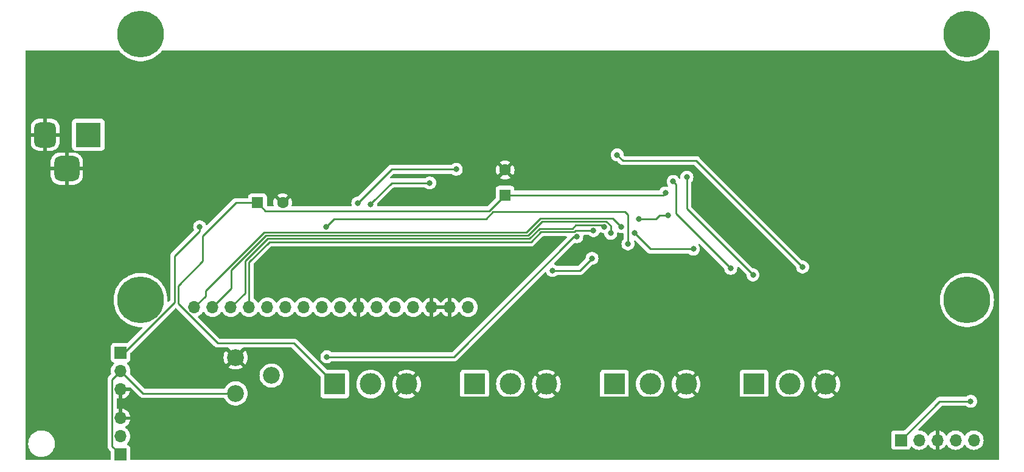
<source format=gbr>
%TF.GenerationSoftware,KiCad,Pcbnew,7.0.0-1.fc37*%
%TF.CreationDate,2023-06-05T08:34:40+02:00*%
%TF.ProjectId,smokePID,736d6f6b-6550-4494-942e-6b696361645f,rev?*%
%TF.SameCoordinates,Original*%
%TF.FileFunction,Copper,L2,Bot*%
%TF.FilePolarity,Positive*%
%FSLAX46Y46*%
G04 Gerber Fmt 4.6, Leading zero omitted, Abs format (unit mm)*
G04 Created by KiCad (PCBNEW 7.0.0-1.fc37) date 2023-06-05 08:34:40*
%MOMM*%
%LPD*%
G01*
G04 APERTURE LIST*
G04 Aperture macros list*
%AMRoundRect*
0 Rectangle with rounded corners*
0 $1 Rounding radius*
0 $2 $3 $4 $5 $6 $7 $8 $9 X,Y pos of 4 corners*
0 Add a 4 corners polygon primitive as box body*
4,1,4,$2,$3,$4,$5,$6,$7,$8,$9,$2,$3,0*
0 Add four circle primitives for the rounded corners*
1,1,$1+$1,$2,$3*
1,1,$1+$1,$4,$5*
1,1,$1+$1,$6,$7*
1,1,$1+$1,$8,$9*
0 Add four rect primitives between the rounded corners*
20,1,$1+$1,$2,$3,$4,$5,0*
20,1,$1+$1,$4,$5,$6,$7,0*
20,1,$1+$1,$6,$7,$8,$9,0*
20,1,$1+$1,$8,$9,$2,$3,0*%
G04 Aperture macros list end*
%TA.AperFunction,ComponentPad*%
%ADD10R,1.600000X1.600000*%
%TD*%
%TA.AperFunction,ComponentPad*%
%ADD11C,1.600000*%
%TD*%
%TA.AperFunction,ComponentPad*%
%ADD12R,3.500000X3.500000*%
%TD*%
%TA.AperFunction,ComponentPad*%
%ADD13RoundRect,0.750000X-0.750000X-1.000000X0.750000X-1.000000X0.750000X1.000000X-0.750000X1.000000X0*%
%TD*%
%TA.AperFunction,ComponentPad*%
%ADD14RoundRect,0.875000X-0.875000X-0.875000X0.875000X-0.875000X0.875000X0.875000X-0.875000X0.875000X0*%
%TD*%
%TA.AperFunction,ComponentPad*%
%ADD15R,1.700000X1.700000*%
%TD*%
%TA.AperFunction,ComponentPad*%
%ADD16O,1.700000X1.700000*%
%TD*%
%TA.AperFunction,ComponentPad*%
%ADD17R,3.000000X3.000000*%
%TD*%
%TA.AperFunction,ComponentPad*%
%ADD18C,3.000000*%
%TD*%
%TA.AperFunction,ComponentPad*%
%ADD19C,6.500000*%
%TD*%
%TA.AperFunction,ComponentPad*%
%ADD20C,2.340000*%
%TD*%
%TA.AperFunction,ViaPad*%
%ADD21C,0.800000*%
%TD*%
%TA.AperFunction,Conductor*%
%ADD22C,0.250000*%
%TD*%
G04 APERTURE END LIST*
D10*
%TO.P,C3,1*%
%TO.N,+3V3*%
X82047348Y-99469999D03*
D11*
%TO.P,C3,2*%
%TO.N,GND*%
X85547349Y-99470000D03*
%TD*%
D12*
%TO.P,J2,1*%
%TO.N,+5V*%
X58499999Y-89999999D03*
D13*
%TO.P,J2,2*%
%TO.N,GND*%
X52500000Y-90000000D03*
D14*
%TO.P,J2,3*%
X55500000Y-94700000D03*
%TD*%
D10*
%TO.P,C9,1*%
%TO.N,+3V3*%
X116499999Y-98402650D03*
D11*
%TO.P,C9,2*%
%TO.N,GND*%
X116500000Y-94902651D03*
%TD*%
D15*
%TO.P,M1,1,PWM*%
%TO.N,/SERVO*%
X62999999Y-120324999D03*
D16*
%TO.P,M1,2,+*%
%TO.N,+5V*%
X62999999Y-122864999D03*
%TO.P,M1,3,-*%
%TO.N,GND*%
X62999999Y-125404999D03*
%TD*%
D15*
%TO.P,J1,1,Pin_1*%
%TO.N,+3V3*%
X171579999Y-132499999D03*
D16*
%TO.P,J1,2,Pin_2*%
%TO.N,/SWDCLK*%
X174119999Y-132499999D03*
%TO.P,J1,3,Pin_3*%
%TO.N,GND*%
X176659999Y-132499999D03*
%TO.P,J1,4,Pin_4*%
%TO.N,/SWDIO*%
X179199999Y-132499999D03*
%TO.P,J1,5,Pin_5*%
%TO.N,/RSTn*%
X181739999Y-132499999D03*
%TD*%
D15*
%TO.P,U5,1,+V_{S}*%
%TO.N,+5V*%
X62999999Y-134524999D03*
D16*
%TO.P,U5,2,V_{OUT}*%
%TO.N,Net-(U5-V_{OUT})*%
X62999999Y-131984999D03*
%TO.P,U5,3,GND*%
%TO.N,GND*%
X62999999Y-129444999D03*
%TD*%
D17*
%TO.P,RV1,1,1*%
%TO.N,+3V3*%
X92799999Y-124699999D03*
D18*
%TO.P,RV1,2,2*%
%TO.N,Net-(R6-Pad1)*%
X97800000Y-124700000D03*
%TO.P,RV1,3,3*%
%TO.N,GND*%
X102800000Y-124700000D03*
%TD*%
D17*
%TO.P,RV4,1,1*%
%TO.N,+3V3*%
X151149999Y-124699999D03*
D18*
%TO.P,RV4,2,2*%
%TO.N,Net-(R3-Pad1)*%
X156150000Y-124700000D03*
%TO.P,RV4,3,3*%
%TO.N,GND*%
X161150000Y-124700000D03*
%TD*%
D19*
%TO.P,U2,*%
%TO.N,*%
X65775000Y-76000000D03*
X65775000Y-113000000D03*
X180775000Y-76000000D03*
X180775000Y-113000000D03*
D16*
%TO.P,U2,1,VSS*%
%TO.N,GND*%
X106274999Y-113999999D03*
%TO.P,U2,2,VDD*%
%TO.N,+5V*%
X103734999Y-113999999D03*
%TO.P,U2,3,VO*%
%TO.N,Net-(U2-VO)*%
X101194999Y-113999999D03*
%TO.P,U2,4,RS*%
%TO.N,/DISP_RS*%
X98654999Y-113999999D03*
%TO.P,U2,5,R/W*%
%TO.N,GND*%
X96114999Y-113999999D03*
%TO.P,U2,6,E*%
%TO.N,/DISP_E*%
X93574999Y-113999999D03*
%TO.P,U2,7,DB0*%
%TO.N,unconnected-(U2-DB0-Pad7)*%
X91034999Y-113999999D03*
%TO.P,U2,8,DB1*%
%TO.N,unconnected-(U2-DB1-Pad8)*%
X88494999Y-113999999D03*
%TO.P,U2,9,DB2*%
%TO.N,unconnected-(U2-DB2-Pad9)*%
X85954999Y-113999999D03*
%TO.P,U2,10,DB3*%
%TO.N,unconnected-(U2-DB3-Pad10)*%
X83414999Y-113999999D03*
%TO.P,U2,11,DB4*%
%TO.N,/DISP_D4*%
X80874999Y-113999999D03*
%TO.P,U2,12,DB5*%
%TO.N,/DISP_D5*%
X78334999Y-113999999D03*
%TO.P,U2,13,DB6*%
%TO.N,/DISP_D6*%
X75794999Y-113999999D03*
%TO.P,U2,14,DB7*%
%TO.N,/DISP_D7*%
X73254999Y-113999999D03*
%TO.P,U2,15,A*%
%TO.N,+5V*%
X111354999Y-113999999D03*
%TO.P,U2,16,K*%
%TO.N,GND*%
X108814999Y-113999999D03*
%TD*%
D17*
%TO.P,RV2,1,1*%
%TO.N,+3V3*%
X112249999Y-124699999D03*
D18*
%TO.P,RV2,2,2*%
%TO.N,Net-(R5-Pad1)*%
X117250000Y-124700000D03*
%TO.P,RV2,3,3*%
%TO.N,GND*%
X122250000Y-124700000D03*
%TD*%
D20*
%TO.P,RV5,1,1*%
%TO.N,GND*%
X79000000Y-121000000D03*
%TO.P,RV5,2,2*%
%TO.N,Net-(U2-VO)*%
X84000000Y-123500000D03*
%TO.P,RV5,3,3*%
%TO.N,+5V*%
X79000000Y-126000000D03*
%TD*%
D17*
%TO.P,RV3,1,1*%
%TO.N,+3V3*%
X131699999Y-124699999D03*
D18*
%TO.P,RV3,2,2*%
%TO.N,Net-(R4-Pad1)*%
X136700000Y-124700000D03*
%TO.P,RV3,3,3*%
%TO.N,GND*%
X141700000Y-124700000D03*
%TD*%
D21*
%TO.N,+5V*%
X123100000Y-108900000D03*
X128600000Y-107200000D03*
%TO.N,+3V3*%
X181300000Y-127100000D03*
X138800000Y-98100000D03*
%TO.N,/TEMP*%
X91700000Y-120900000D03*
X126474500Y-104200902D03*
%TO.N,/SWDCLK*%
X141800000Y-95900000D03*
X151000000Y-109500000D03*
%TO.N,/SWDIO*%
X139900000Y-96500000D03*
X147900000Y-108600000D03*
%TO.N,/RSTn*%
X157900000Y-108400000D03*
X132100000Y-92800000D03*
%TO.N,/SERVO*%
X91600000Y-102800000D03*
X74000000Y-102800000D03*
X133600000Y-105200000D03*
%TO.N,/STATUS_LED*%
X142700000Y-105900000D03*
X134500000Y-103700000D03*
%TO.N,/DISP_RS*%
X97800000Y-99700000D03*
X106000000Y-96700000D03*
%TO.N,/DISP_E*%
X96000000Y-99500000D03*
X109700000Y-94800000D03*
%TO.N,/DISP_D7*%
X132700000Y-102800000D03*
%TO.N,/DISP_D6*%
X131200000Y-103700000D03*
%TO.N,/DISP_D5*%
X130300000Y-102800000D03*
%TO.N,/DISP_D4*%
X128800000Y-103324500D03*
%TO.N,/PA5*%
X139200000Y-101200000D03*
X135100000Y-101700000D03*
%TD*%
D22*
%TO.N,+5V*%
X61825000Y-133350000D02*
X61825000Y-124040000D01*
X79000000Y-126000000D02*
X66135000Y-126000000D01*
X66135000Y-126000000D02*
X63000000Y-122865000D01*
X63000000Y-134525000D02*
X61825000Y-133350000D01*
X128600000Y-107200000D02*
X126900000Y-108900000D01*
X126900000Y-108900000D02*
X123100000Y-108900000D01*
X61825000Y-124040000D02*
X63000000Y-122865000D01*
%TO.N,GND*%
X139875000Y-126525000D02*
X124075000Y-126525000D01*
X120425000Y-126525000D02*
X104625000Y-126525000D01*
X159325000Y-126525000D02*
X143525000Y-126525000D01*
X104625000Y-126525000D02*
X102800000Y-124700000D01*
X143525000Y-126525000D02*
X141700000Y-124700000D01*
X141700000Y-124700000D02*
X139875000Y-126525000D01*
X161150000Y-124700000D02*
X159325000Y-126525000D01*
X122250000Y-124700000D02*
X120425000Y-126525000D01*
X124075000Y-126525000D02*
X122250000Y-124700000D01*
%TO.N,+3V3*%
X116500000Y-98402651D02*
X138497349Y-98402651D01*
X87100000Y-119000000D02*
X92800000Y-124700000D01*
X82047349Y-99470000D02*
X83172349Y-100595000D01*
X176980000Y-127100000D02*
X181300000Y-127100000D01*
X83172349Y-100595000D02*
X114307651Y-100595000D01*
X114307651Y-100595000D02*
X116500000Y-98402651D01*
X79030000Y-99470000D02*
X74430000Y-104070000D01*
X138497349Y-98402651D02*
X138800000Y-98100000D01*
X82047349Y-99470000D02*
X79030000Y-99470000D01*
X74430000Y-104070000D02*
X74430000Y-107570000D01*
X74430000Y-107570000D02*
X71000000Y-111000000D01*
X71000000Y-113500000D02*
X76500000Y-119000000D01*
X171580000Y-132500000D02*
X176980000Y-127100000D01*
X76500000Y-119000000D02*
X87100000Y-119000000D01*
X71000000Y-111000000D02*
X71000000Y-113500000D01*
%TO.N,/TEMP*%
X126474500Y-104200902D02*
X126099098Y-104200902D01*
X109400000Y-120900000D02*
X91700000Y-120900000D01*
X126099098Y-104200902D02*
X109400000Y-120900000D01*
%TO.N,/SWDCLK*%
X151000000Y-109500000D02*
X141800000Y-100300000D01*
X141800000Y-100300000D02*
X141800000Y-95900000D01*
%TO.N,/SWDIO*%
X140287701Y-100987701D02*
X147900000Y-108600000D01*
X140287701Y-96887701D02*
X140287701Y-100987701D01*
X139900000Y-96500000D02*
X140287701Y-96887701D01*
%TO.N,/RSTn*%
X157900000Y-108400000D02*
X143100000Y-93600000D01*
X132900000Y-93600000D02*
X132100000Y-92800000D01*
X143100000Y-93600000D02*
X132900000Y-93600000D01*
%TO.N,/SERVO*%
X92700000Y-101700000D02*
X91600000Y-102800000D01*
X63505814Y-120325000D02*
X70550000Y-113280814D01*
X133600000Y-101100000D02*
X133200000Y-100700000D01*
X133200000Y-100700000D02*
X114839047Y-100700000D01*
X133600000Y-105200000D02*
X133600000Y-101100000D01*
X74000000Y-103400000D02*
X74000000Y-102800000D01*
X70550000Y-113280814D02*
X70550000Y-106850000D01*
X113839047Y-101700000D02*
X92700000Y-101700000D01*
X70550000Y-106850000D02*
X74000000Y-103400000D01*
X114839047Y-100700000D02*
X113839047Y-101700000D01*
X63000000Y-120325000D02*
X63505814Y-120325000D01*
%TO.N,/STATUS_LED*%
X134500000Y-103700000D02*
X136700000Y-105900000D01*
X136700000Y-105900000D02*
X142700000Y-105900000D01*
%TO.N,/DISP_RS*%
X98100000Y-99300000D02*
X97800000Y-99600000D01*
X106000000Y-96700000D02*
X100700000Y-96700000D01*
X97800000Y-99600000D02*
X97800000Y-99700000D01*
X100700000Y-96700000D02*
X98100000Y-99300000D01*
%TO.N,/DISP_E*%
X109700000Y-94800000D02*
X100700000Y-94800000D01*
X100700000Y-94800000D02*
X96000000Y-99500000D01*
%TO.N,/DISP_D7*%
X132700000Y-102800000D02*
X131500000Y-101600000D01*
X74800000Y-111700000D02*
X74800000Y-112455000D01*
X131500000Y-101600000D02*
X121363604Y-101600000D01*
X121363604Y-101600000D02*
X119413604Y-103550000D01*
X119413604Y-103550000D02*
X82950000Y-103550000D01*
X74800000Y-112455000D02*
X73255000Y-114000000D01*
X82950000Y-103550000D02*
X74800000Y-111700000D01*
%TO.N,/DISP_D6*%
X121677208Y-102050000D02*
X130575305Y-102050000D01*
X130575305Y-102050000D02*
X131200000Y-102674695D01*
X119727208Y-104000000D02*
X121677208Y-102050000D01*
X78400000Y-108800000D02*
X83200000Y-104000000D01*
X131200000Y-102674695D02*
X131200000Y-103700000D01*
X83200000Y-104000000D02*
X119727208Y-104000000D01*
X78400000Y-111395000D02*
X78400000Y-108800000D01*
X75795000Y-114000000D02*
X78400000Y-111395000D01*
%TO.N,/DISP_D5*%
X130099500Y-102599500D02*
X126300500Y-102599500D01*
X121313604Y-103050000D02*
X119913604Y-104450000D01*
X83450000Y-104450000D02*
X80300000Y-107600000D01*
X80300000Y-107600000D02*
X80300000Y-112035000D01*
X80300000Y-112035000D02*
X78335000Y-114000000D01*
X125850000Y-103050000D02*
X121313604Y-103050000D01*
X119913604Y-104450000D02*
X83450000Y-104450000D01*
X126300500Y-102599500D02*
X125850000Y-103050000D01*
X130300000Y-102800000D02*
X130099500Y-102599500D01*
%TO.N,/DISP_D4*%
X126325597Y-103324500D02*
X126150097Y-103500000D01*
X120100000Y-104900000D02*
X83700000Y-104900000D01*
X80875000Y-107725000D02*
X80875000Y-114000000D01*
X128800000Y-103324500D02*
X126325597Y-103324500D01*
X121500000Y-103500000D02*
X120100000Y-104900000D01*
X126150097Y-103500000D02*
X121500000Y-103500000D01*
X83700000Y-104900000D02*
X80875000Y-107725000D01*
%TO.N,/PA5*%
X139200000Y-101200000D02*
X138000000Y-101200000D01*
X138000000Y-101200000D02*
X137500000Y-101700000D01*
X137500000Y-101700000D02*
X135100000Y-101700000D01*
%TD*%
%TA.AperFunction,Conductor*%
%TO.N,GND*%
G36*
X62767602Y-78262672D02*
G01*
X62811049Y-78298099D01*
X62869801Y-78374000D01*
X62925620Y-78446112D01*
X63187709Y-78721829D01*
X63476346Y-78969616D01*
X63788571Y-79186931D01*
X64121179Y-79371543D01*
X64124057Y-79372778D01*
X64124061Y-79372780D01*
X64467866Y-79520318D01*
X64470758Y-79521559D01*
X64833720Y-79635439D01*
X65206340Y-79712015D01*
X65584796Y-79750500D01*
X65962062Y-79750500D01*
X65965204Y-79750500D01*
X66343660Y-79712015D01*
X66716280Y-79635439D01*
X67079242Y-79521559D01*
X67428821Y-79371543D01*
X67761429Y-79186931D01*
X68073654Y-78969616D01*
X68362291Y-78721829D01*
X68624380Y-78446112D01*
X68692689Y-78357862D01*
X68738951Y-78298099D01*
X68782398Y-78262672D01*
X68837007Y-78250000D01*
X177712993Y-78250000D01*
X177767602Y-78262672D01*
X177811049Y-78298099D01*
X177869801Y-78374000D01*
X177925620Y-78446112D01*
X178187709Y-78721829D01*
X178476346Y-78969616D01*
X178788571Y-79186931D01*
X179121179Y-79371543D01*
X179124057Y-79372778D01*
X179124061Y-79372780D01*
X179467866Y-79520318D01*
X179470758Y-79521559D01*
X179833720Y-79635439D01*
X180206340Y-79712015D01*
X180584796Y-79750500D01*
X180962062Y-79750500D01*
X180965204Y-79750500D01*
X181343660Y-79712015D01*
X181716280Y-79635439D01*
X182079242Y-79521559D01*
X182428821Y-79371543D01*
X182761429Y-79186931D01*
X183073654Y-78969616D01*
X183362291Y-78721829D01*
X183624380Y-78446112D01*
X183692689Y-78357862D01*
X183738951Y-78298099D01*
X183782398Y-78262672D01*
X183837007Y-78250000D01*
X185126000Y-78250000D01*
X185188000Y-78266613D01*
X185233387Y-78312000D01*
X185250000Y-78374000D01*
X185250000Y-135126000D01*
X185233387Y-135188000D01*
X185188000Y-135233387D01*
X185126000Y-135250000D01*
X64474500Y-135250000D01*
X64412500Y-135233387D01*
X64367113Y-135188000D01*
X64350500Y-135126000D01*
X64350499Y-133630439D01*
X64350499Y-133627128D01*
X64344091Y-133567517D01*
X64293796Y-133432669D01*
X64265281Y-133394578D01*
X170229500Y-133394578D01*
X170229501Y-133397872D01*
X170229853Y-133401150D01*
X170229854Y-133401161D01*
X170235079Y-133449768D01*
X170235080Y-133449773D01*
X170235909Y-133457483D01*
X170238619Y-133464749D01*
X170238620Y-133464753D01*
X170243275Y-133477233D01*
X170286204Y-133592331D01*
X170291518Y-133599430D01*
X170291519Y-133599431D01*
X170347367Y-133674035D01*
X170372454Y-133707546D01*
X170487669Y-133793796D01*
X170622517Y-133844091D01*
X170682127Y-133850500D01*
X172477872Y-133850499D01*
X172537483Y-133844091D01*
X172672331Y-133793796D01*
X172787546Y-133707546D01*
X172873796Y-133592331D01*
X172922810Y-133460916D01*
X172957789Y-133410537D01*
X173012634Y-133383084D01*
X173073927Y-133385273D01*
X173126673Y-133416569D01*
X173248599Y-133538495D01*
X173253031Y-133541598D01*
X173253033Y-133541600D01*
X173386564Y-133635099D01*
X173442170Y-133674035D01*
X173656337Y-133773903D01*
X173884592Y-133835063D01*
X174120000Y-133855659D01*
X174355408Y-133835063D01*
X174583663Y-133773903D01*
X174797830Y-133674035D01*
X174991401Y-133538495D01*
X175158495Y-133371401D01*
X175288730Y-133185405D01*
X175333048Y-133146540D01*
X175390305Y-133132529D01*
X175447562Y-133146540D01*
X175491880Y-133185405D01*
X175618784Y-133366643D01*
X175625721Y-133374909D01*
X175785090Y-133534278D01*
X175793356Y-133541215D01*
X175977991Y-133670498D01*
X175987323Y-133675886D01*
X176191602Y-133771143D01*
X176201736Y-133774831D01*
X176396219Y-133826943D01*
X176407448Y-133827311D01*
X176410000Y-133816369D01*
X176910000Y-133816369D01*
X176912551Y-133827311D01*
X176923780Y-133826943D01*
X177118263Y-133774831D01*
X177128397Y-133771143D01*
X177332676Y-133675886D01*
X177342008Y-133670498D01*
X177526643Y-133541215D01*
X177534909Y-133534278D01*
X177694278Y-133374909D01*
X177701219Y-133366638D01*
X177828119Y-133185406D01*
X177872437Y-133146540D01*
X177929694Y-133132529D01*
X177986951Y-133146540D01*
X178031269Y-133185405D01*
X178158399Y-133366966D01*
X178158402Y-133366970D01*
X178161505Y-133371401D01*
X178328599Y-133538495D01*
X178333031Y-133541598D01*
X178333033Y-133541600D01*
X178466564Y-133635099D01*
X178522170Y-133674035D01*
X178736337Y-133773903D01*
X178964592Y-133835063D01*
X179200000Y-133855659D01*
X179435408Y-133835063D01*
X179663663Y-133773903D01*
X179877830Y-133674035D01*
X180071401Y-133538495D01*
X180238495Y-133371401D01*
X180271301Y-133324550D01*
X180368425Y-133185842D01*
X180412743Y-133146976D01*
X180470000Y-133132965D01*
X180527257Y-133146976D01*
X180571575Y-133185842D01*
X180698395Y-133366961D01*
X180698401Y-133366968D01*
X180701505Y-133371401D01*
X180868599Y-133538495D01*
X180873031Y-133541598D01*
X180873033Y-133541600D01*
X181006564Y-133635099D01*
X181062170Y-133674035D01*
X181276337Y-133773903D01*
X181504592Y-133835063D01*
X181740000Y-133855659D01*
X181975408Y-133835063D01*
X182203663Y-133773903D01*
X182417830Y-133674035D01*
X182611401Y-133538495D01*
X182778495Y-133371401D01*
X182914035Y-133177830D01*
X183013903Y-132963663D01*
X183075063Y-132735408D01*
X183095659Y-132500000D01*
X183075063Y-132264592D01*
X183013903Y-132036337D01*
X182914035Y-131822171D01*
X182778495Y-131628599D01*
X182611401Y-131461505D01*
X182606970Y-131458402D01*
X182606966Y-131458399D01*
X182422259Y-131329066D01*
X182422257Y-131329064D01*
X182417830Y-131325965D01*
X182412933Y-131323681D01*
X182412927Y-131323678D01*
X182208572Y-131228386D01*
X182208570Y-131228385D01*
X182203663Y-131226097D01*
X182198438Y-131224697D01*
X182198430Y-131224694D01*
X181980634Y-131166337D01*
X181980630Y-131166336D01*
X181975408Y-131164937D01*
X181970020Y-131164465D01*
X181970017Y-131164465D01*
X181745395Y-131144813D01*
X181740000Y-131144341D01*
X181734605Y-131144813D01*
X181509982Y-131164465D01*
X181509977Y-131164465D01*
X181504592Y-131164937D01*
X181499371Y-131166335D01*
X181499365Y-131166337D01*
X181281569Y-131224694D01*
X181281557Y-131224698D01*
X181276337Y-131226097D01*
X181271432Y-131228383D01*
X181271427Y-131228386D01*
X181067081Y-131323675D01*
X181067077Y-131323677D01*
X181062171Y-131325965D01*
X181057738Y-131329068D01*
X181057731Y-131329073D01*
X180873034Y-131458399D01*
X180873029Y-131458402D01*
X180868599Y-131461505D01*
X180864775Y-131465328D01*
X180864769Y-131465334D01*
X180705334Y-131624769D01*
X180705328Y-131624775D01*
X180701505Y-131628599D01*
X180698402Y-131633029D01*
X180698399Y-131633034D01*
X180571575Y-131814159D01*
X180527257Y-131853025D01*
X180470000Y-131867036D01*
X180412743Y-131853025D01*
X180368425Y-131814159D01*
X180294900Y-131709154D01*
X180238495Y-131628599D01*
X180071401Y-131461505D01*
X180066970Y-131458402D01*
X180066966Y-131458399D01*
X179882259Y-131329066D01*
X179882257Y-131329064D01*
X179877830Y-131325965D01*
X179872933Y-131323681D01*
X179872927Y-131323678D01*
X179668572Y-131228386D01*
X179668570Y-131228385D01*
X179663663Y-131226097D01*
X179658438Y-131224697D01*
X179658430Y-131224694D01*
X179440634Y-131166337D01*
X179440630Y-131166336D01*
X179435408Y-131164937D01*
X179430020Y-131164465D01*
X179430017Y-131164465D01*
X179205395Y-131144813D01*
X179200000Y-131144341D01*
X179194605Y-131144813D01*
X178969982Y-131164465D01*
X178969977Y-131164465D01*
X178964592Y-131164937D01*
X178959371Y-131166335D01*
X178959365Y-131166337D01*
X178741569Y-131224694D01*
X178741557Y-131224698D01*
X178736337Y-131226097D01*
X178731432Y-131228383D01*
X178731427Y-131228386D01*
X178527081Y-131323675D01*
X178527077Y-131323677D01*
X178522171Y-131325965D01*
X178517738Y-131329068D01*
X178517731Y-131329073D01*
X178333034Y-131458399D01*
X178333029Y-131458402D01*
X178328599Y-131461505D01*
X178324775Y-131465328D01*
X178324769Y-131465334D01*
X178165334Y-131624769D01*
X178165328Y-131624775D01*
X178161505Y-131628599D01*
X178158403Y-131633028D01*
X178158403Y-131633029D01*
X178031269Y-131814596D01*
X177986951Y-131853461D01*
X177929694Y-131867472D01*
X177872437Y-131853461D01*
X177828119Y-131814595D01*
X177701215Y-131633357D01*
X177694280Y-131625092D01*
X177534909Y-131465721D01*
X177526643Y-131458784D01*
X177342008Y-131329501D01*
X177332676Y-131324113D01*
X177128397Y-131228856D01*
X177118263Y-131225168D01*
X176923780Y-131173056D01*
X176912551Y-131172688D01*
X176910000Y-131183631D01*
X176910000Y-133816369D01*
X176410000Y-133816369D01*
X176410000Y-131183631D01*
X176407448Y-131172688D01*
X176396219Y-131173056D01*
X176201736Y-131225168D01*
X176191602Y-131228856D01*
X175987332Y-131324110D01*
X175977982Y-131329508D01*
X175793357Y-131458784D01*
X175785092Y-131465719D01*
X175625719Y-131625092D01*
X175618788Y-131633352D01*
X175491880Y-131814596D01*
X175447562Y-131853461D01*
X175390305Y-131867472D01*
X175333048Y-131853461D01*
X175288730Y-131814595D01*
X175288425Y-131814159D01*
X175158495Y-131628599D01*
X174991401Y-131461505D01*
X174986970Y-131458402D01*
X174986966Y-131458399D01*
X174802259Y-131329066D01*
X174802257Y-131329064D01*
X174797830Y-131325965D01*
X174792933Y-131323681D01*
X174792927Y-131323678D01*
X174588572Y-131228386D01*
X174588570Y-131228385D01*
X174583663Y-131226097D01*
X174578438Y-131224697D01*
X174578430Y-131224694D01*
X174360634Y-131166337D01*
X174360630Y-131166336D01*
X174355408Y-131164937D01*
X174350020Y-131164465D01*
X174350017Y-131164465D01*
X174125395Y-131144813D01*
X174120000Y-131144341D01*
X174117928Y-131144522D01*
X174062844Y-131131298D01*
X174018821Y-131093698D01*
X173996666Y-131040211D01*
X174001208Y-130982495D01*
X174031458Y-130933132D01*
X177202772Y-127761819D01*
X177243000Y-127734939D01*
X177290453Y-127725500D01*
X180596252Y-127725500D01*
X180646685Y-127736219D01*
X180684781Y-127763895D01*
X180684950Y-127763709D01*
X180686728Y-127765310D01*
X180688398Y-127766523D01*
X180694129Y-127772888D01*
X180847270Y-127884151D01*
X181020197Y-127961144D01*
X181205354Y-128000500D01*
X181388143Y-128000500D01*
X181394646Y-128000500D01*
X181579803Y-127961144D01*
X181752730Y-127884151D01*
X181905871Y-127772888D01*
X182032533Y-127632216D01*
X182127179Y-127468284D01*
X182185674Y-127288256D01*
X182205460Y-127100000D01*
X182185674Y-126911744D01*
X182127179Y-126731716D01*
X182032533Y-126567784D01*
X182016924Y-126550449D01*
X181910220Y-126431942D01*
X181910219Y-126431941D01*
X181905871Y-126427112D01*
X181900613Y-126423292D01*
X181900611Y-126423290D01*
X181757988Y-126319669D01*
X181757987Y-126319668D01*
X181752730Y-126315849D01*
X181733940Y-126307483D01*
X181585745Y-126241501D01*
X181585740Y-126241499D01*
X181579803Y-126238856D01*
X181573444Y-126237504D01*
X181573440Y-126237503D01*
X181401008Y-126200852D01*
X181401005Y-126200851D01*
X181394646Y-126199500D01*
X181205354Y-126199500D01*
X181198995Y-126200851D01*
X181198991Y-126200852D01*
X181026559Y-126237503D01*
X181026552Y-126237505D01*
X181020197Y-126238856D01*
X181014262Y-126241498D01*
X181014254Y-126241501D01*
X180853207Y-126313205D01*
X180853202Y-126313207D01*
X180847270Y-126315849D01*
X180842016Y-126319665D01*
X180842011Y-126319669D01*
X180699388Y-126423290D01*
X180699381Y-126423295D01*
X180694129Y-126427112D01*
X180689780Y-126431941D01*
X180689781Y-126431941D01*
X180688399Y-126433476D01*
X180686728Y-126434689D01*
X180684950Y-126436291D01*
X180684781Y-126436104D01*
X180646685Y-126463781D01*
X180596252Y-126474500D01*
X177057771Y-126474500D01*
X177046718Y-126473979D01*
X177039332Y-126472328D01*
X177031534Y-126472573D01*
X176972144Y-126474439D01*
X176968250Y-126474500D01*
X176940650Y-126474500D01*
X176936799Y-126474986D01*
X176936768Y-126474988D01*
X176936640Y-126475005D01*
X176925029Y-126475918D01*
X176889172Y-126477045D01*
X176889165Y-126477046D01*
X176881373Y-126477291D01*
X176873888Y-126479465D01*
X176873872Y-126479468D01*
X176862126Y-126482881D01*
X176843083Y-126486825D01*
X176830949Y-126488358D01*
X176830948Y-126488358D01*
X176823208Y-126489336D01*
X176815958Y-126492205D01*
X176815951Y-126492208D01*
X176782598Y-126505413D01*
X176771554Y-126509194D01*
X176737105Y-126519203D01*
X176737095Y-126519207D01*
X176729610Y-126521382D01*
X176722900Y-126525349D01*
X176722898Y-126525351D01*
X176719505Y-126527357D01*
X176712360Y-126531583D01*
X176694900Y-126540136D01*
X176676268Y-126547514D01*
X176669965Y-126552092D01*
X176669958Y-126552097D01*
X176640939Y-126573181D01*
X176631179Y-126579592D01*
X176600294Y-126597857D01*
X176600284Y-126597864D01*
X176593579Y-126601830D01*
X176588063Y-126607345D01*
X176588060Y-126607348D01*
X176579407Y-126616000D01*
X176564624Y-126628626D01*
X176554727Y-126635817D01*
X176554720Y-126635823D01*
X176548413Y-126640406D01*
X176543446Y-126646408D01*
X176543435Y-126646420D01*
X176520570Y-126674059D01*
X176512710Y-126682697D01*
X172082226Y-131113181D01*
X172041998Y-131140061D01*
X171994545Y-131149500D01*
X170685439Y-131149500D01*
X170685420Y-131149500D01*
X170682128Y-131149501D01*
X170678850Y-131149853D01*
X170678838Y-131149854D01*
X170630231Y-131155079D01*
X170630225Y-131155080D01*
X170622517Y-131155909D01*
X170615252Y-131158618D01*
X170615246Y-131158620D01*
X170495980Y-131203104D01*
X170495978Y-131203104D01*
X170487669Y-131206204D01*
X170480572Y-131211516D01*
X170480568Y-131211519D01*
X170379550Y-131287141D01*
X170379546Y-131287144D01*
X170372454Y-131292454D01*
X170367144Y-131299546D01*
X170367141Y-131299550D01*
X170291519Y-131400568D01*
X170291516Y-131400572D01*
X170286204Y-131407669D01*
X170283104Y-131415978D01*
X170283104Y-131415980D01*
X170238620Y-131535247D01*
X170238619Y-131535250D01*
X170235909Y-131542517D01*
X170235079Y-131550227D01*
X170235079Y-131550232D01*
X170229855Y-131598819D01*
X170229854Y-131598831D01*
X170229500Y-131602127D01*
X170229500Y-131605448D01*
X170229500Y-131605449D01*
X170229500Y-133394560D01*
X170229500Y-133394578D01*
X64265281Y-133394578D01*
X64207546Y-133317454D01*
X64092331Y-133231204D01*
X64022359Y-133205106D01*
X63960916Y-133182189D01*
X63910537Y-133147210D01*
X63883084Y-133092365D01*
X63885273Y-133031072D01*
X63916566Y-132978329D01*
X64038495Y-132856401D01*
X64174035Y-132662830D01*
X64273903Y-132448663D01*
X64335063Y-132220408D01*
X64355659Y-131985000D01*
X64335063Y-131749592D01*
X64273903Y-131521337D01*
X64174035Y-131307171D01*
X64038495Y-131113599D01*
X63871401Y-130946505D01*
X63866970Y-130943402D01*
X63866966Y-130943399D01*
X63685405Y-130816269D01*
X63646540Y-130771951D01*
X63632529Y-130714694D01*
X63646540Y-130657437D01*
X63685406Y-130613119D01*
X63866638Y-130486219D01*
X63874909Y-130479278D01*
X64034278Y-130319909D01*
X64041215Y-130311643D01*
X64170498Y-130127008D01*
X64175886Y-130117676D01*
X64271143Y-129913397D01*
X64274831Y-129903263D01*
X64326943Y-129708780D01*
X64327311Y-129697551D01*
X64316369Y-129695000D01*
X62874000Y-129695000D01*
X62812000Y-129678387D01*
X62766613Y-129633000D01*
X62750000Y-129571000D01*
X62750000Y-129178674D01*
X63250000Y-129178674D01*
X63253450Y-129191549D01*
X63266326Y-129195000D01*
X64316369Y-129195000D01*
X64327311Y-129192448D01*
X64326943Y-129181219D01*
X64274831Y-128986736D01*
X64271143Y-128976602D01*
X64175889Y-128772332D01*
X64170491Y-128762982D01*
X64041215Y-128578357D01*
X64034280Y-128570092D01*
X63874909Y-128410721D01*
X63866643Y-128403784D01*
X63682008Y-128274501D01*
X63672676Y-128269113D01*
X63468397Y-128173856D01*
X63458263Y-128170168D01*
X63263780Y-128118056D01*
X63252551Y-128117688D01*
X63250000Y-128128631D01*
X63250000Y-129178674D01*
X62750000Y-129178674D01*
X62750000Y-128128631D01*
X62747448Y-128117688D01*
X62736219Y-128118056D01*
X62606594Y-128152790D01*
X62550309Y-128154632D01*
X62499014Y-128131391D01*
X62463288Y-128087859D01*
X62450500Y-128033015D01*
X62450500Y-126816985D01*
X62463288Y-126762141D01*
X62499014Y-126718609D01*
X62550309Y-126695368D01*
X62606594Y-126697210D01*
X62736219Y-126731943D01*
X62747448Y-126732311D01*
X62750000Y-126721369D01*
X63250000Y-126721369D01*
X63252551Y-126732311D01*
X63263780Y-126731943D01*
X63458263Y-126679831D01*
X63468397Y-126676143D01*
X63672676Y-126580886D01*
X63682008Y-126575498D01*
X63866643Y-126446215D01*
X63874909Y-126439278D01*
X64034278Y-126279909D01*
X64041215Y-126271643D01*
X64170498Y-126087008D01*
X64175886Y-126077676D01*
X64271143Y-125873397D01*
X64274831Y-125863263D01*
X64326943Y-125668780D01*
X64327311Y-125657551D01*
X64316369Y-125655000D01*
X63266326Y-125655000D01*
X63253450Y-125658450D01*
X63250000Y-125671326D01*
X63250000Y-126721369D01*
X62750000Y-126721369D01*
X62750000Y-125279000D01*
X62766613Y-125217000D01*
X62812000Y-125171613D01*
X62874000Y-125155000D01*
X64316372Y-125155000D01*
X64321462Y-125153813D01*
X64383669Y-125155339D01*
X64437302Y-125186892D01*
X65637707Y-126387297D01*
X65645156Y-126395483D01*
X65649214Y-126401877D01*
X65654899Y-126407215D01*
X65654901Y-126407218D01*
X65698239Y-126447915D01*
X65701036Y-126450626D01*
X65720530Y-126470120D01*
X65723615Y-126472513D01*
X65723701Y-126472580D01*
X65732573Y-126480158D01*
X65742249Y-126489244D01*
X65764418Y-126510062D01*
X65771248Y-126513817D01*
X65771251Y-126513819D01*
X65781971Y-126519712D01*
X65798222Y-126530386D01*
X65814064Y-126542674D01*
X65821221Y-126545771D01*
X65821223Y-126545772D01*
X65854155Y-126560022D01*
X65864650Y-126565164D01*
X65902908Y-126586197D01*
X65922312Y-126591179D01*
X65940714Y-126597480D01*
X65950767Y-126601830D01*
X65959105Y-126605438D01*
X65996697Y-126611391D01*
X66002239Y-126612269D01*
X66013682Y-126614639D01*
X66048425Y-126623560D01*
X66048426Y-126623560D01*
X66055981Y-126625500D01*
X66076017Y-126625500D01*
X66095402Y-126627025D01*
X66115196Y-126630160D01*
X66153276Y-126626560D01*
X66158676Y-126626050D01*
X66170345Y-126625500D01*
X77366399Y-126625500D01*
X77414565Y-126635237D01*
X77455167Y-126662919D01*
X77481825Y-126704195D01*
X77490711Y-126726835D01*
X77493029Y-126730850D01*
X77493032Y-126730856D01*
X77511095Y-126762141D01*
X77615898Y-126943665D01*
X77618790Y-126947291D01*
X77769109Y-127135786D01*
X77769114Y-127135791D01*
X77772003Y-127139414D01*
X77955540Y-127309712D01*
X77959361Y-127312317D01*
X77959366Y-127312321D01*
X78043123Y-127369425D01*
X78162408Y-127450752D01*
X78387987Y-127559385D01*
X78392415Y-127560751D01*
X78392418Y-127560752D01*
X78507611Y-127596284D01*
X78627236Y-127633184D01*
X78874813Y-127670500D01*
X79120550Y-127670500D01*
X79125187Y-127670500D01*
X79372764Y-127633184D01*
X79612013Y-127559385D01*
X79837592Y-127450752D01*
X80044460Y-127309712D01*
X80227997Y-127139414D01*
X80384102Y-126943665D01*
X80509289Y-126726835D01*
X80600760Y-126493769D01*
X80656474Y-126249673D01*
X80675184Y-126000000D01*
X80656474Y-125750327D01*
X80600760Y-125506231D01*
X80509289Y-125273165D01*
X80506911Y-125269047D01*
X80450015Y-125170500D01*
X80384102Y-125056335D01*
X80297816Y-124948136D01*
X80230890Y-124864213D01*
X80230886Y-124864208D01*
X80227997Y-124860586D01*
X80044460Y-124690288D01*
X80040639Y-124687683D01*
X80040633Y-124687678D01*
X79901503Y-124592821D01*
X79837592Y-124549248D01*
X79833406Y-124547232D01*
X79616192Y-124442627D01*
X79616186Y-124442624D01*
X79612013Y-124440615D01*
X79607591Y-124439251D01*
X79607581Y-124439247D01*
X79377194Y-124368182D01*
X79377187Y-124368180D01*
X79372764Y-124366816D01*
X79368188Y-124366126D01*
X79368178Y-124366124D01*
X79129772Y-124330191D01*
X79129771Y-124330190D01*
X79125187Y-124329500D01*
X78874813Y-124329500D01*
X78870229Y-124330190D01*
X78870227Y-124330191D01*
X78631821Y-124366124D01*
X78631809Y-124366126D01*
X78627236Y-124366816D01*
X78622814Y-124368179D01*
X78622805Y-124368182D01*
X78392418Y-124439247D01*
X78392403Y-124439252D01*
X78387987Y-124440615D01*
X78383818Y-124442622D01*
X78383807Y-124442627D01*
X78166593Y-124547232D01*
X78166586Y-124547235D01*
X78162408Y-124549248D01*
X78158575Y-124551861D01*
X78158572Y-124551863D01*
X77959366Y-124687678D01*
X77959353Y-124687688D01*
X77955540Y-124690288D01*
X77952148Y-124693434D01*
X77952142Y-124693440D01*
X77824020Y-124812321D01*
X77772003Y-124860586D01*
X77769120Y-124864201D01*
X77769109Y-124864213D01*
X77618790Y-125052708D01*
X77615898Y-125056335D01*
X77613579Y-125060351D01*
X77613578Y-125060353D01*
X77493032Y-125269143D01*
X77493026Y-125269154D01*
X77490711Y-125273165D01*
X77481825Y-125295804D01*
X77455167Y-125337081D01*
X77414565Y-125364763D01*
X77366399Y-125374500D01*
X66445453Y-125374500D01*
X66398000Y-125365061D01*
X66357772Y-125338181D01*
X64519591Y-123500000D01*
X82324816Y-123500000D01*
X82325163Y-123504630D01*
X82338827Y-123686975D01*
X82343526Y-123749673D01*
X82344556Y-123754186D01*
X82344557Y-123754192D01*
X82396329Y-123981017D01*
X82399240Y-123993769D01*
X82400935Y-123998088D01*
X82400936Y-123998091D01*
X82489013Y-124222510D01*
X82489016Y-124222516D01*
X82490711Y-124226835D01*
X82493029Y-124230850D01*
X82493032Y-124230856D01*
X82532427Y-124299090D01*
X82615898Y-124443665D01*
X82618790Y-124447291D01*
X82769109Y-124635786D01*
X82769114Y-124635791D01*
X82772003Y-124639414D01*
X82955540Y-124809712D01*
X82959361Y-124812317D01*
X82959366Y-124812321D01*
X83035478Y-124864213D01*
X83162408Y-124950752D01*
X83387987Y-125059385D01*
X83392415Y-125060751D01*
X83392418Y-125060752D01*
X83406498Y-125065095D01*
X83627236Y-125133184D01*
X83874813Y-125170500D01*
X84120550Y-125170500D01*
X84125187Y-125170500D01*
X84372764Y-125133184D01*
X84612013Y-125059385D01*
X84837592Y-124950752D01*
X85044460Y-124809712D01*
X85227997Y-124639414D01*
X85384102Y-124443665D01*
X85509289Y-124226835D01*
X85600760Y-123993769D01*
X85656474Y-123749673D01*
X85675184Y-123500000D01*
X85656474Y-123250327D01*
X85600760Y-123006231D01*
X85509289Y-122773165D01*
X85384102Y-122556335D01*
X85297467Y-122447698D01*
X85230890Y-122364213D01*
X85230886Y-122364208D01*
X85227997Y-122360586D01*
X85044460Y-122190288D01*
X85040639Y-122187683D01*
X85040633Y-122187678D01*
X84901503Y-122092821D01*
X84837592Y-122049248D01*
X84833406Y-122047232D01*
X84616192Y-121942627D01*
X84616186Y-121942624D01*
X84612013Y-121940615D01*
X84607591Y-121939251D01*
X84607581Y-121939247D01*
X84377194Y-121868182D01*
X84377187Y-121868180D01*
X84372764Y-121866816D01*
X84368188Y-121866126D01*
X84368178Y-121866124D01*
X84129772Y-121830191D01*
X84129771Y-121830190D01*
X84125187Y-121829500D01*
X83874813Y-121829500D01*
X83870229Y-121830190D01*
X83870227Y-121830191D01*
X83631821Y-121866124D01*
X83631809Y-121866126D01*
X83627236Y-121866816D01*
X83622814Y-121868179D01*
X83622805Y-121868182D01*
X83392418Y-121939247D01*
X83392403Y-121939252D01*
X83387987Y-121940615D01*
X83383818Y-121942622D01*
X83383807Y-121942627D01*
X83166593Y-122047232D01*
X83166586Y-122047235D01*
X83162408Y-122049248D01*
X83158575Y-122051861D01*
X83158572Y-122051863D01*
X82959366Y-122187678D01*
X82959353Y-122187688D01*
X82955540Y-122190288D01*
X82952148Y-122193434D01*
X82952142Y-122193440D01*
X82780336Y-122352854D01*
X82772003Y-122360586D01*
X82769120Y-122364201D01*
X82769109Y-122364213D01*
X82618790Y-122552708D01*
X82615898Y-122556335D01*
X82613579Y-122560351D01*
X82613578Y-122560353D01*
X82493032Y-122769143D01*
X82493026Y-122769154D01*
X82490711Y-122773165D01*
X82489018Y-122777478D01*
X82489013Y-122777489D01*
X82400936Y-123001908D01*
X82400933Y-123001915D01*
X82399240Y-123006231D01*
X82398208Y-123010749D01*
X82398207Y-123010755D01*
X82344557Y-123245807D01*
X82344555Y-123245815D01*
X82343526Y-123250327D01*
X82343179Y-123254946D01*
X82343179Y-123254952D01*
X82333047Y-123390156D01*
X82324816Y-123500000D01*
X64519591Y-123500000D01*
X64340237Y-123320646D01*
X64308143Y-123265058D01*
X64308143Y-123200876D01*
X64335063Y-123100408D01*
X64355659Y-122865000D01*
X64335063Y-122629592D01*
X64273903Y-122401337D01*
X64247537Y-122344796D01*
X78012157Y-122344796D01*
X78019705Y-122352854D01*
X78158817Y-122447698D01*
X78166850Y-122452336D01*
X78383990Y-122556905D01*
X78392600Y-122560284D01*
X78622917Y-122631328D01*
X78631933Y-122633386D01*
X78870265Y-122669308D01*
X78879488Y-122670000D01*
X79120512Y-122670000D01*
X79129734Y-122669308D01*
X79368066Y-122633386D01*
X79377082Y-122631328D01*
X79607399Y-122560284D01*
X79616010Y-122556904D01*
X79833158Y-122452332D01*
X79841178Y-122447702D01*
X79980293Y-122352855D01*
X79987840Y-122344796D01*
X79981923Y-122335476D01*
X79011542Y-121365095D01*
X79000000Y-121358431D01*
X78988457Y-121365095D01*
X78018073Y-122335478D01*
X78012157Y-122344796D01*
X64247537Y-122344796D01*
X64174035Y-122187171D01*
X64038495Y-121993599D01*
X63916568Y-121871672D01*
X63885273Y-121818927D01*
X63883084Y-121757634D01*
X63910537Y-121702789D01*
X63960916Y-121667810D01*
X64092331Y-121618796D01*
X64207546Y-121532546D01*
X64293796Y-121417331D01*
X64344091Y-121282483D01*
X64350500Y-121222873D01*
X64350500Y-121004630D01*
X77325664Y-121004630D01*
X77343675Y-121244970D01*
X77345054Y-121254123D01*
X77398683Y-121489089D01*
X77401416Y-121497949D01*
X77489465Y-121722293D01*
X77493484Y-121730639D01*
X77613994Y-121939368D01*
X77619200Y-121947004D01*
X77643884Y-121977958D01*
X77655120Y-121985930D01*
X77667179Y-121979266D01*
X78634904Y-121011542D01*
X78641568Y-121000000D01*
X79358431Y-121000000D01*
X79365095Y-121011542D01*
X80332820Y-121979267D01*
X80344877Y-121985931D01*
X80356114Y-121977958D01*
X80380796Y-121947009D01*
X80386007Y-121939364D01*
X80506515Y-121730639D01*
X80510534Y-121722293D01*
X80598583Y-121497949D01*
X80601316Y-121489089D01*
X80654945Y-121254123D01*
X80656324Y-121244970D01*
X80674336Y-121004630D01*
X80674336Y-120995370D01*
X80656324Y-120755029D01*
X80654945Y-120745876D01*
X80601316Y-120510910D01*
X80598583Y-120502050D01*
X80510534Y-120277706D01*
X80506515Y-120269360D01*
X80386009Y-120060637D01*
X80380791Y-120052985D01*
X80356114Y-120022041D01*
X80344877Y-120014067D01*
X80332820Y-120020731D01*
X79365095Y-120988457D01*
X79358431Y-121000000D01*
X78641568Y-121000000D01*
X78634904Y-120988457D01*
X77667179Y-120020732D01*
X77655120Y-120014067D01*
X77643885Y-120022040D01*
X77619204Y-120052989D01*
X77613993Y-120060633D01*
X77493484Y-120269360D01*
X77489465Y-120277706D01*
X77401416Y-120502050D01*
X77398683Y-120510910D01*
X77345054Y-120745876D01*
X77343675Y-120755029D01*
X77325664Y-120995370D01*
X77325664Y-121004630D01*
X64350500Y-121004630D01*
X64350499Y-120416264D01*
X64359938Y-120368812D01*
X64386815Y-120328587D01*
X70577729Y-114137674D01*
X70633312Y-114105583D01*
X70697500Y-114105583D01*
X70753087Y-114137677D01*
X76002707Y-119387297D01*
X76010156Y-119395483D01*
X76014214Y-119401877D01*
X76019899Y-119407215D01*
X76019901Y-119407218D01*
X76063239Y-119447915D01*
X76066036Y-119450626D01*
X76085530Y-119470120D01*
X76088615Y-119472513D01*
X76088701Y-119472580D01*
X76097573Y-119480158D01*
X76129418Y-119510062D01*
X76136248Y-119513817D01*
X76136251Y-119513819D01*
X76146971Y-119519712D01*
X76163222Y-119530386D01*
X76179064Y-119542674D01*
X76186221Y-119545771D01*
X76186223Y-119545772D01*
X76219155Y-119560022D01*
X76229650Y-119565164D01*
X76267908Y-119586197D01*
X76287312Y-119591179D01*
X76305714Y-119597480D01*
X76316941Y-119602338D01*
X76324105Y-119605438D01*
X76361697Y-119611391D01*
X76367239Y-119612269D01*
X76378682Y-119614639D01*
X76413425Y-119623560D01*
X76413426Y-119623560D01*
X76420981Y-119625500D01*
X76441017Y-119625500D01*
X76460402Y-119627025D01*
X76480196Y-119630160D01*
X76518276Y-119626560D01*
X76523676Y-119626050D01*
X76535345Y-119625500D01*
X77927691Y-119625500D01*
X77975144Y-119634939D01*
X78015372Y-119661819D01*
X78988457Y-120634904D01*
X79000000Y-120641568D01*
X79011542Y-120634904D01*
X79984627Y-119661819D01*
X80024855Y-119634939D01*
X80072308Y-119625500D01*
X86789548Y-119625500D01*
X86837001Y-119634939D01*
X86877229Y-119661819D01*
X90763181Y-123547771D01*
X90790061Y-123587999D01*
X90799500Y-123635452D01*
X90799500Y-126244560D01*
X90799500Y-126244578D01*
X90799501Y-126247872D01*
X90799853Y-126251150D01*
X90799854Y-126251161D01*
X90805079Y-126299768D01*
X90805080Y-126299773D01*
X90805909Y-126307483D01*
X90808619Y-126314749D01*
X90808620Y-126314753D01*
X90838901Y-126395939D01*
X90856204Y-126442331D01*
X90861518Y-126449430D01*
X90861519Y-126449431D01*
X90932795Y-126544644D01*
X90942454Y-126557546D01*
X91057669Y-126643796D01*
X91192517Y-126694091D01*
X91252127Y-126700500D01*
X94347872Y-126700499D01*
X94407483Y-126694091D01*
X94542331Y-126643796D01*
X94657546Y-126557546D01*
X94743796Y-126442331D01*
X94794091Y-126307483D01*
X94800500Y-126247873D01*
X94800499Y-124700000D01*
X95794390Y-124700000D01*
X95794706Y-124704418D01*
X95814487Y-124981005D01*
X95814488Y-124981014D01*
X95814804Y-124985428D01*
X95815744Y-124989753D01*
X95815746Y-124989761D01*
X95851434Y-125153813D01*
X95875631Y-125265046D01*
X95877175Y-125269185D01*
X95877176Y-125269189D01*
X95974007Y-125528803D01*
X95975633Y-125533161D01*
X95977753Y-125537043D01*
X95977756Y-125537050D01*
X96110500Y-125780150D01*
X96112774Y-125784315D01*
X96284261Y-126013395D01*
X96486605Y-126215739D01*
X96715685Y-126387226D01*
X96966839Y-126524367D01*
X97234954Y-126624369D01*
X97514572Y-126685196D01*
X97800000Y-126705610D01*
X98085428Y-126685196D01*
X98365046Y-126624369D01*
X98633161Y-126524367D01*
X98884315Y-126387226D01*
X99027968Y-126279689D01*
X101579392Y-126279689D01*
X101587710Y-126290800D01*
X101712406Y-126384147D01*
X101719849Y-126388931D01*
X101963158Y-126521787D01*
X101971196Y-126525458D01*
X102230952Y-126622342D01*
X102239421Y-126624828D01*
X102510309Y-126683757D01*
X102519065Y-126685016D01*
X102795582Y-126704793D01*
X102804418Y-126704793D01*
X103080934Y-126685016D01*
X103089690Y-126683757D01*
X103360578Y-126624828D01*
X103369047Y-126622342D01*
X103628803Y-126525458D01*
X103636841Y-126521787D01*
X103880150Y-126388931D01*
X103887593Y-126384147D01*
X104012288Y-126290800D01*
X104020606Y-126279689D01*
X104013954Y-126267508D01*
X103991024Y-126244578D01*
X110249500Y-126244578D01*
X110249501Y-126247872D01*
X110249853Y-126251150D01*
X110249854Y-126251161D01*
X110255079Y-126299768D01*
X110255080Y-126299773D01*
X110255909Y-126307483D01*
X110258619Y-126314749D01*
X110258620Y-126314753D01*
X110288901Y-126395939D01*
X110306204Y-126442331D01*
X110311518Y-126449430D01*
X110311519Y-126449431D01*
X110382795Y-126544644D01*
X110392454Y-126557546D01*
X110507669Y-126643796D01*
X110642517Y-126694091D01*
X110702127Y-126700500D01*
X113797872Y-126700499D01*
X113857483Y-126694091D01*
X113992331Y-126643796D01*
X114107546Y-126557546D01*
X114193796Y-126442331D01*
X114244091Y-126307483D01*
X114250500Y-126247873D01*
X114250499Y-124700000D01*
X115244390Y-124700000D01*
X115244706Y-124704418D01*
X115264487Y-124981005D01*
X115264488Y-124981014D01*
X115264804Y-124985428D01*
X115265744Y-124989753D01*
X115265746Y-124989761D01*
X115301434Y-125153813D01*
X115325631Y-125265046D01*
X115327175Y-125269185D01*
X115327176Y-125269189D01*
X115424007Y-125528803D01*
X115425633Y-125533161D01*
X115427753Y-125537043D01*
X115427756Y-125537050D01*
X115560500Y-125780150D01*
X115562774Y-125784315D01*
X115734261Y-126013395D01*
X115936605Y-126215739D01*
X116165685Y-126387226D01*
X116416839Y-126524367D01*
X116684954Y-126624369D01*
X116964572Y-126685196D01*
X117250000Y-126705610D01*
X117535428Y-126685196D01*
X117815046Y-126624369D01*
X118083161Y-126524367D01*
X118334315Y-126387226D01*
X118477968Y-126279689D01*
X121029392Y-126279689D01*
X121037710Y-126290800D01*
X121162406Y-126384147D01*
X121169849Y-126388931D01*
X121413158Y-126521787D01*
X121421196Y-126525458D01*
X121680952Y-126622342D01*
X121689421Y-126624828D01*
X121960309Y-126683757D01*
X121969065Y-126685016D01*
X122245582Y-126704793D01*
X122254418Y-126704793D01*
X122530934Y-126685016D01*
X122539690Y-126683757D01*
X122810578Y-126624828D01*
X122819047Y-126622342D01*
X123078803Y-126525458D01*
X123086841Y-126521787D01*
X123330150Y-126388931D01*
X123337593Y-126384147D01*
X123462288Y-126290800D01*
X123470606Y-126279689D01*
X123463954Y-126267508D01*
X123441024Y-126244578D01*
X129699500Y-126244578D01*
X129699501Y-126247872D01*
X129699853Y-126251150D01*
X129699854Y-126251161D01*
X129705079Y-126299768D01*
X129705080Y-126299773D01*
X129705909Y-126307483D01*
X129708619Y-126314749D01*
X129708620Y-126314753D01*
X129738901Y-126395939D01*
X129756204Y-126442331D01*
X129761518Y-126449430D01*
X129761519Y-126449431D01*
X129832795Y-126544644D01*
X129842454Y-126557546D01*
X129957669Y-126643796D01*
X130092517Y-126694091D01*
X130152127Y-126700500D01*
X133247872Y-126700499D01*
X133307483Y-126694091D01*
X133442331Y-126643796D01*
X133557546Y-126557546D01*
X133643796Y-126442331D01*
X133694091Y-126307483D01*
X133700500Y-126247873D01*
X133700499Y-124700000D01*
X134694390Y-124700000D01*
X134694706Y-124704418D01*
X134714487Y-124981005D01*
X134714488Y-124981014D01*
X134714804Y-124985428D01*
X134715744Y-124989753D01*
X134715746Y-124989761D01*
X134751434Y-125153813D01*
X134775631Y-125265046D01*
X134777175Y-125269185D01*
X134777176Y-125269189D01*
X134874007Y-125528803D01*
X134875633Y-125533161D01*
X134877753Y-125537043D01*
X134877756Y-125537050D01*
X135010500Y-125780150D01*
X135012774Y-125784315D01*
X135184261Y-126013395D01*
X135386605Y-126215739D01*
X135615685Y-126387226D01*
X135866839Y-126524367D01*
X136134954Y-126624369D01*
X136414572Y-126685196D01*
X136700000Y-126705610D01*
X136985428Y-126685196D01*
X137265046Y-126624369D01*
X137533161Y-126524367D01*
X137784315Y-126387226D01*
X137927968Y-126279689D01*
X140479392Y-126279689D01*
X140487710Y-126290800D01*
X140612406Y-126384147D01*
X140619849Y-126388931D01*
X140863158Y-126521787D01*
X140871196Y-126525458D01*
X141130952Y-126622342D01*
X141139421Y-126624828D01*
X141410309Y-126683757D01*
X141419065Y-126685016D01*
X141695582Y-126704793D01*
X141704418Y-126704793D01*
X141980934Y-126685016D01*
X141989690Y-126683757D01*
X142260578Y-126624828D01*
X142269047Y-126622342D01*
X142528803Y-126525458D01*
X142536841Y-126521787D01*
X142780150Y-126388931D01*
X142787593Y-126384147D01*
X142912288Y-126290800D01*
X142920606Y-126279689D01*
X142913954Y-126267508D01*
X142891024Y-126244578D01*
X149149500Y-126244578D01*
X149149501Y-126247872D01*
X149149853Y-126251150D01*
X149149854Y-126251161D01*
X149155079Y-126299768D01*
X149155080Y-126299773D01*
X149155909Y-126307483D01*
X149158619Y-126314749D01*
X149158620Y-126314753D01*
X149188901Y-126395939D01*
X149206204Y-126442331D01*
X149211518Y-126449430D01*
X149211519Y-126449431D01*
X149282795Y-126544644D01*
X149292454Y-126557546D01*
X149407669Y-126643796D01*
X149542517Y-126694091D01*
X149602127Y-126700500D01*
X152697872Y-126700499D01*
X152757483Y-126694091D01*
X152892331Y-126643796D01*
X153007546Y-126557546D01*
X153093796Y-126442331D01*
X153144091Y-126307483D01*
X153150500Y-126247873D01*
X153150499Y-124700000D01*
X154144390Y-124700000D01*
X154144706Y-124704418D01*
X154164487Y-124981005D01*
X154164488Y-124981014D01*
X154164804Y-124985428D01*
X154165744Y-124989753D01*
X154165746Y-124989761D01*
X154201434Y-125153813D01*
X154225631Y-125265046D01*
X154227175Y-125269185D01*
X154227176Y-125269189D01*
X154324007Y-125528803D01*
X154325633Y-125533161D01*
X154327753Y-125537043D01*
X154327756Y-125537050D01*
X154460500Y-125780150D01*
X154462774Y-125784315D01*
X154634261Y-126013395D01*
X154836605Y-126215739D01*
X155065685Y-126387226D01*
X155316839Y-126524367D01*
X155584954Y-126624369D01*
X155864572Y-126685196D01*
X156150000Y-126705610D01*
X156435428Y-126685196D01*
X156715046Y-126624369D01*
X156983161Y-126524367D01*
X157234315Y-126387226D01*
X157377968Y-126279689D01*
X159929392Y-126279689D01*
X159937710Y-126290800D01*
X160062406Y-126384147D01*
X160069849Y-126388931D01*
X160313158Y-126521787D01*
X160321196Y-126525458D01*
X160580952Y-126622342D01*
X160589421Y-126624828D01*
X160860309Y-126683757D01*
X160869065Y-126685016D01*
X161145582Y-126704793D01*
X161154418Y-126704793D01*
X161430934Y-126685016D01*
X161439690Y-126683757D01*
X161710578Y-126624828D01*
X161719047Y-126622342D01*
X161978803Y-126525458D01*
X161986841Y-126521787D01*
X162230150Y-126388931D01*
X162237593Y-126384147D01*
X162362288Y-126290800D01*
X162370606Y-126279689D01*
X162363954Y-126267508D01*
X161161542Y-125065095D01*
X161149999Y-125058431D01*
X161138457Y-125065095D01*
X159936044Y-126267508D01*
X159929392Y-126279689D01*
X157377968Y-126279689D01*
X157463395Y-126215739D01*
X157665739Y-126013395D01*
X157837226Y-125784315D01*
X157974367Y-125533161D01*
X158074369Y-125265046D01*
X158135196Y-124985428D01*
X158155294Y-124704418D01*
X159145207Y-124704418D01*
X159164983Y-124980934D01*
X159166242Y-124989690D01*
X159225171Y-125260578D01*
X159227657Y-125269047D01*
X159324541Y-125528803D01*
X159328212Y-125536841D01*
X159461068Y-125780150D01*
X159465852Y-125787593D01*
X159559198Y-125912288D01*
X159570309Y-125920606D01*
X159582490Y-125913954D01*
X160784903Y-124711542D01*
X160791567Y-124699999D01*
X161508431Y-124699999D01*
X161515095Y-124711541D01*
X162717508Y-125913954D01*
X162729689Y-125920606D01*
X162740800Y-125912288D01*
X162834147Y-125787593D01*
X162838931Y-125780150D01*
X162971787Y-125536841D01*
X162975458Y-125528803D01*
X163072342Y-125269047D01*
X163074828Y-125260578D01*
X163133757Y-124989690D01*
X163135016Y-124980934D01*
X163154793Y-124704418D01*
X163154793Y-124695582D01*
X163135016Y-124419065D01*
X163133757Y-124410309D01*
X163074828Y-124139421D01*
X163072342Y-124130952D01*
X162975458Y-123871196D01*
X162971787Y-123863158D01*
X162838931Y-123619849D01*
X162834147Y-123612406D01*
X162740800Y-123487710D01*
X162729689Y-123479392D01*
X162717508Y-123486044D01*
X161515095Y-124688456D01*
X161508431Y-124699999D01*
X160791567Y-124699999D01*
X160784903Y-124688457D01*
X159579308Y-123482862D01*
X159570135Y-123476967D01*
X159561894Y-123484108D01*
X159465855Y-123612402D01*
X159461068Y-123619850D01*
X159328212Y-123863158D01*
X159324541Y-123871196D01*
X159227657Y-124130952D01*
X159225171Y-124139421D01*
X159166242Y-124410309D01*
X159164983Y-124419065D01*
X159145207Y-124695582D01*
X159145207Y-124704418D01*
X158155294Y-124704418D01*
X158155610Y-124700000D01*
X158135196Y-124414572D01*
X158074369Y-124134954D01*
X157974367Y-123866839D01*
X157837226Y-123615685D01*
X157665739Y-123386605D01*
X157463395Y-123184261D01*
X157377733Y-123120135D01*
X159926967Y-123120135D01*
X159932862Y-123129308D01*
X161138457Y-124334903D01*
X161149999Y-124341567D01*
X161161542Y-124334903D01*
X162363954Y-123132490D01*
X162370606Y-123120309D01*
X162362288Y-123109198D01*
X162237593Y-123015852D01*
X162230150Y-123011068D01*
X161986841Y-122878212D01*
X161978803Y-122874541D01*
X161719047Y-122777657D01*
X161710578Y-122775171D01*
X161439690Y-122716242D01*
X161430934Y-122714983D01*
X161154418Y-122695207D01*
X161145582Y-122695207D01*
X160869065Y-122714983D01*
X160860309Y-122716242D01*
X160589421Y-122775171D01*
X160580952Y-122777657D01*
X160321196Y-122874541D01*
X160313158Y-122878212D01*
X160069850Y-123011068D01*
X160062402Y-123015855D01*
X159934108Y-123111894D01*
X159926967Y-123120135D01*
X157377733Y-123120135D01*
X157234315Y-123012774D01*
X157230420Y-123010647D01*
X156987050Y-122877756D01*
X156987043Y-122877753D01*
X156983161Y-122875633D01*
X156979017Y-122874087D01*
X156979012Y-122874085D01*
X156719189Y-122777176D01*
X156719185Y-122777175D01*
X156715046Y-122775631D01*
X156650174Y-122761519D01*
X156439761Y-122715746D01*
X156439753Y-122715744D01*
X156435428Y-122714804D01*
X156431014Y-122714488D01*
X156431005Y-122714487D01*
X156154418Y-122694706D01*
X156150000Y-122694390D01*
X156145582Y-122694706D01*
X155868994Y-122714487D01*
X155868983Y-122714488D01*
X155864572Y-122714804D01*
X155860248Y-122715744D01*
X155860238Y-122715746D01*
X155589279Y-122774690D01*
X155589276Y-122774690D01*
X155584954Y-122775631D01*
X155580818Y-122777173D01*
X155580810Y-122777176D01*
X155320987Y-122874085D01*
X155320976Y-122874089D01*
X155316839Y-122875633D01*
X155312961Y-122877750D01*
X155312949Y-122877756D01*
X155069579Y-123010647D01*
X155069571Y-123010651D01*
X155065685Y-123012774D01*
X155062135Y-123015431D01*
X155062131Y-123015434D01*
X154840156Y-123181602D01*
X154840149Y-123181607D01*
X154836605Y-123184261D01*
X154833474Y-123187391D01*
X154833467Y-123187398D01*
X154637398Y-123383467D01*
X154637391Y-123383474D01*
X154634261Y-123386605D01*
X154631607Y-123390149D01*
X154631602Y-123390156D01*
X154470012Y-123606016D01*
X154462774Y-123615685D01*
X154460651Y-123619571D01*
X154460647Y-123619579D01*
X154327756Y-123862949D01*
X154327750Y-123862961D01*
X154325633Y-123866839D01*
X154324089Y-123870976D01*
X154324085Y-123870987D01*
X154227176Y-124130810D01*
X154227173Y-124130818D01*
X154225631Y-124134954D01*
X154224690Y-124139276D01*
X154224690Y-124139279D01*
X154165746Y-124410238D01*
X154165744Y-124410248D01*
X154164804Y-124414572D01*
X154164488Y-124418983D01*
X154164487Y-124418994D01*
X154145272Y-124687654D01*
X154144390Y-124700000D01*
X153150499Y-124700000D01*
X153150499Y-123152128D01*
X153144091Y-123092517D01*
X153093796Y-122957669D01*
X153007546Y-122842454D01*
X152920988Y-122777657D01*
X152899431Y-122761519D01*
X152899430Y-122761518D01*
X152892331Y-122756204D01*
X152821965Y-122729959D01*
X152764752Y-122708620D01*
X152764750Y-122708619D01*
X152757483Y-122705909D01*
X152749770Y-122705079D01*
X152749767Y-122705079D01*
X152701180Y-122699855D01*
X152701169Y-122699854D01*
X152697873Y-122699500D01*
X152694550Y-122699500D01*
X149605439Y-122699500D01*
X149605420Y-122699500D01*
X149602128Y-122699501D01*
X149598850Y-122699853D01*
X149598838Y-122699854D01*
X149550231Y-122705079D01*
X149550225Y-122705080D01*
X149542517Y-122705909D01*
X149535252Y-122708618D01*
X149535246Y-122708620D01*
X149415980Y-122753104D01*
X149415978Y-122753104D01*
X149407669Y-122756204D01*
X149400572Y-122761516D01*
X149400568Y-122761519D01*
X149299550Y-122837141D01*
X149299546Y-122837144D01*
X149292454Y-122842454D01*
X149287144Y-122849546D01*
X149287141Y-122849550D01*
X149211519Y-122950568D01*
X149211516Y-122950572D01*
X149206204Y-122957669D01*
X149203104Y-122965978D01*
X149203104Y-122965980D01*
X149158620Y-123085247D01*
X149158619Y-123085250D01*
X149155909Y-123092517D01*
X149155079Y-123100227D01*
X149155079Y-123100232D01*
X149149855Y-123148819D01*
X149149854Y-123148831D01*
X149149500Y-123152127D01*
X149149500Y-123155448D01*
X149149500Y-123155449D01*
X149149500Y-126244560D01*
X149149500Y-126244578D01*
X142891024Y-126244578D01*
X141711542Y-125065095D01*
X141699999Y-125058431D01*
X141688457Y-125065095D01*
X140486044Y-126267508D01*
X140479392Y-126279689D01*
X137927968Y-126279689D01*
X138013395Y-126215739D01*
X138215739Y-126013395D01*
X138387226Y-125784315D01*
X138524367Y-125533161D01*
X138624369Y-125265046D01*
X138685196Y-124985428D01*
X138705294Y-124704418D01*
X139695207Y-124704418D01*
X139714983Y-124980934D01*
X139716242Y-124989690D01*
X139775171Y-125260578D01*
X139777657Y-125269047D01*
X139874541Y-125528803D01*
X139878212Y-125536841D01*
X140011068Y-125780150D01*
X140015852Y-125787593D01*
X140109198Y-125912288D01*
X140120309Y-125920606D01*
X140132490Y-125913954D01*
X141334903Y-124711542D01*
X141341566Y-124700000D01*
X142058431Y-124700000D01*
X142065095Y-124711542D01*
X143267508Y-125913954D01*
X143279689Y-125920606D01*
X143290800Y-125912288D01*
X143384147Y-125787593D01*
X143388931Y-125780150D01*
X143521787Y-125536841D01*
X143525458Y-125528803D01*
X143622342Y-125269047D01*
X143624828Y-125260578D01*
X143683757Y-124989690D01*
X143685016Y-124980934D01*
X143704793Y-124704418D01*
X143704793Y-124695582D01*
X143685016Y-124419065D01*
X143683757Y-124410309D01*
X143624828Y-124139421D01*
X143622342Y-124130952D01*
X143525458Y-123871196D01*
X143521787Y-123863158D01*
X143388931Y-123619849D01*
X143384147Y-123612406D01*
X143290800Y-123487710D01*
X143279689Y-123479392D01*
X143267508Y-123486044D01*
X142065095Y-124688457D01*
X142058431Y-124700000D01*
X141341566Y-124700000D01*
X141341567Y-124699999D01*
X141334903Y-124688457D01*
X140129308Y-123482862D01*
X140120135Y-123476967D01*
X140111894Y-123484108D01*
X140015855Y-123612402D01*
X140011068Y-123619850D01*
X139878212Y-123863158D01*
X139874541Y-123871196D01*
X139777657Y-124130952D01*
X139775171Y-124139421D01*
X139716242Y-124410309D01*
X139714983Y-124419065D01*
X139695207Y-124695582D01*
X139695207Y-124704418D01*
X138705294Y-124704418D01*
X138705610Y-124700000D01*
X138685196Y-124414572D01*
X138624369Y-124134954D01*
X138524367Y-123866839D01*
X138387226Y-123615685D01*
X138215739Y-123386605D01*
X138013395Y-123184261D01*
X137927733Y-123120135D01*
X140476967Y-123120135D01*
X140482862Y-123129308D01*
X141688457Y-124334903D01*
X141699999Y-124341567D01*
X141711542Y-124334903D01*
X142913954Y-123132490D01*
X142920606Y-123120309D01*
X142912288Y-123109198D01*
X142787593Y-123015852D01*
X142780150Y-123011068D01*
X142536841Y-122878212D01*
X142528803Y-122874541D01*
X142269047Y-122777657D01*
X142260578Y-122775171D01*
X141989690Y-122716242D01*
X141980934Y-122714983D01*
X141704418Y-122695207D01*
X141695582Y-122695207D01*
X141419065Y-122714983D01*
X141410309Y-122716242D01*
X141139421Y-122775171D01*
X141130952Y-122777657D01*
X140871196Y-122874541D01*
X140863158Y-122878212D01*
X140619850Y-123011068D01*
X140612402Y-123015855D01*
X140484108Y-123111894D01*
X140476967Y-123120135D01*
X137927733Y-123120135D01*
X137784315Y-123012774D01*
X137780420Y-123010647D01*
X137537050Y-122877756D01*
X137537043Y-122877753D01*
X137533161Y-122875633D01*
X137529017Y-122874087D01*
X137529012Y-122874085D01*
X137269189Y-122777176D01*
X137269185Y-122777175D01*
X137265046Y-122775631D01*
X137200174Y-122761519D01*
X136989761Y-122715746D01*
X136989753Y-122715744D01*
X136985428Y-122714804D01*
X136981014Y-122714488D01*
X136981005Y-122714487D01*
X136704418Y-122694706D01*
X136700000Y-122694390D01*
X136695582Y-122694706D01*
X136418994Y-122714487D01*
X136418983Y-122714488D01*
X136414572Y-122714804D01*
X136410248Y-122715744D01*
X136410238Y-122715746D01*
X136139279Y-122774690D01*
X136139276Y-122774690D01*
X136134954Y-122775631D01*
X136130818Y-122777173D01*
X136130810Y-122777176D01*
X135870987Y-122874085D01*
X135870976Y-122874089D01*
X135866839Y-122875633D01*
X135862961Y-122877750D01*
X135862949Y-122877756D01*
X135619579Y-123010647D01*
X135619571Y-123010651D01*
X135615685Y-123012774D01*
X135612135Y-123015431D01*
X135612131Y-123015434D01*
X135390156Y-123181602D01*
X135390149Y-123181607D01*
X135386605Y-123184261D01*
X135383474Y-123187391D01*
X135383467Y-123187398D01*
X135187398Y-123383467D01*
X135187391Y-123383474D01*
X135184261Y-123386605D01*
X135181607Y-123390149D01*
X135181602Y-123390156D01*
X135020012Y-123606016D01*
X135012774Y-123615685D01*
X135010651Y-123619571D01*
X135010647Y-123619579D01*
X134877756Y-123862949D01*
X134877750Y-123862961D01*
X134875633Y-123866839D01*
X134874089Y-123870976D01*
X134874085Y-123870987D01*
X134777176Y-124130810D01*
X134777173Y-124130818D01*
X134775631Y-124134954D01*
X134774690Y-124139276D01*
X134774690Y-124139279D01*
X134715746Y-124410238D01*
X134715744Y-124410248D01*
X134714804Y-124414572D01*
X134714488Y-124418983D01*
X134714487Y-124418994D01*
X134695272Y-124687654D01*
X134694390Y-124700000D01*
X133700499Y-124700000D01*
X133700499Y-123152128D01*
X133694091Y-123092517D01*
X133643796Y-122957669D01*
X133557546Y-122842454D01*
X133470988Y-122777657D01*
X133449431Y-122761519D01*
X133449430Y-122761518D01*
X133442331Y-122756204D01*
X133371965Y-122729959D01*
X133314752Y-122708620D01*
X133314750Y-122708619D01*
X133307483Y-122705909D01*
X133299770Y-122705079D01*
X133299767Y-122705079D01*
X133251180Y-122699855D01*
X133251169Y-122699854D01*
X133247873Y-122699500D01*
X133244550Y-122699500D01*
X130155439Y-122699500D01*
X130155420Y-122699500D01*
X130152128Y-122699501D01*
X130148850Y-122699853D01*
X130148838Y-122699854D01*
X130100231Y-122705079D01*
X130100225Y-122705080D01*
X130092517Y-122705909D01*
X130085252Y-122708618D01*
X130085246Y-122708620D01*
X129965980Y-122753104D01*
X129965978Y-122753104D01*
X129957669Y-122756204D01*
X129950572Y-122761516D01*
X129950568Y-122761519D01*
X129849550Y-122837141D01*
X129849546Y-122837144D01*
X129842454Y-122842454D01*
X129837144Y-122849546D01*
X129837141Y-122849550D01*
X129761519Y-122950568D01*
X129761516Y-122950572D01*
X129756204Y-122957669D01*
X129753104Y-122965978D01*
X129753104Y-122965980D01*
X129708620Y-123085247D01*
X129708619Y-123085250D01*
X129705909Y-123092517D01*
X129705079Y-123100227D01*
X129705079Y-123100232D01*
X129699855Y-123148819D01*
X129699854Y-123148831D01*
X129699500Y-123152127D01*
X129699500Y-123155448D01*
X129699500Y-123155449D01*
X129699500Y-126244560D01*
X129699500Y-126244578D01*
X123441024Y-126244578D01*
X122261542Y-125065095D01*
X122249999Y-125058431D01*
X122238457Y-125065095D01*
X121036044Y-126267508D01*
X121029392Y-126279689D01*
X118477968Y-126279689D01*
X118563395Y-126215739D01*
X118765739Y-126013395D01*
X118937226Y-125784315D01*
X119074367Y-125533161D01*
X119174369Y-125265046D01*
X119235196Y-124985428D01*
X119255294Y-124704418D01*
X120245207Y-124704418D01*
X120264983Y-124980934D01*
X120266242Y-124989690D01*
X120325171Y-125260578D01*
X120327657Y-125269047D01*
X120424541Y-125528803D01*
X120428212Y-125536841D01*
X120561068Y-125780150D01*
X120565852Y-125787593D01*
X120659198Y-125912288D01*
X120670309Y-125920606D01*
X120682490Y-125913954D01*
X121884903Y-124711542D01*
X121891566Y-124700000D01*
X122608431Y-124700000D01*
X122615095Y-124711542D01*
X123817508Y-125913954D01*
X123829689Y-125920606D01*
X123840800Y-125912288D01*
X123934147Y-125787593D01*
X123938931Y-125780150D01*
X124071787Y-125536841D01*
X124075458Y-125528803D01*
X124172342Y-125269047D01*
X124174828Y-125260578D01*
X124233757Y-124989690D01*
X124235016Y-124980934D01*
X124254793Y-124704418D01*
X124254793Y-124695582D01*
X124235016Y-124419065D01*
X124233757Y-124410309D01*
X124174828Y-124139421D01*
X124172342Y-124130952D01*
X124075458Y-123871196D01*
X124071787Y-123863158D01*
X123938931Y-123619849D01*
X123934147Y-123612406D01*
X123840800Y-123487710D01*
X123829689Y-123479392D01*
X123817508Y-123486044D01*
X122615095Y-124688457D01*
X122608431Y-124700000D01*
X121891566Y-124700000D01*
X121891567Y-124699999D01*
X121884903Y-124688457D01*
X120679308Y-123482862D01*
X120670135Y-123476967D01*
X120661894Y-123484108D01*
X120565855Y-123612402D01*
X120561068Y-123619850D01*
X120428212Y-123863158D01*
X120424541Y-123871196D01*
X120327657Y-124130952D01*
X120325171Y-124139421D01*
X120266242Y-124410309D01*
X120264983Y-124419065D01*
X120245207Y-124695582D01*
X120245207Y-124704418D01*
X119255294Y-124704418D01*
X119255610Y-124700000D01*
X119235196Y-124414572D01*
X119174369Y-124134954D01*
X119074367Y-123866839D01*
X118937226Y-123615685D01*
X118765739Y-123386605D01*
X118563395Y-123184261D01*
X118477733Y-123120135D01*
X121026967Y-123120135D01*
X121032864Y-123129310D01*
X122238456Y-124334903D01*
X122249998Y-124341567D01*
X122261541Y-124334903D01*
X123463954Y-123132490D01*
X123470606Y-123120309D01*
X123462288Y-123109198D01*
X123337593Y-123015852D01*
X123330150Y-123011068D01*
X123086841Y-122878212D01*
X123078803Y-122874541D01*
X122819047Y-122777657D01*
X122810578Y-122775171D01*
X122539690Y-122716242D01*
X122530934Y-122714983D01*
X122254418Y-122695207D01*
X122245582Y-122695207D01*
X121969065Y-122714983D01*
X121960309Y-122716242D01*
X121689421Y-122775171D01*
X121680952Y-122777657D01*
X121421196Y-122874541D01*
X121413158Y-122878212D01*
X121169850Y-123011068D01*
X121162402Y-123015855D01*
X121034108Y-123111894D01*
X121026967Y-123120135D01*
X118477733Y-123120135D01*
X118334315Y-123012774D01*
X118330420Y-123010647D01*
X118087050Y-122877756D01*
X118087043Y-122877753D01*
X118083161Y-122875633D01*
X118079017Y-122874087D01*
X118079012Y-122874085D01*
X117819189Y-122777176D01*
X117819185Y-122777175D01*
X117815046Y-122775631D01*
X117750174Y-122761519D01*
X117539761Y-122715746D01*
X117539753Y-122715744D01*
X117535428Y-122714804D01*
X117531014Y-122714488D01*
X117531005Y-122714487D01*
X117254418Y-122694706D01*
X117250000Y-122694390D01*
X117245582Y-122694706D01*
X116968994Y-122714487D01*
X116968983Y-122714488D01*
X116964572Y-122714804D01*
X116960248Y-122715744D01*
X116960238Y-122715746D01*
X116689279Y-122774690D01*
X116689276Y-122774690D01*
X116684954Y-122775631D01*
X116680818Y-122777173D01*
X116680810Y-122777176D01*
X116420987Y-122874085D01*
X116420976Y-122874089D01*
X116416839Y-122875633D01*
X116412961Y-122877750D01*
X116412949Y-122877756D01*
X116169579Y-123010647D01*
X116169571Y-123010651D01*
X116165685Y-123012774D01*
X116162135Y-123015431D01*
X116162131Y-123015434D01*
X115940156Y-123181602D01*
X115940149Y-123181607D01*
X115936605Y-123184261D01*
X115933474Y-123187391D01*
X115933467Y-123187398D01*
X115737398Y-123383467D01*
X115737391Y-123383474D01*
X115734261Y-123386605D01*
X115731607Y-123390149D01*
X115731602Y-123390156D01*
X115570012Y-123606016D01*
X115562774Y-123615685D01*
X115560651Y-123619571D01*
X115560647Y-123619579D01*
X115427756Y-123862949D01*
X115427750Y-123862961D01*
X115425633Y-123866839D01*
X115424089Y-123870976D01*
X115424085Y-123870987D01*
X115327176Y-124130810D01*
X115327173Y-124130818D01*
X115325631Y-124134954D01*
X115324690Y-124139276D01*
X115324690Y-124139279D01*
X115265746Y-124410238D01*
X115265744Y-124410248D01*
X115264804Y-124414572D01*
X115264488Y-124418983D01*
X115264487Y-124418994D01*
X115245272Y-124687654D01*
X115244390Y-124700000D01*
X114250499Y-124700000D01*
X114250499Y-123152128D01*
X114244091Y-123092517D01*
X114193796Y-122957669D01*
X114107546Y-122842454D01*
X114020988Y-122777657D01*
X113999431Y-122761519D01*
X113999430Y-122761518D01*
X113992331Y-122756204D01*
X113921965Y-122729959D01*
X113864752Y-122708620D01*
X113864750Y-122708619D01*
X113857483Y-122705909D01*
X113849770Y-122705079D01*
X113849767Y-122705079D01*
X113801180Y-122699855D01*
X113801169Y-122699854D01*
X113797873Y-122699500D01*
X113794550Y-122699500D01*
X110705439Y-122699500D01*
X110705420Y-122699500D01*
X110702128Y-122699501D01*
X110698850Y-122699853D01*
X110698838Y-122699854D01*
X110650231Y-122705079D01*
X110650225Y-122705080D01*
X110642517Y-122705909D01*
X110635252Y-122708618D01*
X110635246Y-122708620D01*
X110515980Y-122753104D01*
X110515978Y-122753104D01*
X110507669Y-122756204D01*
X110500572Y-122761516D01*
X110500568Y-122761519D01*
X110399550Y-122837141D01*
X110399546Y-122837144D01*
X110392454Y-122842454D01*
X110387144Y-122849546D01*
X110387141Y-122849550D01*
X110311519Y-122950568D01*
X110311516Y-122950572D01*
X110306204Y-122957669D01*
X110303104Y-122965978D01*
X110303104Y-122965980D01*
X110258620Y-123085247D01*
X110258619Y-123085250D01*
X110255909Y-123092517D01*
X110255079Y-123100227D01*
X110255079Y-123100232D01*
X110249855Y-123148819D01*
X110249854Y-123148831D01*
X110249500Y-123152127D01*
X110249500Y-123155448D01*
X110249500Y-123155449D01*
X110249500Y-126244560D01*
X110249500Y-126244578D01*
X103991024Y-126244578D01*
X102811542Y-125065095D01*
X102799999Y-125058431D01*
X102788457Y-125065095D01*
X101586044Y-126267508D01*
X101579392Y-126279689D01*
X99027968Y-126279689D01*
X99113395Y-126215739D01*
X99315739Y-126013395D01*
X99487226Y-125784315D01*
X99624367Y-125533161D01*
X99724369Y-125265046D01*
X99785196Y-124985428D01*
X99805294Y-124704418D01*
X100795207Y-124704418D01*
X100814983Y-124980934D01*
X100816242Y-124989690D01*
X100875171Y-125260578D01*
X100877657Y-125269047D01*
X100974541Y-125528803D01*
X100978212Y-125536841D01*
X101111068Y-125780150D01*
X101115852Y-125787593D01*
X101209198Y-125912288D01*
X101220309Y-125920606D01*
X101232490Y-125913954D01*
X102434903Y-124711542D01*
X102441566Y-124700000D01*
X103158431Y-124700000D01*
X103165095Y-124711542D01*
X104367508Y-125913954D01*
X104379689Y-125920606D01*
X104390800Y-125912288D01*
X104484147Y-125787593D01*
X104488931Y-125780150D01*
X104621787Y-125536841D01*
X104625458Y-125528803D01*
X104722342Y-125269047D01*
X104724828Y-125260578D01*
X104783757Y-124989690D01*
X104785016Y-124980934D01*
X104804793Y-124704418D01*
X104804793Y-124695582D01*
X104785016Y-124419065D01*
X104783757Y-124410309D01*
X104724828Y-124139421D01*
X104722342Y-124130952D01*
X104625458Y-123871196D01*
X104621787Y-123863158D01*
X104488931Y-123619849D01*
X104484147Y-123612406D01*
X104390800Y-123487710D01*
X104379689Y-123479392D01*
X104367508Y-123486044D01*
X103165095Y-124688457D01*
X103158431Y-124700000D01*
X102441566Y-124700000D01*
X102441567Y-124699999D01*
X102434903Y-124688457D01*
X101229308Y-123482862D01*
X101220135Y-123476967D01*
X101211894Y-123484108D01*
X101115855Y-123612402D01*
X101111068Y-123619850D01*
X100978212Y-123863158D01*
X100974541Y-123871196D01*
X100877657Y-124130952D01*
X100875171Y-124139421D01*
X100816242Y-124410309D01*
X100814983Y-124419065D01*
X100795207Y-124695582D01*
X100795207Y-124704418D01*
X99805294Y-124704418D01*
X99805610Y-124700000D01*
X99785196Y-124414572D01*
X99724369Y-124134954D01*
X99624367Y-123866839D01*
X99487226Y-123615685D01*
X99315739Y-123386605D01*
X99113395Y-123184261D01*
X99027733Y-123120135D01*
X101576967Y-123120135D01*
X101582864Y-123129310D01*
X102788456Y-124334903D01*
X102799998Y-124341567D01*
X102811541Y-124334903D01*
X104013954Y-123132490D01*
X104020606Y-123120309D01*
X104012288Y-123109198D01*
X103887593Y-123015852D01*
X103880150Y-123011068D01*
X103636841Y-122878212D01*
X103628803Y-122874541D01*
X103369047Y-122777657D01*
X103360578Y-122775171D01*
X103089690Y-122716242D01*
X103080934Y-122714983D01*
X102804418Y-122695207D01*
X102795582Y-122695207D01*
X102519065Y-122714983D01*
X102510309Y-122716242D01*
X102239421Y-122775171D01*
X102230952Y-122777657D01*
X101971196Y-122874541D01*
X101963158Y-122878212D01*
X101719850Y-123011068D01*
X101712402Y-123015855D01*
X101584108Y-123111894D01*
X101576967Y-123120135D01*
X99027733Y-123120135D01*
X98884315Y-123012774D01*
X98880420Y-123010647D01*
X98637050Y-122877756D01*
X98637043Y-122877753D01*
X98633161Y-122875633D01*
X98629017Y-122874087D01*
X98629012Y-122874085D01*
X98369189Y-122777176D01*
X98369185Y-122777175D01*
X98365046Y-122775631D01*
X98300174Y-122761519D01*
X98089761Y-122715746D01*
X98089753Y-122715744D01*
X98085428Y-122714804D01*
X98081014Y-122714488D01*
X98081005Y-122714487D01*
X97804418Y-122694706D01*
X97800000Y-122694390D01*
X97795582Y-122694706D01*
X97518994Y-122714487D01*
X97518983Y-122714488D01*
X97514572Y-122714804D01*
X97510248Y-122715744D01*
X97510238Y-122715746D01*
X97239279Y-122774690D01*
X97239276Y-122774690D01*
X97234954Y-122775631D01*
X97230818Y-122777173D01*
X97230810Y-122777176D01*
X96970987Y-122874085D01*
X96970976Y-122874089D01*
X96966839Y-122875633D01*
X96962961Y-122877750D01*
X96962949Y-122877756D01*
X96719579Y-123010647D01*
X96719571Y-123010651D01*
X96715685Y-123012774D01*
X96712135Y-123015431D01*
X96712131Y-123015434D01*
X96490156Y-123181602D01*
X96490149Y-123181607D01*
X96486605Y-123184261D01*
X96483474Y-123187391D01*
X96483467Y-123187398D01*
X96287398Y-123383467D01*
X96287391Y-123383474D01*
X96284261Y-123386605D01*
X96281607Y-123390149D01*
X96281602Y-123390156D01*
X96120012Y-123606016D01*
X96112774Y-123615685D01*
X96110651Y-123619571D01*
X96110647Y-123619579D01*
X95977756Y-123862949D01*
X95977750Y-123862961D01*
X95975633Y-123866839D01*
X95974089Y-123870976D01*
X95974085Y-123870987D01*
X95877176Y-124130810D01*
X95877173Y-124130818D01*
X95875631Y-124134954D01*
X95874690Y-124139276D01*
X95874690Y-124139279D01*
X95815746Y-124410238D01*
X95815744Y-124410248D01*
X95814804Y-124414572D01*
X95814488Y-124418983D01*
X95814487Y-124418994D01*
X95795272Y-124687654D01*
X95794390Y-124700000D01*
X94800499Y-124700000D01*
X94800499Y-123152128D01*
X94794091Y-123092517D01*
X94743796Y-122957669D01*
X94657546Y-122842454D01*
X94570988Y-122777657D01*
X94549431Y-122761519D01*
X94549430Y-122761518D01*
X94542331Y-122756204D01*
X94471965Y-122729959D01*
X94414752Y-122708620D01*
X94414750Y-122708619D01*
X94407483Y-122705909D01*
X94399770Y-122705079D01*
X94399767Y-122705079D01*
X94351180Y-122699855D01*
X94351169Y-122699854D01*
X94347873Y-122699500D01*
X94344551Y-122699500D01*
X91735453Y-122699500D01*
X91688000Y-122690061D01*
X91647772Y-122663181D01*
X87597286Y-118612695D01*
X87589842Y-118604514D01*
X87585786Y-118598123D01*
X87536775Y-118552098D01*
X87533978Y-118549387D01*
X87517227Y-118532636D01*
X87514471Y-118529880D01*
X87511290Y-118527412D01*
X87502414Y-118519830D01*
X87476269Y-118495278D01*
X87476267Y-118495276D01*
X87470582Y-118489938D01*
X87463749Y-118486182D01*
X87463743Y-118486177D01*
X87453025Y-118480285D01*
X87436766Y-118469606D01*
X87427095Y-118462104D01*
X87427092Y-118462102D01*
X87420936Y-118457327D01*
X87413779Y-118454229D01*
X87413776Y-118454228D01*
X87380849Y-118439978D01*
X87370363Y-118434841D01*
X87338932Y-118417562D01*
X87338923Y-118417558D01*
X87332092Y-118413803D01*
X87324535Y-118411862D01*
X87324531Y-118411861D01*
X87312688Y-118408820D01*
X87294284Y-118402519D01*
X87283057Y-118397660D01*
X87283050Y-118397658D01*
X87275896Y-118394562D01*
X87268192Y-118393341D01*
X87268190Y-118393341D01*
X87232759Y-118387729D01*
X87221324Y-118385361D01*
X87186571Y-118376438D01*
X87186563Y-118376437D01*
X87179019Y-118374500D01*
X87171223Y-118374500D01*
X87158983Y-118374500D01*
X87139597Y-118372974D01*
X87119804Y-118369840D01*
X87112038Y-118370574D01*
X87112035Y-118370574D01*
X87076324Y-118373950D01*
X87064655Y-118374500D01*
X76810452Y-118374500D01*
X76762999Y-118365061D01*
X76722771Y-118338181D01*
X73802849Y-115418259D01*
X73772269Y-115367865D01*
X73768414Y-115309045D01*
X73792155Y-115255091D01*
X73838125Y-115218196D01*
X73932830Y-115174035D01*
X74126401Y-115038495D01*
X74293495Y-114871401D01*
X74423424Y-114685842D01*
X74467743Y-114646976D01*
X74525000Y-114632965D01*
X74582257Y-114646976D01*
X74626575Y-114685842D01*
X74753395Y-114866961D01*
X74753401Y-114866968D01*
X74756505Y-114871401D01*
X74923599Y-115038495D01*
X75117170Y-115174035D01*
X75122070Y-115176320D01*
X75122072Y-115176321D01*
X75176443Y-115201674D01*
X75331337Y-115273903D01*
X75559592Y-115335063D01*
X75795000Y-115355659D01*
X76030408Y-115335063D01*
X76258663Y-115273903D01*
X76472830Y-115174035D01*
X76666401Y-115038495D01*
X76833495Y-114871401D01*
X76963424Y-114685842D01*
X77007743Y-114646976D01*
X77065000Y-114632965D01*
X77122257Y-114646976D01*
X77166575Y-114685842D01*
X77293395Y-114866961D01*
X77293401Y-114866968D01*
X77296505Y-114871401D01*
X77463599Y-115038495D01*
X77657170Y-115174035D01*
X77662070Y-115176320D01*
X77662072Y-115176321D01*
X77716443Y-115201674D01*
X77871337Y-115273903D01*
X78099592Y-115335063D01*
X78335000Y-115355659D01*
X78570408Y-115335063D01*
X78798663Y-115273903D01*
X79012830Y-115174035D01*
X79206401Y-115038495D01*
X79373495Y-114871401D01*
X79503424Y-114685842D01*
X79547743Y-114646976D01*
X79605000Y-114632965D01*
X79662257Y-114646976D01*
X79706575Y-114685842D01*
X79833395Y-114866961D01*
X79833401Y-114866968D01*
X79836505Y-114871401D01*
X80003599Y-115038495D01*
X80197170Y-115174035D01*
X80202070Y-115176320D01*
X80202072Y-115176321D01*
X80256443Y-115201674D01*
X80411337Y-115273903D01*
X80639592Y-115335063D01*
X80875000Y-115355659D01*
X81110408Y-115335063D01*
X81338663Y-115273903D01*
X81552830Y-115174035D01*
X81746401Y-115038495D01*
X81913495Y-114871401D01*
X82043424Y-114685842D01*
X82087743Y-114646976D01*
X82145000Y-114632965D01*
X82202257Y-114646976D01*
X82246575Y-114685842D01*
X82373395Y-114866961D01*
X82373401Y-114866968D01*
X82376505Y-114871401D01*
X82543599Y-115038495D01*
X82737170Y-115174035D01*
X82742070Y-115176320D01*
X82742072Y-115176321D01*
X82796443Y-115201674D01*
X82951337Y-115273903D01*
X83179592Y-115335063D01*
X83415000Y-115355659D01*
X83650408Y-115335063D01*
X83878663Y-115273903D01*
X84092830Y-115174035D01*
X84286401Y-115038495D01*
X84453495Y-114871401D01*
X84583424Y-114685842D01*
X84627743Y-114646976D01*
X84685000Y-114632965D01*
X84742257Y-114646976D01*
X84786575Y-114685842D01*
X84913395Y-114866961D01*
X84913401Y-114866968D01*
X84916505Y-114871401D01*
X85083599Y-115038495D01*
X85277170Y-115174035D01*
X85282070Y-115176320D01*
X85282072Y-115176321D01*
X85336443Y-115201674D01*
X85491337Y-115273903D01*
X85719592Y-115335063D01*
X85955000Y-115355659D01*
X86190408Y-115335063D01*
X86418663Y-115273903D01*
X86632830Y-115174035D01*
X86826401Y-115038495D01*
X86993495Y-114871401D01*
X87123424Y-114685842D01*
X87167743Y-114646976D01*
X87225000Y-114632965D01*
X87282257Y-114646976D01*
X87326575Y-114685842D01*
X87453395Y-114866961D01*
X87453401Y-114866968D01*
X87456505Y-114871401D01*
X87623599Y-115038495D01*
X87817170Y-115174035D01*
X87822070Y-115176320D01*
X87822072Y-115176321D01*
X87876443Y-115201674D01*
X88031337Y-115273903D01*
X88259592Y-115335063D01*
X88495000Y-115355659D01*
X88730408Y-115335063D01*
X88958663Y-115273903D01*
X89172830Y-115174035D01*
X89366401Y-115038495D01*
X89533495Y-114871401D01*
X89663424Y-114685842D01*
X89707743Y-114646976D01*
X89765000Y-114632965D01*
X89822257Y-114646976D01*
X89866575Y-114685842D01*
X89993395Y-114866961D01*
X89993401Y-114866968D01*
X89996505Y-114871401D01*
X90163599Y-115038495D01*
X90357170Y-115174035D01*
X90362070Y-115176320D01*
X90362072Y-115176321D01*
X90416443Y-115201674D01*
X90571337Y-115273903D01*
X90799592Y-115335063D01*
X91035000Y-115355659D01*
X91270408Y-115335063D01*
X91498663Y-115273903D01*
X91712830Y-115174035D01*
X91906401Y-115038495D01*
X92073495Y-114871401D01*
X92203424Y-114685842D01*
X92247743Y-114646976D01*
X92305000Y-114632965D01*
X92362257Y-114646976D01*
X92406575Y-114685842D01*
X92533395Y-114866961D01*
X92533401Y-114866968D01*
X92536505Y-114871401D01*
X92703599Y-115038495D01*
X92897170Y-115174035D01*
X92902070Y-115176320D01*
X92902072Y-115176321D01*
X92956443Y-115201674D01*
X93111337Y-115273903D01*
X93339592Y-115335063D01*
X93575000Y-115355659D01*
X93810408Y-115335063D01*
X94038663Y-115273903D01*
X94252830Y-115174035D01*
X94446401Y-115038495D01*
X94613495Y-114871401D01*
X94743730Y-114685405D01*
X94788048Y-114646540D01*
X94845305Y-114632529D01*
X94902562Y-114646540D01*
X94946880Y-114685405D01*
X95073784Y-114866643D01*
X95080721Y-114874909D01*
X95240090Y-115034278D01*
X95248356Y-115041215D01*
X95432991Y-115170498D01*
X95442323Y-115175886D01*
X95646602Y-115271143D01*
X95656736Y-115274831D01*
X95851219Y-115326943D01*
X95862448Y-115327311D01*
X95865000Y-115316369D01*
X96365000Y-115316369D01*
X96367551Y-115327311D01*
X96378780Y-115326943D01*
X96573263Y-115274831D01*
X96583397Y-115271143D01*
X96787676Y-115175886D01*
X96797008Y-115170498D01*
X96981643Y-115041215D01*
X96989909Y-115034278D01*
X97149278Y-114874909D01*
X97156219Y-114866638D01*
X97283119Y-114685406D01*
X97327437Y-114646540D01*
X97384694Y-114632529D01*
X97441951Y-114646540D01*
X97486269Y-114685405D01*
X97613399Y-114866966D01*
X97613402Y-114866970D01*
X97616505Y-114871401D01*
X97783599Y-115038495D01*
X97977170Y-115174035D01*
X97982070Y-115176320D01*
X97982072Y-115176321D01*
X98036443Y-115201674D01*
X98191337Y-115273903D01*
X98419592Y-115335063D01*
X98655000Y-115355659D01*
X98890408Y-115335063D01*
X99118663Y-115273903D01*
X99332830Y-115174035D01*
X99526401Y-115038495D01*
X99693495Y-114871401D01*
X99823424Y-114685842D01*
X99867743Y-114646976D01*
X99925000Y-114632965D01*
X99982257Y-114646976D01*
X100026575Y-114685842D01*
X100153395Y-114866961D01*
X100153401Y-114866968D01*
X100156505Y-114871401D01*
X100323599Y-115038495D01*
X100517170Y-115174035D01*
X100522070Y-115176320D01*
X100522072Y-115176321D01*
X100576443Y-115201674D01*
X100731337Y-115273903D01*
X100959592Y-115335063D01*
X101195000Y-115355659D01*
X101430408Y-115335063D01*
X101658663Y-115273903D01*
X101872830Y-115174035D01*
X102066401Y-115038495D01*
X102233495Y-114871401D01*
X102363424Y-114685842D01*
X102407743Y-114646976D01*
X102465000Y-114632965D01*
X102522257Y-114646976D01*
X102566575Y-114685842D01*
X102693395Y-114866961D01*
X102693401Y-114866968D01*
X102696505Y-114871401D01*
X102863599Y-115038495D01*
X103057170Y-115174035D01*
X103062070Y-115176320D01*
X103062072Y-115176321D01*
X103116443Y-115201674D01*
X103271337Y-115273903D01*
X103499592Y-115335063D01*
X103735000Y-115355659D01*
X103970408Y-115335063D01*
X104198663Y-115273903D01*
X104412830Y-115174035D01*
X104606401Y-115038495D01*
X104773495Y-114871401D01*
X104903730Y-114685405D01*
X104948048Y-114646540D01*
X105005305Y-114632529D01*
X105062562Y-114646540D01*
X105106880Y-114685405D01*
X105233784Y-114866643D01*
X105240721Y-114874909D01*
X105400090Y-115034278D01*
X105408356Y-115041215D01*
X105592991Y-115170498D01*
X105602323Y-115175886D01*
X105806602Y-115271143D01*
X105816736Y-115274831D01*
X106011219Y-115326943D01*
X106022448Y-115327311D01*
X106025000Y-115316369D01*
X106525000Y-115316369D01*
X106527551Y-115327311D01*
X106538780Y-115326943D01*
X106733263Y-115274831D01*
X106743397Y-115271143D01*
X106947676Y-115175886D01*
X106957008Y-115170498D01*
X107141643Y-115041215D01*
X107149909Y-115034278D01*
X107309278Y-114874909D01*
X107316219Y-114866638D01*
X107443424Y-114684970D01*
X107487742Y-114646104D01*
X107544999Y-114632093D01*
X107602255Y-114646103D01*
X107646574Y-114684969D01*
X107773784Y-114866643D01*
X107780721Y-114874909D01*
X107940090Y-115034278D01*
X107948356Y-115041215D01*
X108132991Y-115170498D01*
X108142323Y-115175886D01*
X108346602Y-115271143D01*
X108356736Y-115274831D01*
X108551219Y-115326943D01*
X108562448Y-115327311D01*
X108565000Y-115316369D01*
X109065000Y-115316369D01*
X109067551Y-115327311D01*
X109078780Y-115326943D01*
X109273263Y-115274831D01*
X109283397Y-115271143D01*
X109487676Y-115175886D01*
X109497008Y-115170498D01*
X109681643Y-115041215D01*
X109689909Y-115034278D01*
X109849278Y-114874909D01*
X109856219Y-114866638D01*
X109983119Y-114685406D01*
X110027437Y-114646540D01*
X110084694Y-114632529D01*
X110141951Y-114646540D01*
X110186269Y-114685405D01*
X110313399Y-114866966D01*
X110313402Y-114866970D01*
X110316505Y-114871401D01*
X110483599Y-115038495D01*
X110677170Y-115174035D01*
X110682070Y-115176320D01*
X110682072Y-115176321D01*
X110736443Y-115201674D01*
X110891337Y-115273903D01*
X111119592Y-115335063D01*
X111355000Y-115355659D01*
X111590408Y-115335063D01*
X111818663Y-115273903D01*
X112032830Y-115174035D01*
X112226401Y-115038495D01*
X112393495Y-114871401D01*
X112529035Y-114677830D01*
X112628903Y-114463663D01*
X112690063Y-114235408D01*
X112710659Y-114000000D01*
X112690063Y-113764592D01*
X112628903Y-113536337D01*
X112529035Y-113322171D01*
X112393495Y-113128599D01*
X112226401Y-112961505D01*
X112221970Y-112958402D01*
X112221966Y-112958399D01*
X112037259Y-112829066D01*
X112037257Y-112829064D01*
X112032830Y-112825965D01*
X112027933Y-112823681D01*
X112027927Y-112823678D01*
X111823572Y-112728386D01*
X111823570Y-112728385D01*
X111818663Y-112726097D01*
X111813438Y-112724697D01*
X111813430Y-112724694D01*
X111595634Y-112666337D01*
X111595630Y-112666336D01*
X111590408Y-112664937D01*
X111585020Y-112664465D01*
X111585017Y-112664465D01*
X111360395Y-112644813D01*
X111355000Y-112644341D01*
X111349605Y-112644813D01*
X111124982Y-112664465D01*
X111124977Y-112664465D01*
X111119592Y-112664937D01*
X111114371Y-112666335D01*
X111114365Y-112666337D01*
X110896569Y-112724694D01*
X110896557Y-112724698D01*
X110891337Y-112726097D01*
X110886432Y-112728383D01*
X110886427Y-112728386D01*
X110682081Y-112823675D01*
X110682077Y-112823677D01*
X110677171Y-112825965D01*
X110672738Y-112829068D01*
X110672731Y-112829073D01*
X110488034Y-112958399D01*
X110488029Y-112958402D01*
X110483599Y-112961505D01*
X110479775Y-112965328D01*
X110479769Y-112965334D01*
X110320334Y-113124769D01*
X110320328Y-113124775D01*
X110316505Y-113128599D01*
X110313403Y-113133028D01*
X110313403Y-113133029D01*
X110186269Y-113314596D01*
X110141951Y-113353461D01*
X110084694Y-113367472D01*
X110027437Y-113353461D01*
X109983119Y-113314595D01*
X109856215Y-113133357D01*
X109849280Y-113125092D01*
X109689909Y-112965721D01*
X109681643Y-112958784D01*
X109497008Y-112829501D01*
X109487676Y-112824113D01*
X109283397Y-112728856D01*
X109273263Y-112725168D01*
X109078780Y-112673056D01*
X109067551Y-112672688D01*
X109065000Y-112683631D01*
X109065000Y-115316369D01*
X108565000Y-115316369D01*
X108565000Y-114266326D01*
X108561549Y-114253450D01*
X108548674Y-114250000D01*
X106541326Y-114250000D01*
X106528450Y-114253450D01*
X106525000Y-114266326D01*
X106525000Y-115316369D01*
X106025000Y-115316369D01*
X106025000Y-113733674D01*
X106525000Y-113733674D01*
X106528450Y-113746549D01*
X106541326Y-113750000D01*
X108548674Y-113750000D01*
X108561549Y-113746549D01*
X108565000Y-113733674D01*
X108565000Y-112683631D01*
X108562448Y-112672688D01*
X108551219Y-112673056D01*
X108356736Y-112725168D01*
X108346602Y-112728856D01*
X108142332Y-112824110D01*
X108132982Y-112829508D01*
X107948357Y-112958784D01*
X107940092Y-112965719D01*
X107780719Y-113125092D01*
X107773788Y-113133352D01*
X107646575Y-113315032D01*
X107602257Y-113353897D01*
X107545000Y-113367908D01*
X107487743Y-113353897D01*
X107443425Y-113315032D01*
X107316211Y-113133352D01*
X107309280Y-113125092D01*
X107149909Y-112965721D01*
X107141643Y-112958784D01*
X106957008Y-112829501D01*
X106947676Y-112824113D01*
X106743397Y-112728856D01*
X106733263Y-112725168D01*
X106538780Y-112673056D01*
X106527551Y-112672688D01*
X106525000Y-112683631D01*
X106525000Y-113733674D01*
X106025000Y-113733674D01*
X106025000Y-112683631D01*
X106022448Y-112672688D01*
X106011219Y-112673056D01*
X105816736Y-112725168D01*
X105806602Y-112728856D01*
X105602332Y-112824110D01*
X105592982Y-112829508D01*
X105408357Y-112958784D01*
X105400092Y-112965719D01*
X105240719Y-113125092D01*
X105233788Y-113133352D01*
X105106880Y-113314596D01*
X105062562Y-113353461D01*
X105005305Y-113367472D01*
X104948048Y-113353461D01*
X104903730Y-113314595D01*
X104773495Y-113128599D01*
X104606401Y-112961505D01*
X104601970Y-112958402D01*
X104601966Y-112958399D01*
X104417259Y-112829066D01*
X104417257Y-112829064D01*
X104412830Y-112825965D01*
X104407933Y-112823681D01*
X104407927Y-112823678D01*
X104203572Y-112728386D01*
X104203570Y-112728385D01*
X104198663Y-112726097D01*
X104193438Y-112724697D01*
X104193430Y-112724694D01*
X103975634Y-112666337D01*
X103975630Y-112666336D01*
X103970408Y-112664937D01*
X103965020Y-112664465D01*
X103965017Y-112664465D01*
X103740395Y-112644813D01*
X103735000Y-112644341D01*
X103729605Y-112644813D01*
X103504982Y-112664465D01*
X103504977Y-112664465D01*
X103499592Y-112664937D01*
X103494371Y-112666335D01*
X103494365Y-112666337D01*
X103276569Y-112724694D01*
X103276557Y-112724698D01*
X103271337Y-112726097D01*
X103266432Y-112728383D01*
X103266427Y-112728386D01*
X103062081Y-112823675D01*
X103062077Y-112823677D01*
X103057171Y-112825965D01*
X103052738Y-112829068D01*
X103052731Y-112829073D01*
X102868034Y-112958399D01*
X102868029Y-112958402D01*
X102863599Y-112961505D01*
X102859775Y-112965328D01*
X102859769Y-112965334D01*
X102700334Y-113124769D01*
X102700328Y-113124775D01*
X102696505Y-113128599D01*
X102693403Y-113133028D01*
X102693403Y-113133029D01*
X102566574Y-113314160D01*
X102522256Y-113353025D01*
X102464999Y-113367036D01*
X102407742Y-113353025D01*
X102363426Y-113314161D01*
X102233495Y-113128599D01*
X102066401Y-112961505D01*
X102061970Y-112958402D01*
X102061966Y-112958399D01*
X101877259Y-112829066D01*
X101877257Y-112829064D01*
X101872830Y-112825965D01*
X101867933Y-112823681D01*
X101867927Y-112823678D01*
X101663572Y-112728386D01*
X101663570Y-112728385D01*
X101658663Y-112726097D01*
X101653438Y-112724697D01*
X101653430Y-112724694D01*
X101435634Y-112666337D01*
X101435630Y-112666336D01*
X101430408Y-112664937D01*
X101425020Y-112664465D01*
X101425017Y-112664465D01*
X101200395Y-112644813D01*
X101195000Y-112644341D01*
X101189605Y-112644813D01*
X100964982Y-112664465D01*
X100964977Y-112664465D01*
X100959592Y-112664937D01*
X100954371Y-112666335D01*
X100954365Y-112666337D01*
X100736569Y-112724694D01*
X100736557Y-112724698D01*
X100731337Y-112726097D01*
X100726432Y-112728383D01*
X100726427Y-112728386D01*
X100522081Y-112823675D01*
X100522077Y-112823677D01*
X100517171Y-112825965D01*
X100512738Y-112829068D01*
X100512731Y-112829073D01*
X100328034Y-112958399D01*
X100328029Y-112958402D01*
X100323599Y-112961505D01*
X100319775Y-112965328D01*
X100319769Y-112965334D01*
X100160334Y-113124769D01*
X100160328Y-113124775D01*
X100156505Y-113128599D01*
X100153403Y-113133028D01*
X100153403Y-113133029D01*
X100026574Y-113314160D01*
X99982256Y-113353025D01*
X99924999Y-113367036D01*
X99867742Y-113353025D01*
X99823426Y-113314161D01*
X99693495Y-113128599D01*
X99526401Y-112961505D01*
X99521970Y-112958402D01*
X99521966Y-112958399D01*
X99337259Y-112829066D01*
X99337257Y-112829064D01*
X99332830Y-112825965D01*
X99327933Y-112823681D01*
X99327927Y-112823678D01*
X99123572Y-112728386D01*
X99123570Y-112728385D01*
X99118663Y-112726097D01*
X99113438Y-112724697D01*
X99113430Y-112724694D01*
X98895634Y-112666337D01*
X98895630Y-112666336D01*
X98890408Y-112664937D01*
X98885020Y-112664465D01*
X98885017Y-112664465D01*
X98660395Y-112644813D01*
X98655000Y-112644341D01*
X98649605Y-112644813D01*
X98424982Y-112664465D01*
X98424977Y-112664465D01*
X98419592Y-112664937D01*
X98414371Y-112666335D01*
X98414365Y-112666337D01*
X98196569Y-112724694D01*
X98196557Y-112724698D01*
X98191337Y-112726097D01*
X98186432Y-112728383D01*
X98186427Y-112728386D01*
X97982081Y-112823675D01*
X97982077Y-112823677D01*
X97977171Y-112825965D01*
X97972738Y-112829068D01*
X97972731Y-112829073D01*
X97788034Y-112958399D01*
X97788029Y-112958402D01*
X97783599Y-112961505D01*
X97779775Y-112965328D01*
X97779769Y-112965334D01*
X97620334Y-113124769D01*
X97620328Y-113124775D01*
X97616505Y-113128599D01*
X97613403Y-113133028D01*
X97613403Y-113133029D01*
X97486269Y-113314596D01*
X97441951Y-113353461D01*
X97384694Y-113367472D01*
X97327437Y-113353461D01*
X97283119Y-113314595D01*
X97156215Y-113133357D01*
X97149280Y-113125092D01*
X96989909Y-112965721D01*
X96981643Y-112958784D01*
X96797008Y-112829501D01*
X96787676Y-112824113D01*
X96583397Y-112728856D01*
X96573263Y-112725168D01*
X96378780Y-112673056D01*
X96367551Y-112672688D01*
X96365000Y-112683631D01*
X96365000Y-115316369D01*
X95865000Y-115316369D01*
X95865000Y-112683631D01*
X95862448Y-112672688D01*
X95851219Y-112673056D01*
X95656736Y-112725168D01*
X95646602Y-112728856D01*
X95442332Y-112824110D01*
X95432982Y-112829508D01*
X95248357Y-112958784D01*
X95240092Y-112965719D01*
X95080719Y-113125092D01*
X95073788Y-113133352D01*
X94946880Y-113314596D01*
X94902562Y-113353461D01*
X94845305Y-113367472D01*
X94788048Y-113353461D01*
X94743730Y-113314595D01*
X94613495Y-113128599D01*
X94446401Y-112961505D01*
X94441970Y-112958402D01*
X94441966Y-112958399D01*
X94257259Y-112829066D01*
X94257257Y-112829064D01*
X94252830Y-112825965D01*
X94247933Y-112823681D01*
X94247927Y-112823678D01*
X94043572Y-112728386D01*
X94043570Y-112728385D01*
X94038663Y-112726097D01*
X94033438Y-112724697D01*
X94033430Y-112724694D01*
X93815634Y-112666337D01*
X93815630Y-112666336D01*
X93810408Y-112664937D01*
X93805020Y-112664465D01*
X93805017Y-112664465D01*
X93580395Y-112644813D01*
X93575000Y-112644341D01*
X93569605Y-112644813D01*
X93344982Y-112664465D01*
X93344977Y-112664465D01*
X93339592Y-112664937D01*
X93334371Y-112666335D01*
X93334365Y-112666337D01*
X93116569Y-112724694D01*
X93116557Y-112724698D01*
X93111337Y-112726097D01*
X93106432Y-112728383D01*
X93106427Y-112728386D01*
X92902081Y-112823675D01*
X92902077Y-112823677D01*
X92897171Y-112825965D01*
X92892738Y-112829068D01*
X92892731Y-112829073D01*
X92708034Y-112958399D01*
X92708029Y-112958402D01*
X92703599Y-112961505D01*
X92699775Y-112965328D01*
X92699769Y-112965334D01*
X92540334Y-113124769D01*
X92540328Y-113124775D01*
X92536505Y-113128599D01*
X92533403Y-113133028D01*
X92533403Y-113133029D01*
X92406574Y-113314160D01*
X92362256Y-113353025D01*
X92304999Y-113367036D01*
X92247742Y-113353025D01*
X92203426Y-113314161D01*
X92073495Y-113128599D01*
X91906401Y-112961505D01*
X91901970Y-112958402D01*
X91901966Y-112958399D01*
X91717259Y-112829066D01*
X91717257Y-112829064D01*
X91712830Y-112825965D01*
X91707933Y-112823681D01*
X91707927Y-112823678D01*
X91503572Y-112728386D01*
X91503570Y-112728385D01*
X91498663Y-112726097D01*
X91493438Y-112724697D01*
X91493430Y-112724694D01*
X91275634Y-112666337D01*
X91275630Y-112666336D01*
X91270408Y-112664937D01*
X91265020Y-112664465D01*
X91265017Y-112664465D01*
X91040395Y-112644813D01*
X91035000Y-112644341D01*
X91029605Y-112644813D01*
X90804982Y-112664465D01*
X90804977Y-112664465D01*
X90799592Y-112664937D01*
X90794371Y-112666335D01*
X90794365Y-112666337D01*
X90576569Y-112724694D01*
X90576557Y-112724698D01*
X90571337Y-112726097D01*
X90566432Y-112728383D01*
X90566427Y-112728386D01*
X90362081Y-112823675D01*
X90362077Y-112823677D01*
X90357171Y-112825965D01*
X90352738Y-112829068D01*
X90352731Y-112829073D01*
X90168034Y-112958399D01*
X90168029Y-112958402D01*
X90163599Y-112961505D01*
X90159775Y-112965328D01*
X90159769Y-112965334D01*
X90000334Y-113124769D01*
X90000328Y-113124775D01*
X89996505Y-113128599D01*
X89993403Y-113133028D01*
X89993403Y-113133029D01*
X89866574Y-113314160D01*
X89822256Y-113353025D01*
X89764999Y-113367036D01*
X89707742Y-113353025D01*
X89663426Y-113314161D01*
X89533495Y-113128599D01*
X89366401Y-112961505D01*
X89361970Y-112958402D01*
X89361966Y-112958399D01*
X89177259Y-112829066D01*
X89177257Y-112829064D01*
X89172830Y-112825965D01*
X89167933Y-112823681D01*
X89167927Y-112823678D01*
X88963572Y-112728386D01*
X88963570Y-112728385D01*
X88958663Y-112726097D01*
X88953438Y-112724697D01*
X88953430Y-112724694D01*
X88735634Y-112666337D01*
X88735630Y-112666336D01*
X88730408Y-112664937D01*
X88725020Y-112664465D01*
X88725017Y-112664465D01*
X88500395Y-112644813D01*
X88495000Y-112644341D01*
X88489605Y-112644813D01*
X88264982Y-112664465D01*
X88264977Y-112664465D01*
X88259592Y-112664937D01*
X88254371Y-112666335D01*
X88254365Y-112666337D01*
X88036569Y-112724694D01*
X88036557Y-112724698D01*
X88031337Y-112726097D01*
X88026432Y-112728383D01*
X88026427Y-112728386D01*
X87822081Y-112823675D01*
X87822077Y-112823677D01*
X87817171Y-112825965D01*
X87812738Y-112829068D01*
X87812731Y-112829073D01*
X87628034Y-112958399D01*
X87628029Y-112958402D01*
X87623599Y-112961505D01*
X87619775Y-112965328D01*
X87619769Y-112965334D01*
X87460334Y-113124769D01*
X87460328Y-113124775D01*
X87456505Y-113128599D01*
X87453403Y-113133028D01*
X87453403Y-113133029D01*
X87326574Y-113314160D01*
X87282256Y-113353025D01*
X87224999Y-113367036D01*
X87167742Y-113353025D01*
X87123426Y-113314161D01*
X86993495Y-113128599D01*
X86826401Y-112961505D01*
X86821970Y-112958402D01*
X86821966Y-112958399D01*
X86637259Y-112829066D01*
X86637257Y-112829064D01*
X86632830Y-112825965D01*
X86627933Y-112823681D01*
X86627927Y-112823678D01*
X86423572Y-112728386D01*
X86423570Y-112728385D01*
X86418663Y-112726097D01*
X86413438Y-112724697D01*
X86413430Y-112724694D01*
X86195634Y-112666337D01*
X86195630Y-112666336D01*
X86190408Y-112664937D01*
X86185020Y-112664465D01*
X86185017Y-112664465D01*
X85960395Y-112644813D01*
X85955000Y-112644341D01*
X85949605Y-112644813D01*
X85724982Y-112664465D01*
X85724977Y-112664465D01*
X85719592Y-112664937D01*
X85714371Y-112666335D01*
X85714365Y-112666337D01*
X85496569Y-112724694D01*
X85496557Y-112724698D01*
X85491337Y-112726097D01*
X85486432Y-112728383D01*
X85486427Y-112728386D01*
X85282081Y-112823675D01*
X85282077Y-112823677D01*
X85277171Y-112825965D01*
X85272738Y-112829068D01*
X85272731Y-112829073D01*
X85088034Y-112958399D01*
X85088029Y-112958402D01*
X85083599Y-112961505D01*
X85079775Y-112965328D01*
X85079769Y-112965334D01*
X84920334Y-113124769D01*
X84920328Y-113124775D01*
X84916505Y-113128599D01*
X84913403Y-113133028D01*
X84913403Y-113133029D01*
X84786574Y-113314160D01*
X84742256Y-113353025D01*
X84684999Y-113367036D01*
X84627742Y-113353025D01*
X84583426Y-113314161D01*
X84453495Y-113128599D01*
X84286401Y-112961505D01*
X84281970Y-112958402D01*
X84281966Y-112958399D01*
X84097259Y-112829066D01*
X84097257Y-112829064D01*
X84092830Y-112825965D01*
X84087933Y-112823681D01*
X84087927Y-112823678D01*
X83883572Y-112728386D01*
X83883570Y-112728385D01*
X83878663Y-112726097D01*
X83873438Y-112724697D01*
X83873430Y-112724694D01*
X83655634Y-112666337D01*
X83655630Y-112666336D01*
X83650408Y-112664937D01*
X83645020Y-112664465D01*
X83645017Y-112664465D01*
X83420395Y-112644813D01*
X83415000Y-112644341D01*
X83409605Y-112644813D01*
X83184982Y-112664465D01*
X83184977Y-112664465D01*
X83179592Y-112664937D01*
X83174371Y-112666335D01*
X83174365Y-112666337D01*
X82956569Y-112724694D01*
X82956557Y-112724698D01*
X82951337Y-112726097D01*
X82946432Y-112728383D01*
X82946427Y-112728386D01*
X82742081Y-112823675D01*
X82742077Y-112823677D01*
X82737171Y-112825965D01*
X82732738Y-112829068D01*
X82732731Y-112829073D01*
X82548034Y-112958399D01*
X82548029Y-112958402D01*
X82543599Y-112961505D01*
X82539775Y-112965328D01*
X82539769Y-112965334D01*
X82380334Y-113124769D01*
X82380328Y-113124775D01*
X82376505Y-113128599D01*
X82373403Y-113133028D01*
X82373403Y-113133029D01*
X82246574Y-113314160D01*
X82202256Y-113353025D01*
X82144999Y-113367036D01*
X82087742Y-113353025D01*
X82043426Y-113314161D01*
X81913495Y-113128599D01*
X81746401Y-112961505D01*
X81741970Y-112958402D01*
X81741966Y-112958399D01*
X81553376Y-112826347D01*
X81514511Y-112782029D01*
X81500500Y-112724772D01*
X81500500Y-108035452D01*
X81509939Y-107987999D01*
X81536819Y-107947771D01*
X83922772Y-105561819D01*
X83963000Y-105534939D01*
X84010453Y-105525500D01*
X120022225Y-105525500D01*
X120033280Y-105526021D01*
X120040667Y-105527673D01*
X120107872Y-105525561D01*
X120111768Y-105525500D01*
X120135448Y-105525500D01*
X120139350Y-105525500D01*
X120143313Y-105524999D01*
X120154963Y-105524080D01*
X120198627Y-105522709D01*
X120217861Y-105517119D01*
X120236917Y-105513174D01*
X120256792Y-105510664D01*
X120297395Y-105494587D01*
X120308450Y-105490802D01*
X120350390Y-105478618D01*
X120367629Y-105468422D01*
X120385103Y-105459862D01*
X120396474Y-105455360D01*
X120396476Y-105455358D01*
X120403732Y-105452486D01*
X120439069Y-105426811D01*
X120448824Y-105420403D01*
X120486420Y-105398170D01*
X120500584Y-105384005D01*
X120515379Y-105371368D01*
X120531587Y-105359594D01*
X120559428Y-105325938D01*
X120567279Y-105317309D01*
X121722771Y-104161819D01*
X121763000Y-104134939D01*
X121810453Y-104125500D01*
X124990548Y-104125500D01*
X125046843Y-104139015D01*
X125090866Y-104176615D01*
X125113021Y-104230102D01*
X125108479Y-104287818D01*
X125078229Y-104337180D01*
X116995754Y-112419655D01*
X109177228Y-120238181D01*
X109137000Y-120265061D01*
X109089547Y-120274500D01*
X92403748Y-120274500D01*
X92353315Y-120263781D01*
X92315218Y-120236104D01*
X92315050Y-120236291D01*
X92313271Y-120234689D01*
X92311601Y-120233476D01*
X92305871Y-120227112D01*
X92300613Y-120223292D01*
X92300611Y-120223290D01*
X92157988Y-120119669D01*
X92157987Y-120119668D01*
X92152730Y-120115849D01*
X92146792Y-120113205D01*
X91985745Y-120041501D01*
X91985740Y-120041499D01*
X91979803Y-120038856D01*
X91973444Y-120037504D01*
X91973440Y-120037503D01*
X91801008Y-120000852D01*
X91801005Y-120000851D01*
X91794646Y-119999500D01*
X91605354Y-119999500D01*
X91598995Y-120000851D01*
X91598991Y-120000852D01*
X91426559Y-120037503D01*
X91426552Y-120037505D01*
X91420197Y-120038856D01*
X91414262Y-120041498D01*
X91414254Y-120041501D01*
X91253207Y-120113205D01*
X91253202Y-120113207D01*
X91247270Y-120115849D01*
X91242016Y-120119665D01*
X91242011Y-120119669D01*
X91099388Y-120223290D01*
X91099381Y-120223295D01*
X91094129Y-120227112D01*
X91089784Y-120231937D01*
X91089779Y-120231942D01*
X90971813Y-120362956D01*
X90971808Y-120362962D01*
X90967467Y-120367784D01*
X90964222Y-120373404D01*
X90964218Y-120373410D01*
X90876069Y-120526089D01*
X90876066Y-120526094D01*
X90872821Y-120531716D01*
X90870815Y-120537888D01*
X90870813Y-120537894D01*
X90816333Y-120705564D01*
X90816331Y-120705573D01*
X90814326Y-120711744D01*
X90813648Y-120718194D01*
X90813646Y-120718204D01*
X90795962Y-120886464D01*
X90794540Y-120900000D01*
X90795219Y-120906460D01*
X90813646Y-121081795D01*
X90813647Y-121081803D01*
X90814326Y-121088256D01*
X90816331Y-121094428D01*
X90816333Y-121094435D01*
X90870813Y-121262105D01*
X90872821Y-121268284D01*
X90876068Y-121273908D01*
X90876069Y-121273910D01*
X90947810Y-121398170D01*
X90967467Y-121432216D01*
X90971811Y-121437041D01*
X90971813Y-121437043D01*
X91053417Y-121527673D01*
X91094129Y-121572888D01*
X91247270Y-121684151D01*
X91403123Y-121753542D01*
X91412313Y-121757634D01*
X91420197Y-121761144D01*
X91605354Y-121800500D01*
X91788143Y-121800500D01*
X91794646Y-121800500D01*
X91979803Y-121761144D01*
X92152730Y-121684151D01*
X92305871Y-121572888D01*
X92311601Y-121566523D01*
X92313271Y-121565310D01*
X92315050Y-121563709D01*
X92315218Y-121563895D01*
X92353315Y-121536219D01*
X92403748Y-121525500D01*
X109322225Y-121525500D01*
X109333280Y-121526021D01*
X109340667Y-121527673D01*
X109407872Y-121525561D01*
X109411768Y-121525500D01*
X109435448Y-121525500D01*
X109439350Y-121525500D01*
X109443313Y-121524999D01*
X109454963Y-121524080D01*
X109498627Y-121522709D01*
X109517861Y-121517119D01*
X109536917Y-121513174D01*
X109556792Y-121510664D01*
X109597395Y-121494587D01*
X109608450Y-121490802D01*
X109650390Y-121478618D01*
X109667629Y-121468422D01*
X109685103Y-121459862D01*
X109696474Y-121455360D01*
X109696476Y-121455358D01*
X109703732Y-121452486D01*
X109739069Y-121426811D01*
X109748824Y-121420403D01*
X109786420Y-121398170D01*
X109800584Y-121384005D01*
X109815379Y-121371368D01*
X109831587Y-121359594D01*
X109859428Y-121325938D01*
X109867279Y-121317309D01*
X118184589Y-113000000D01*
X177019680Y-113000000D01*
X177019839Y-113003134D01*
X177019839Y-113003135D01*
X177038337Y-113367908D01*
X177038947Y-113379919D01*
X177039423Y-113383031D01*
X177039424Y-113383033D01*
X177062909Y-113536337D01*
X177096552Y-113755940D01*
X177097338Y-113758977D01*
X177097339Y-113758980D01*
X177187080Y-114105583D01*
X177191902Y-114124204D01*
X177324019Y-114480932D01*
X177491549Y-114822464D01*
X177493198Y-114825111D01*
X177493205Y-114825122D01*
X177623574Y-115034278D01*
X177692771Y-115145295D01*
X177694687Y-115147770D01*
X177694691Y-115147776D01*
X177855239Y-115355187D01*
X177925620Y-115446112D01*
X178187709Y-115721829D01*
X178476346Y-115969616D01*
X178788571Y-116186931D01*
X179121179Y-116371543D01*
X179124057Y-116372778D01*
X179124061Y-116372780D01*
X179467866Y-116520318D01*
X179470758Y-116521559D01*
X179833720Y-116635439D01*
X180206340Y-116712015D01*
X180584796Y-116750500D01*
X180962062Y-116750500D01*
X180965204Y-116750500D01*
X181343660Y-116712015D01*
X181716280Y-116635439D01*
X182079242Y-116521559D01*
X182428821Y-116371543D01*
X182761429Y-116186931D01*
X183073654Y-115969616D01*
X183362291Y-115721829D01*
X183624380Y-115446112D01*
X183857229Y-115145295D01*
X184058451Y-114822464D01*
X184225981Y-114480932D01*
X184358098Y-114124204D01*
X184453448Y-113755940D01*
X184511053Y-113379919D01*
X184530320Y-113000000D01*
X184511053Y-112620081D01*
X184453448Y-112244060D01*
X184358098Y-111875796D01*
X184225981Y-111519068D01*
X184058451Y-111177536D01*
X184055142Y-111172228D01*
X183991427Y-111070007D01*
X183857229Y-110854705D01*
X183624380Y-110553888D01*
X183362291Y-110278171D01*
X183073654Y-110030384D01*
X182761429Y-109813069D01*
X182758680Y-109811543D01*
X182431566Y-109629980D01*
X182431556Y-109629975D01*
X182428821Y-109628457D01*
X182425951Y-109627225D01*
X182425938Y-109627219D01*
X182082133Y-109479681D01*
X182082122Y-109479677D01*
X182079242Y-109478441D01*
X182076244Y-109477500D01*
X182076235Y-109477497D01*
X181719276Y-109365501D01*
X181719275Y-109365500D01*
X181716280Y-109364561D01*
X181713225Y-109363933D01*
X181713209Y-109363929D01*
X181346728Y-109288615D01*
X181346718Y-109288613D01*
X181343660Y-109287985D01*
X181340543Y-109287668D01*
X180968327Y-109249817D01*
X180968315Y-109249816D01*
X180965204Y-109249500D01*
X180584796Y-109249500D01*
X180581685Y-109249816D01*
X180581672Y-109249817D01*
X180209456Y-109287668D01*
X180209453Y-109287668D01*
X180206340Y-109287985D01*
X180203284Y-109288612D01*
X180203271Y-109288615D01*
X179836790Y-109363929D01*
X179836769Y-109363934D01*
X179833720Y-109364561D01*
X179830728Y-109365499D01*
X179830723Y-109365501D01*
X179473764Y-109477497D01*
X179473748Y-109477502D01*
X179470758Y-109478441D01*
X179467883Y-109479674D01*
X179467866Y-109479681D01*
X179124061Y-109627219D01*
X179124040Y-109627228D01*
X179121179Y-109628457D01*
X179118450Y-109629971D01*
X179118433Y-109629980D01*
X178791319Y-109811543D01*
X178791308Y-109811549D01*
X178788571Y-109813069D01*
X178786002Y-109814856D01*
X178785994Y-109814862D01*
X178478927Y-110028587D01*
X178478919Y-110028592D01*
X178476346Y-110030384D01*
X178473967Y-110032425D01*
X178473957Y-110032434D01*
X178190093Y-110276124D01*
X178187709Y-110278171D01*
X178185549Y-110280442D01*
X178185544Y-110280448D01*
X177927785Y-110551609D01*
X177927772Y-110551623D01*
X177925620Y-110553888D01*
X177923702Y-110556365D01*
X177923695Y-110556374D01*
X177694691Y-110852223D01*
X177694680Y-110852238D01*
X177692771Y-110854705D01*
X177691116Y-110857359D01*
X177691114Y-110857363D01*
X177493205Y-111174877D01*
X177493193Y-111174896D01*
X177491549Y-111177536D01*
X177490174Y-111180338D01*
X177490169Y-111180348D01*
X177334962Y-111496759D01*
X177324019Y-111519068D01*
X177322928Y-111522012D01*
X177322924Y-111522023D01*
X177209237Y-111828989D01*
X177191902Y-111875796D01*
X177191121Y-111878811D01*
X177191117Y-111878825D01*
X177099615Y-112232229D01*
X177096552Y-112244060D01*
X177096077Y-112247159D01*
X177096075Y-112247170D01*
X177060023Y-112482505D01*
X177038947Y-112620081D01*
X177038788Y-112623216D01*
X177038787Y-112623226D01*
X177021418Y-112965721D01*
X177019680Y-113000000D01*
X118184589Y-113000000D01*
X122042309Y-109142280D01*
X122096329Y-109110619D01*
X122158935Y-109109389D01*
X122214159Y-109138907D01*
X122247919Y-109191644D01*
X122266820Y-109249817D01*
X122272821Y-109268284D01*
X122276068Y-109273908D01*
X122276069Y-109273910D01*
X122347810Y-109398170D01*
X122367467Y-109432216D01*
X122371811Y-109437041D01*
X122371813Y-109437043D01*
X122453417Y-109527673D01*
X122494129Y-109572888D01*
X122647270Y-109684151D01*
X122820197Y-109761144D01*
X123005354Y-109800500D01*
X123188143Y-109800500D01*
X123194646Y-109800500D01*
X123379803Y-109761144D01*
X123552730Y-109684151D01*
X123705871Y-109572888D01*
X123711601Y-109566523D01*
X123713271Y-109565310D01*
X123715050Y-109563709D01*
X123715218Y-109563895D01*
X123753315Y-109536219D01*
X123803748Y-109525500D01*
X126822225Y-109525500D01*
X126833280Y-109526021D01*
X126840667Y-109527673D01*
X126907872Y-109525561D01*
X126911768Y-109525500D01*
X126935448Y-109525500D01*
X126939350Y-109525500D01*
X126943313Y-109524999D01*
X126954963Y-109524080D01*
X126998627Y-109522709D01*
X127017861Y-109517119D01*
X127036917Y-109513174D01*
X127056792Y-109510664D01*
X127097395Y-109494587D01*
X127108450Y-109490802D01*
X127150390Y-109478618D01*
X127167629Y-109468422D01*
X127185103Y-109459862D01*
X127196474Y-109455360D01*
X127196476Y-109455358D01*
X127203732Y-109452486D01*
X127239069Y-109426811D01*
X127248824Y-109420403D01*
X127286420Y-109398170D01*
X127300584Y-109384005D01*
X127315379Y-109371368D01*
X127331587Y-109359594D01*
X127359428Y-109325938D01*
X127367279Y-109317309D01*
X128547771Y-108136819D01*
X128588000Y-108109939D01*
X128635453Y-108100500D01*
X128688143Y-108100500D01*
X128694646Y-108100500D01*
X128879803Y-108061144D01*
X129052730Y-107984151D01*
X129205871Y-107872888D01*
X129332533Y-107732216D01*
X129427179Y-107568284D01*
X129485674Y-107388256D01*
X129505460Y-107200000D01*
X129485674Y-107011744D01*
X129427179Y-106831716D01*
X129332533Y-106667784D01*
X129321662Y-106655711D01*
X129210220Y-106531942D01*
X129210219Y-106531941D01*
X129205871Y-106527112D01*
X129200613Y-106523292D01*
X129200611Y-106523290D01*
X129057988Y-106419669D01*
X129057987Y-106419668D01*
X129052730Y-106415849D01*
X129046792Y-106413205D01*
X128885745Y-106341501D01*
X128885740Y-106341499D01*
X128879803Y-106338856D01*
X128873444Y-106337504D01*
X128873440Y-106337503D01*
X128701008Y-106300852D01*
X128701005Y-106300851D01*
X128694646Y-106299500D01*
X128505354Y-106299500D01*
X128498995Y-106300851D01*
X128498991Y-106300852D01*
X128326559Y-106337503D01*
X128326552Y-106337505D01*
X128320197Y-106338856D01*
X128314262Y-106341498D01*
X128314254Y-106341501D01*
X128153207Y-106413205D01*
X128153202Y-106413207D01*
X128147270Y-106415849D01*
X128142016Y-106419665D01*
X128142011Y-106419669D01*
X127999388Y-106523290D01*
X127999381Y-106523295D01*
X127994129Y-106527112D01*
X127989784Y-106531937D01*
X127989779Y-106531942D01*
X127871813Y-106662956D01*
X127871808Y-106662962D01*
X127867467Y-106667784D01*
X127864222Y-106673404D01*
X127864218Y-106673410D01*
X127776069Y-106826089D01*
X127776066Y-106826094D01*
X127772821Y-106831716D01*
X127770815Y-106837888D01*
X127770813Y-106837894D01*
X127716333Y-107005564D01*
X127716331Y-107005573D01*
X127714326Y-107011744D01*
X127713647Y-107018203D01*
X127713647Y-107018204D01*
X127696678Y-107179650D01*
X127685278Y-107220071D01*
X127661038Y-107254369D01*
X126677228Y-108238181D01*
X126637000Y-108265061D01*
X126589547Y-108274500D01*
X123803748Y-108274500D01*
X123753315Y-108263781D01*
X123715218Y-108236104D01*
X123715050Y-108236291D01*
X123713271Y-108234689D01*
X123711601Y-108233476D01*
X123705871Y-108227112D01*
X123700613Y-108223292D01*
X123700611Y-108223290D01*
X123557988Y-108119669D01*
X123557987Y-108119668D01*
X123552730Y-108115849D01*
X123546792Y-108113205D01*
X123382665Y-108040130D01*
X123335721Y-108003618D01*
X123311177Y-107949448D01*
X123314679Y-107890080D01*
X123345418Y-107839172D01*
X126087587Y-105097002D01*
X126140048Y-105065791D01*
X126201044Y-105063395D01*
X126379854Y-105101402D01*
X126562643Y-105101402D01*
X126569146Y-105101402D01*
X126754303Y-105062046D01*
X126927230Y-104985053D01*
X127080371Y-104873790D01*
X127207033Y-104733118D01*
X127301679Y-104569186D01*
X127360174Y-104389158D01*
X127379960Y-104200902D01*
X127379281Y-104194441D01*
X127367985Y-104086961D01*
X127379856Y-104019642D01*
X127425596Y-103968842D01*
X127491306Y-103950000D01*
X128096252Y-103950000D01*
X128146685Y-103960719D01*
X128184781Y-103988395D01*
X128184950Y-103988209D01*
X128186728Y-103989810D01*
X128188398Y-103991023D01*
X128194129Y-103997388D01*
X128347270Y-104108651D01*
X128520197Y-104185644D01*
X128705354Y-104225000D01*
X128888143Y-104225000D01*
X128894646Y-104225000D01*
X129079803Y-104185644D01*
X129252730Y-104108651D01*
X129405871Y-103997388D01*
X129532533Y-103856716D01*
X129627179Y-103692784D01*
X129645028Y-103637849D01*
X129675278Y-103588486D01*
X129724642Y-103558236D01*
X129782359Y-103553694D01*
X129835844Y-103575850D01*
X129847270Y-103584151D01*
X130020197Y-103661144D01*
X130205354Y-103700500D01*
X130205028Y-103702029D01*
X130248385Y-103716949D01*
X130287844Y-103756399D01*
X130306012Y-103809155D01*
X130310420Y-103851089D01*
X130314326Y-103888256D01*
X130316331Y-103894428D01*
X130316333Y-103894435D01*
X130354743Y-104012646D01*
X130372821Y-104068284D01*
X130376068Y-104073908D01*
X130376069Y-104073910D01*
X130462519Y-104223647D01*
X130467467Y-104232216D01*
X130594129Y-104372888D01*
X130599387Y-104376708D01*
X130599388Y-104376709D01*
X130670699Y-104428519D01*
X130747270Y-104484151D01*
X130920197Y-104561144D01*
X131105354Y-104600500D01*
X131288143Y-104600500D01*
X131294646Y-104600500D01*
X131479803Y-104561144D01*
X131652730Y-104484151D01*
X131805871Y-104372888D01*
X131932533Y-104232216D01*
X132027179Y-104068284D01*
X132085674Y-103888256D01*
X132105460Y-103700000D01*
X132107681Y-103700233D01*
X132119808Y-103652486D01*
X132161246Y-103607659D01*
X132219052Y-103588036D01*
X132279217Y-103598375D01*
X132420197Y-103661144D01*
X132605354Y-103700500D01*
X132788143Y-103700500D01*
X132794646Y-103700500D01*
X132805062Y-103698285D01*
X132824720Y-103694108D01*
X132879448Y-103694824D01*
X132928536Y-103719032D01*
X132962421Y-103762015D01*
X132974500Y-103815398D01*
X132974500Y-104501313D01*
X132966264Y-104545751D01*
X132942650Y-104584285D01*
X132871813Y-104662956D01*
X132871808Y-104662962D01*
X132867467Y-104667784D01*
X132864222Y-104673404D01*
X132864218Y-104673410D01*
X132776069Y-104826089D01*
X132776066Y-104826094D01*
X132772821Y-104831716D01*
X132770815Y-104837888D01*
X132770813Y-104837894D01*
X132716333Y-105005564D01*
X132716331Y-105005573D01*
X132714326Y-105011744D01*
X132713648Y-105018194D01*
X132713646Y-105018204D01*
X132702851Y-105120920D01*
X132694540Y-105200000D01*
X132695219Y-105206460D01*
X132713646Y-105381795D01*
X132713647Y-105381803D01*
X132714326Y-105388256D01*
X132716331Y-105394428D01*
X132716333Y-105394435D01*
X132770720Y-105561819D01*
X132772821Y-105568284D01*
X132776068Y-105573908D01*
X132776069Y-105573910D01*
X132855647Y-105711744D01*
X132867467Y-105732216D01*
X132994129Y-105872888D01*
X133147270Y-105984151D01*
X133320197Y-106061144D01*
X133505354Y-106100500D01*
X133688143Y-106100500D01*
X133694646Y-106100500D01*
X133879803Y-106061144D01*
X134052730Y-105984151D01*
X134205871Y-105872888D01*
X134332533Y-105732216D01*
X134427179Y-105568284D01*
X134485674Y-105388256D01*
X134505460Y-105200000D01*
X134490961Y-105062046D01*
X134486353Y-105018204D01*
X134486352Y-105018203D01*
X134485674Y-105011744D01*
X134432793Y-104848994D01*
X134429710Y-104783626D01*
X134460332Y-104725792D01*
X134516129Y-104691600D01*
X134581562Y-104690572D01*
X134638404Y-104722994D01*
X135423199Y-105507790D01*
X136202707Y-106287298D01*
X136210159Y-106295487D01*
X136214214Y-106301877D01*
X136253592Y-106338856D01*
X136263223Y-106347900D01*
X136266019Y-106350610D01*
X136285529Y-106370120D01*
X136288709Y-106372587D01*
X136297571Y-106380155D01*
X136311020Y-106392785D01*
X136323732Y-106404723D01*
X136323734Y-106404724D01*
X136329418Y-106410062D01*
X136336251Y-106413818D01*
X136336252Y-106413819D01*
X136346973Y-106419713D01*
X136363234Y-106430394D01*
X136379064Y-106442673D01*
X136419154Y-106460021D01*
X136429631Y-106465154D01*
X136467908Y-106486197D01*
X136484957Y-106490574D01*
X136487305Y-106491177D01*
X136505719Y-106497481D01*
X136524104Y-106505438D01*
X136567265Y-106512273D01*
X136578664Y-106514634D01*
X136620981Y-106525500D01*
X136641017Y-106525500D01*
X136660402Y-106527025D01*
X136680196Y-106530160D01*
X136718276Y-106526560D01*
X136723676Y-106526050D01*
X136735345Y-106525500D01*
X141996252Y-106525500D01*
X142046685Y-106536219D01*
X142084781Y-106563895D01*
X142084950Y-106563709D01*
X142086728Y-106565310D01*
X142088398Y-106566523D01*
X142094129Y-106572888D01*
X142247270Y-106684151D01*
X142420197Y-106761144D01*
X142605354Y-106800500D01*
X142788143Y-106800500D01*
X142794646Y-106800500D01*
X142979803Y-106761144D01*
X143152730Y-106684151D01*
X143305871Y-106572888D01*
X143432533Y-106432216D01*
X143527179Y-106268284D01*
X143585674Y-106088256D01*
X143605460Y-105900000D01*
X143585674Y-105711744D01*
X143527179Y-105531716D01*
X143432533Y-105367784D01*
X143428185Y-105362955D01*
X143424365Y-105357697D01*
X143426028Y-105356488D01*
X143402023Y-105309864D01*
X143404508Y-105246775D01*
X143437737Y-105193087D01*
X143493094Y-105162721D01*
X143556227Y-105163550D01*
X143610766Y-105195357D01*
X145289085Y-106873676D01*
X146961038Y-108545629D01*
X146985278Y-108579927D01*
X146996678Y-108620348D01*
X147006438Y-108713205D01*
X147014326Y-108788256D01*
X147016331Y-108794428D01*
X147016333Y-108794435D01*
X147062670Y-108937043D01*
X147072821Y-108968284D01*
X147076068Y-108973908D01*
X147076069Y-108973910D01*
X147163929Y-109126089D01*
X147167467Y-109132216D01*
X147171811Y-109137041D01*
X147171813Y-109137043D01*
X147284772Y-109262496D01*
X147294129Y-109272888D01*
X147299387Y-109276708D01*
X147299388Y-109276709D01*
X147332134Y-109300500D01*
X147447270Y-109384151D01*
X147620197Y-109461144D01*
X147805354Y-109500500D01*
X147988143Y-109500500D01*
X147994646Y-109500500D01*
X148179803Y-109461144D01*
X148352730Y-109384151D01*
X148505871Y-109272888D01*
X148632533Y-109132216D01*
X148727179Y-108968284D01*
X148785674Y-108788256D01*
X148805460Y-108600000D01*
X148793914Y-108490147D01*
X148802427Y-108430335D01*
X148838194Y-108381643D01*
X148892725Y-108355633D01*
X148953075Y-108358479D01*
X149004916Y-108389506D01*
X150061038Y-109445628D01*
X150085278Y-109479926D01*
X150096678Y-109520347D01*
X150107911Y-109627219D01*
X150114326Y-109688256D01*
X150116331Y-109694428D01*
X150116333Y-109694435D01*
X150154880Y-109813069D01*
X150172821Y-109868284D01*
X150176068Y-109873908D01*
X150176069Y-109873910D01*
X150214173Y-109939909D01*
X150267467Y-110032216D01*
X150394129Y-110172888D01*
X150547270Y-110284151D01*
X150720197Y-110361144D01*
X150905354Y-110400500D01*
X151088143Y-110400500D01*
X151094646Y-110400500D01*
X151279803Y-110361144D01*
X151452730Y-110284151D01*
X151605871Y-110172888D01*
X151732533Y-110032216D01*
X151827179Y-109868284D01*
X151885674Y-109688256D01*
X151905460Y-109500000D01*
X151893270Y-109384013D01*
X151886353Y-109318204D01*
X151886352Y-109318203D01*
X151885674Y-109311744D01*
X151827179Y-109131716D01*
X151732533Y-108967784D01*
X151605871Y-108827112D01*
X151600613Y-108823292D01*
X151600611Y-108823290D01*
X151457988Y-108719669D01*
X151457987Y-108719668D01*
X151452730Y-108715849D01*
X151446792Y-108713205D01*
X151285745Y-108641501D01*
X151285740Y-108641499D01*
X151279803Y-108638856D01*
X151273444Y-108637504D01*
X151273440Y-108637503D01*
X151101008Y-108600852D01*
X151101005Y-108600851D01*
X151094646Y-108599500D01*
X151088143Y-108599500D01*
X151035452Y-108599500D01*
X150987999Y-108590061D01*
X150947771Y-108563181D01*
X142461819Y-100077228D01*
X142434939Y-100037000D01*
X142425500Y-99989547D01*
X142425500Y-96598687D01*
X142433736Y-96554249D01*
X142457350Y-96515715D01*
X142532533Y-96432216D01*
X142627179Y-96268284D01*
X142685674Y-96088256D01*
X142705460Y-95900000D01*
X142687108Y-95725391D01*
X142686353Y-95718204D01*
X142686352Y-95718203D01*
X142685674Y-95711744D01*
X142627179Y-95531716D01*
X142532533Y-95367784D01*
X142405871Y-95227112D01*
X142400613Y-95223292D01*
X142400611Y-95223290D01*
X142257988Y-95119669D01*
X142257987Y-95119668D01*
X142252730Y-95115849D01*
X142246792Y-95113205D01*
X142085745Y-95041501D01*
X142085740Y-95041499D01*
X142079803Y-95038856D01*
X142073444Y-95037504D01*
X142073440Y-95037503D01*
X141901008Y-95000852D01*
X141901005Y-95000851D01*
X141894646Y-94999500D01*
X141705354Y-94999500D01*
X141698995Y-95000851D01*
X141698991Y-95000852D01*
X141526559Y-95037503D01*
X141526552Y-95037505D01*
X141520197Y-95038856D01*
X141514262Y-95041498D01*
X141514254Y-95041501D01*
X141353207Y-95113205D01*
X141353202Y-95113207D01*
X141347270Y-95115849D01*
X141342016Y-95119665D01*
X141342011Y-95119669D01*
X141199388Y-95223290D01*
X141199381Y-95223295D01*
X141194129Y-95227112D01*
X141189784Y-95231937D01*
X141189779Y-95231942D01*
X141071813Y-95362956D01*
X141071808Y-95362962D01*
X141067467Y-95367784D01*
X141064222Y-95373404D01*
X141064218Y-95373410D01*
X140976069Y-95526089D01*
X140976066Y-95526094D01*
X140972821Y-95531716D01*
X140970815Y-95537888D01*
X140970813Y-95537894D01*
X140916333Y-95705564D01*
X140916331Y-95705573D01*
X140914326Y-95711744D01*
X140913648Y-95718194D01*
X140913646Y-95718204D01*
X140900966Y-95838856D01*
X140894540Y-95900000D01*
X140895219Y-95906460D01*
X140895219Y-95906462D01*
X140900583Y-95957503D01*
X140889460Y-96023261D01*
X140845882Y-96073746D01*
X140782454Y-96094354D01*
X140717524Y-96079125D01*
X140669875Y-96032462D01*
X140635783Y-95973413D01*
X140635781Y-95973410D01*
X140632533Y-95967784D01*
X140577316Y-95906460D01*
X140510220Y-95831942D01*
X140510219Y-95831941D01*
X140505871Y-95827112D01*
X140500613Y-95823292D01*
X140500611Y-95823290D01*
X140357988Y-95719669D01*
X140357987Y-95719668D01*
X140352730Y-95715849D01*
X140346792Y-95713205D01*
X140185745Y-95641501D01*
X140185740Y-95641499D01*
X140179803Y-95638856D01*
X140173444Y-95637504D01*
X140173440Y-95637503D01*
X140001008Y-95600852D01*
X140001005Y-95600851D01*
X139994646Y-95599500D01*
X139805354Y-95599500D01*
X139798995Y-95600851D01*
X139798991Y-95600852D01*
X139626559Y-95637503D01*
X139626552Y-95637505D01*
X139620197Y-95638856D01*
X139614262Y-95641498D01*
X139614254Y-95641501D01*
X139453207Y-95713205D01*
X139453202Y-95713207D01*
X139447270Y-95715849D01*
X139442016Y-95719665D01*
X139442011Y-95719669D01*
X139299388Y-95823290D01*
X139299381Y-95823295D01*
X139294129Y-95827112D01*
X139289784Y-95831937D01*
X139289779Y-95831942D01*
X139171813Y-95962956D01*
X139171808Y-95962962D01*
X139167467Y-95967784D01*
X139164222Y-95973404D01*
X139164218Y-95973410D01*
X139076069Y-96126089D01*
X139076066Y-96126094D01*
X139072821Y-96131716D01*
X139070815Y-96137888D01*
X139070813Y-96137894D01*
X139016333Y-96305564D01*
X139016331Y-96305573D01*
X139014326Y-96311744D01*
X139013648Y-96318194D01*
X139013646Y-96318204D01*
X138995962Y-96486464D01*
X138994540Y-96500000D01*
X138995219Y-96506460D01*
X139013646Y-96681795D01*
X139013647Y-96681803D01*
X139014326Y-96688256D01*
X139016331Y-96694428D01*
X139016333Y-96694435D01*
X139070813Y-96862105D01*
X139072821Y-96868284D01*
X139076068Y-96873908D01*
X139076069Y-96873910D01*
X139128934Y-96965476D01*
X139167467Y-97032216D01*
X139171818Y-97037049D01*
X139172150Y-97037505D01*
X139194502Y-97092276D01*
X139188935Y-97151170D01*
X139156716Y-97200783D01*
X139105179Y-97229823D01*
X139046052Y-97231681D01*
X138901011Y-97200852D01*
X138901002Y-97200851D01*
X138894646Y-97199500D01*
X138705354Y-97199500D01*
X138698995Y-97200851D01*
X138698991Y-97200852D01*
X138526559Y-97237503D01*
X138526552Y-97237505D01*
X138520197Y-97238856D01*
X138514262Y-97241498D01*
X138514254Y-97241501D01*
X138353207Y-97313205D01*
X138353202Y-97313207D01*
X138347270Y-97315849D01*
X138342016Y-97319665D01*
X138342011Y-97319669D01*
X138199388Y-97423290D01*
X138199381Y-97423295D01*
X138194129Y-97427112D01*
X138189784Y-97431937D01*
X138189779Y-97431942D01*
X138071813Y-97562956D01*
X138071808Y-97562962D01*
X138067467Y-97567784D01*
X138064222Y-97573404D01*
X138064218Y-97573410D01*
X137982385Y-97715151D01*
X137936998Y-97760538D01*
X137874998Y-97777151D01*
X117924499Y-97777151D01*
X117862499Y-97760538D01*
X117817112Y-97715151D01*
X117800499Y-97653151D01*
X117800499Y-97558090D01*
X117800499Y-97554779D01*
X117794091Y-97495168D01*
X117743796Y-97360320D01*
X117657546Y-97245105D01*
X117649198Y-97238856D01*
X117549431Y-97164170D01*
X117549430Y-97164169D01*
X117542331Y-97158855D01*
X117407483Y-97108560D01*
X117399770Y-97107730D01*
X117399767Y-97107730D01*
X117351180Y-97102506D01*
X117351169Y-97102505D01*
X117347873Y-97102151D01*
X117344550Y-97102151D01*
X115655439Y-97102151D01*
X115655420Y-97102151D01*
X115652128Y-97102152D01*
X115648850Y-97102504D01*
X115648838Y-97102505D01*
X115600231Y-97107730D01*
X115600225Y-97107731D01*
X115592517Y-97108560D01*
X115585252Y-97111269D01*
X115585246Y-97111271D01*
X115465980Y-97155755D01*
X115465978Y-97155755D01*
X115457669Y-97158855D01*
X115450572Y-97164167D01*
X115450568Y-97164170D01*
X115349550Y-97239792D01*
X115349546Y-97239795D01*
X115342454Y-97245105D01*
X115337144Y-97252197D01*
X115337141Y-97252201D01*
X115261519Y-97353219D01*
X115261516Y-97353223D01*
X115256204Y-97360320D01*
X115253104Y-97368629D01*
X115253104Y-97368631D01*
X115208620Y-97487898D01*
X115208619Y-97487901D01*
X115205909Y-97495168D01*
X115205079Y-97502878D01*
X115205079Y-97502883D01*
X115199855Y-97551470D01*
X115199854Y-97551482D01*
X115199500Y-97554778D01*
X115199500Y-97558100D01*
X115199500Y-98767197D01*
X115190061Y-98814650D01*
X115163181Y-98854878D01*
X114084879Y-99933181D01*
X114044651Y-99960061D01*
X113997198Y-99969500D01*
X98814851Y-99969500D01*
X98749141Y-99950658D01*
X98703401Y-99899858D01*
X98691530Y-99832539D01*
X98704781Y-99706460D01*
X98705460Y-99700000D01*
X98700146Y-99649443D01*
X98706579Y-99595091D01*
X98735784Y-99548804D01*
X100922771Y-97361819D01*
X100963000Y-97334939D01*
X101010453Y-97325500D01*
X105296252Y-97325500D01*
X105346685Y-97336219D01*
X105384781Y-97363895D01*
X105384950Y-97363709D01*
X105386728Y-97365310D01*
X105388398Y-97366523D01*
X105394129Y-97372888D01*
X105547270Y-97484151D01*
X105720197Y-97561144D01*
X105905354Y-97600500D01*
X106088143Y-97600500D01*
X106094646Y-97600500D01*
X106279803Y-97561144D01*
X106452730Y-97484151D01*
X106605871Y-97372888D01*
X106732533Y-97232216D01*
X106827179Y-97068284D01*
X106885674Y-96888256D01*
X106905460Y-96700000D01*
X106885674Y-96511744D01*
X106827179Y-96331716D01*
X106732533Y-96167784D01*
X106660925Y-96088256D01*
X106610220Y-96031942D01*
X106610219Y-96031941D01*
X106605871Y-96027112D01*
X106600613Y-96023292D01*
X106600611Y-96023290D01*
X106542891Y-95981354D01*
X115778217Y-95981354D01*
X115785650Y-95989465D01*
X115843077Y-96029676D01*
X115852427Y-96035074D01*
X116048768Y-96126630D01*
X116058902Y-96130318D01*
X116268162Y-96186390D01*
X116278793Y-96188264D01*
X116494605Y-96207145D01*
X116505395Y-96207145D01*
X116721206Y-96188264D01*
X116731837Y-96186390D01*
X116941097Y-96130318D01*
X116951231Y-96126630D01*
X117147575Y-96035073D01*
X117156920Y-96029677D01*
X117214348Y-95989465D01*
X117221780Y-95981354D01*
X117215867Y-95972072D01*
X116511542Y-95267746D01*
X116500000Y-95261082D01*
X116488457Y-95267746D01*
X115784128Y-95972075D01*
X115778217Y-95981354D01*
X106542891Y-95981354D01*
X106457988Y-95919669D01*
X106457987Y-95919668D01*
X106452730Y-95915849D01*
X106431647Y-95906462D01*
X106285745Y-95841501D01*
X106285740Y-95841499D01*
X106279803Y-95838856D01*
X106273444Y-95837504D01*
X106273440Y-95837503D01*
X106101008Y-95800852D01*
X106101005Y-95800851D01*
X106094646Y-95799500D01*
X105905354Y-95799500D01*
X105898995Y-95800851D01*
X105898991Y-95800852D01*
X105726559Y-95837503D01*
X105726552Y-95837505D01*
X105720197Y-95838856D01*
X105714262Y-95841498D01*
X105714254Y-95841501D01*
X105553207Y-95913205D01*
X105553202Y-95913207D01*
X105547270Y-95915849D01*
X105542016Y-95919665D01*
X105542011Y-95919669D01*
X105399388Y-96023290D01*
X105399381Y-96023295D01*
X105394129Y-96027112D01*
X105389780Y-96031941D01*
X105389781Y-96031941D01*
X105388399Y-96033476D01*
X105386728Y-96034689D01*
X105384950Y-96036291D01*
X105384781Y-96036104D01*
X105346685Y-96063781D01*
X105296252Y-96074500D01*
X100777771Y-96074500D01*
X100766718Y-96073979D01*
X100759332Y-96072328D01*
X100751534Y-96072573D01*
X100692144Y-96074439D01*
X100688250Y-96074500D01*
X100660650Y-96074500D01*
X100656799Y-96074986D01*
X100656768Y-96074988D01*
X100656640Y-96075005D01*
X100645026Y-96075918D01*
X100610790Y-96076994D01*
X100553395Y-96064920D01*
X100507969Y-96027818D01*
X100484675Y-95973990D01*
X100488726Y-95915478D01*
X100519211Y-95865378D01*
X100922770Y-95461819D01*
X100962999Y-95434939D01*
X101010452Y-95425500D01*
X108996252Y-95425500D01*
X109046685Y-95436219D01*
X109084781Y-95463895D01*
X109084950Y-95463709D01*
X109086728Y-95465310D01*
X109088398Y-95466523D01*
X109094129Y-95472888D01*
X109247270Y-95584151D01*
X109420197Y-95661144D01*
X109605354Y-95700500D01*
X109788143Y-95700500D01*
X109794646Y-95700500D01*
X109979803Y-95661144D01*
X110152730Y-95584151D01*
X110305871Y-95472888D01*
X110432533Y-95332216D01*
X110527179Y-95168284D01*
X110585674Y-94988256D01*
X110594104Y-94908046D01*
X115195506Y-94908046D01*
X115214386Y-95123857D01*
X115216260Y-95134488D01*
X115272332Y-95343748D01*
X115276020Y-95353882D01*
X115367576Y-95550223D01*
X115372974Y-95559573D01*
X115413184Y-95616999D01*
X115421295Y-95624432D01*
X115430574Y-95618521D01*
X116134903Y-94914192D01*
X116141567Y-94902650D01*
X116858431Y-94902650D01*
X116865095Y-94914192D01*
X117569421Y-95618518D01*
X117578703Y-95624431D01*
X117586814Y-95616999D01*
X117627026Y-95559571D01*
X117632422Y-95550226D01*
X117723979Y-95353882D01*
X117727667Y-95343748D01*
X117783739Y-95134488D01*
X117785613Y-95123857D01*
X117804494Y-94908046D01*
X117804494Y-94897256D01*
X117785613Y-94681444D01*
X117783739Y-94670813D01*
X117727667Y-94461553D01*
X117723979Y-94451419D01*
X117632423Y-94255078D01*
X117627025Y-94245728D01*
X117586814Y-94188301D01*
X117578703Y-94180868D01*
X117569424Y-94186779D01*
X116865095Y-94891107D01*
X116858431Y-94902650D01*
X116141567Y-94902650D01*
X116134903Y-94891107D01*
X115430574Y-94186779D01*
X115421296Y-94180868D01*
X115413183Y-94188302D01*
X115372971Y-94245732D01*
X115367577Y-94255076D01*
X115276020Y-94451419D01*
X115272332Y-94461553D01*
X115216260Y-94670813D01*
X115214386Y-94681444D01*
X115195506Y-94897256D01*
X115195506Y-94908046D01*
X110594104Y-94908046D01*
X110605460Y-94800000D01*
X110585674Y-94611744D01*
X110527179Y-94431716D01*
X110432533Y-94267784D01*
X110421092Y-94255078D01*
X110310220Y-94131942D01*
X110310219Y-94131941D01*
X110305871Y-94127112D01*
X110300613Y-94123292D01*
X110300611Y-94123290D01*
X110157988Y-94019669D01*
X110157987Y-94019668D01*
X110152730Y-94015849D01*
X110121349Y-94001877D01*
X109985745Y-93941501D01*
X109985740Y-93941499D01*
X109979803Y-93938856D01*
X109973444Y-93937504D01*
X109973440Y-93937503D01*
X109801008Y-93900852D01*
X109801005Y-93900851D01*
X109794646Y-93899500D01*
X109605354Y-93899500D01*
X109598995Y-93900851D01*
X109598991Y-93900852D01*
X109426559Y-93937503D01*
X109426552Y-93937505D01*
X109420197Y-93938856D01*
X109414262Y-93941498D01*
X109414254Y-93941501D01*
X109253207Y-94013205D01*
X109253202Y-94013207D01*
X109247270Y-94015849D01*
X109242016Y-94019665D01*
X109242011Y-94019669D01*
X109099388Y-94123290D01*
X109099381Y-94123295D01*
X109094129Y-94127112D01*
X109089780Y-94131941D01*
X109089781Y-94131941D01*
X109088399Y-94133476D01*
X109086728Y-94134689D01*
X109084950Y-94136291D01*
X109084781Y-94136104D01*
X109046685Y-94163781D01*
X108996252Y-94174500D01*
X100777775Y-94174500D01*
X100766719Y-94173978D01*
X100759333Y-94172327D01*
X100751545Y-94172571D01*
X100751538Y-94172571D01*
X100692113Y-94174439D01*
X100688219Y-94174500D01*
X100660650Y-94174500D01*
X100656794Y-94174986D01*
X100656791Y-94174987D01*
X100656735Y-94174994D01*
X100656662Y-94175003D01*
X100645044Y-94175917D01*
X100609165Y-94177045D01*
X100609164Y-94177045D01*
X100601373Y-94177290D01*
X100593888Y-94179464D01*
X100593884Y-94179465D01*
X100582125Y-94182881D01*
X100563087Y-94186823D01*
X100550949Y-94188357D01*
X100550941Y-94188358D01*
X100543208Y-94189336D01*
X100535960Y-94192205D01*
X100535954Y-94192207D01*
X100502597Y-94205413D01*
X100491554Y-94209194D01*
X100457100Y-94219205D01*
X100457094Y-94219207D01*
X100449610Y-94221382D01*
X100442898Y-94225351D01*
X100442896Y-94225352D01*
X100432364Y-94231580D01*
X100414904Y-94240134D01*
X100403519Y-94244642D01*
X100403513Y-94244644D01*
X100396268Y-94247514D01*
X100389963Y-94252094D01*
X100389955Y-94252099D01*
X100360932Y-94273185D01*
X100351174Y-94279595D01*
X100320296Y-94297857D01*
X100320290Y-94297861D01*
X100313580Y-94301830D01*
X100308067Y-94307341D01*
X100308060Y-94307348D01*
X100299410Y-94315998D01*
X100284627Y-94328624D01*
X100274726Y-94335817D01*
X100274716Y-94335826D01*
X100268413Y-94340406D01*
X100263444Y-94346411D01*
X100263441Y-94346415D01*
X100240572Y-94374059D01*
X100232711Y-94382697D01*
X96052228Y-98563181D01*
X96012000Y-98590061D01*
X95964547Y-98599500D01*
X95905354Y-98599500D01*
X95898995Y-98600851D01*
X95898991Y-98600852D01*
X95726559Y-98637503D01*
X95726552Y-98637505D01*
X95720197Y-98638856D01*
X95714262Y-98641498D01*
X95714254Y-98641501D01*
X95553207Y-98713205D01*
X95553202Y-98713207D01*
X95547270Y-98715849D01*
X95542016Y-98719665D01*
X95542011Y-98719669D01*
X95399388Y-98823290D01*
X95399381Y-98823295D01*
X95394129Y-98827112D01*
X95389784Y-98831937D01*
X95389779Y-98831942D01*
X95271813Y-98962956D01*
X95271808Y-98962962D01*
X95267467Y-98967784D01*
X95264222Y-98973404D01*
X95264218Y-98973410D01*
X95176069Y-99126089D01*
X95176066Y-99126094D01*
X95172821Y-99131716D01*
X95170815Y-99137888D01*
X95170813Y-99137894D01*
X95116333Y-99305564D01*
X95116331Y-99305573D01*
X95114326Y-99311744D01*
X95113648Y-99318194D01*
X95113646Y-99318204D01*
X95099576Y-99452082D01*
X95094540Y-99500000D01*
X95095219Y-99506460D01*
X95113646Y-99681795D01*
X95113647Y-99681803D01*
X95114326Y-99688256D01*
X95152968Y-99807183D01*
X95157510Y-99864897D01*
X95135355Y-99918385D01*
X95091332Y-99955985D01*
X95035037Y-99969500D01*
X86920968Y-99969500D01*
X86866124Y-99956712D01*
X86822592Y-99920986D01*
X86799351Y-99869691D01*
X86801193Y-99813406D01*
X86831088Y-99701837D01*
X86832962Y-99691206D01*
X86851843Y-99475395D01*
X86851843Y-99464605D01*
X86832962Y-99248793D01*
X86831088Y-99238162D01*
X86775016Y-99028902D01*
X86771328Y-99018768D01*
X86679772Y-98822427D01*
X86674374Y-98813077D01*
X86634163Y-98755650D01*
X86626052Y-98748217D01*
X86616773Y-98754128D01*
X85635029Y-99735872D01*
X85579442Y-99767966D01*
X85515254Y-99767966D01*
X85459667Y-99735872D01*
X84477923Y-98754128D01*
X84468645Y-98748217D01*
X84460532Y-98755651D01*
X84420320Y-98813081D01*
X84414926Y-98822425D01*
X84323369Y-99018768D01*
X84319681Y-99028902D01*
X84263609Y-99238162D01*
X84261735Y-99248793D01*
X84242855Y-99464605D01*
X84242855Y-99475395D01*
X84261735Y-99691206D01*
X84263609Y-99701837D01*
X84293505Y-99813406D01*
X84295347Y-99869691D01*
X84272106Y-99920986D01*
X84228574Y-99956712D01*
X84173730Y-99969500D01*
X83482802Y-99969500D01*
X83435349Y-99960061D01*
X83395121Y-99933181D01*
X83384167Y-99922227D01*
X83357287Y-99881999D01*
X83347848Y-99834546D01*
X83347848Y-98625439D01*
X83347848Y-98622128D01*
X83341440Y-98562517D01*
X83291145Y-98427669D01*
X83263916Y-98391296D01*
X84825566Y-98391296D01*
X84831477Y-98400574D01*
X85535805Y-99104903D01*
X85547348Y-99111567D01*
X85558890Y-99104903D01*
X86263219Y-98400574D01*
X86269130Y-98391295D01*
X86261697Y-98383184D01*
X86204271Y-98342974D01*
X86194921Y-98337576D01*
X85998580Y-98246020D01*
X85988446Y-98242332D01*
X85779186Y-98186260D01*
X85768555Y-98184386D01*
X85552744Y-98165506D01*
X85541954Y-98165506D01*
X85326142Y-98184386D01*
X85315511Y-98186260D01*
X85106251Y-98242332D01*
X85096117Y-98246020D01*
X84899774Y-98337577D01*
X84890430Y-98342971D01*
X84833000Y-98383183D01*
X84825566Y-98391296D01*
X83263916Y-98391296D01*
X83204895Y-98312454D01*
X83089680Y-98226204D01*
X83019314Y-98199959D01*
X82962101Y-98178620D01*
X82962099Y-98178619D01*
X82954832Y-98175909D01*
X82947119Y-98175079D01*
X82947116Y-98175079D01*
X82898529Y-98169855D01*
X82898518Y-98169854D01*
X82895222Y-98169500D01*
X82891899Y-98169500D01*
X81202788Y-98169500D01*
X81202769Y-98169500D01*
X81199477Y-98169501D01*
X81196199Y-98169853D01*
X81196187Y-98169854D01*
X81147580Y-98175079D01*
X81147574Y-98175080D01*
X81139866Y-98175909D01*
X81132601Y-98178618D01*
X81132595Y-98178620D01*
X81013329Y-98223104D01*
X81013327Y-98223104D01*
X81005018Y-98226204D01*
X80997921Y-98231516D01*
X80997917Y-98231519D01*
X80896899Y-98307141D01*
X80896895Y-98307144D01*
X80889803Y-98312454D01*
X80884493Y-98319546D01*
X80884490Y-98319550D01*
X80808868Y-98420568D01*
X80808865Y-98420572D01*
X80803553Y-98427669D01*
X80800453Y-98435978D01*
X80800453Y-98435980D01*
X80755969Y-98555247D01*
X80755968Y-98555250D01*
X80753258Y-98562517D01*
X80752428Y-98570227D01*
X80752428Y-98570232D01*
X80747204Y-98618819D01*
X80747203Y-98618831D01*
X80746849Y-98622127D01*
X80746849Y-98625449D01*
X80746849Y-98720500D01*
X80730236Y-98782500D01*
X80684849Y-98827887D01*
X80622849Y-98844500D01*
X79107771Y-98844500D01*
X79096718Y-98843979D01*
X79089332Y-98842328D01*
X79081534Y-98842573D01*
X79022144Y-98844439D01*
X79018250Y-98844500D01*
X78990650Y-98844500D01*
X78986799Y-98844986D01*
X78986768Y-98844988D01*
X78986640Y-98845005D01*
X78975029Y-98845918D01*
X78939171Y-98847045D01*
X78939164Y-98847046D01*
X78931372Y-98847291D01*
X78923888Y-98849465D01*
X78923877Y-98849467D01*
X78912128Y-98852881D01*
X78893083Y-98856825D01*
X78880947Y-98858358D01*
X78880944Y-98858358D01*
X78873208Y-98859336D01*
X78865960Y-98862205D01*
X78865950Y-98862208D01*
X78832592Y-98875415D01*
X78821550Y-98879196D01*
X78787097Y-98889207D01*
X78787092Y-98889208D01*
X78779610Y-98891383D01*
X78772902Y-98895349D01*
X78772897Y-98895352D01*
X78762364Y-98901581D01*
X78744900Y-98910136D01*
X78733524Y-98914640D01*
X78733517Y-98914643D01*
X78726268Y-98917514D01*
X78719962Y-98922094D01*
X78719957Y-98922098D01*
X78690927Y-98943189D01*
X78681169Y-98949598D01*
X78650420Y-98967784D01*
X78643579Y-98971830D01*
X78638063Y-98977344D01*
X78638056Y-98977351D01*
X78629407Y-98986000D01*
X78614624Y-98998626D01*
X78604727Y-99005817D01*
X78604720Y-99005823D01*
X78598413Y-99010406D01*
X78593446Y-99016408D01*
X78593435Y-99016420D01*
X78570570Y-99044059D01*
X78562710Y-99052697D01*
X75057692Y-102557715D01*
X75003670Y-102589378D01*
X74941064Y-102590608D01*
X74885840Y-102561090D01*
X74852080Y-102508353D01*
X74829185Y-102437891D01*
X74827179Y-102431716D01*
X74732533Y-102267784D01*
X74721346Y-102255360D01*
X74610220Y-102131942D01*
X74610219Y-102131941D01*
X74605871Y-102127112D01*
X74600613Y-102123292D01*
X74600611Y-102123290D01*
X74457988Y-102019669D01*
X74457987Y-102019668D01*
X74452730Y-102015849D01*
X74446792Y-102013205D01*
X74285745Y-101941501D01*
X74285740Y-101941499D01*
X74279803Y-101938856D01*
X74273444Y-101937504D01*
X74273440Y-101937503D01*
X74101008Y-101900852D01*
X74101005Y-101900851D01*
X74094646Y-101899500D01*
X73905354Y-101899500D01*
X73898995Y-101900851D01*
X73898991Y-101900852D01*
X73726559Y-101937503D01*
X73726552Y-101937505D01*
X73720197Y-101938856D01*
X73714262Y-101941498D01*
X73714254Y-101941501D01*
X73553207Y-102013205D01*
X73553202Y-102013207D01*
X73547270Y-102015849D01*
X73542016Y-102019665D01*
X73542011Y-102019669D01*
X73399388Y-102123290D01*
X73399381Y-102123295D01*
X73394129Y-102127112D01*
X73389784Y-102131937D01*
X73389779Y-102131942D01*
X73271813Y-102262956D01*
X73271808Y-102262962D01*
X73267467Y-102267784D01*
X73264222Y-102273404D01*
X73264218Y-102273410D01*
X73176069Y-102426089D01*
X73176066Y-102426094D01*
X73172821Y-102431716D01*
X73170815Y-102437888D01*
X73170813Y-102437894D01*
X73116333Y-102605564D01*
X73116331Y-102605573D01*
X73114326Y-102611744D01*
X73113648Y-102618194D01*
X73113646Y-102618204D01*
X73103104Y-102718513D01*
X73094540Y-102800000D01*
X73095219Y-102806460D01*
X73113646Y-102981795D01*
X73113647Y-102981803D01*
X73114326Y-102988256D01*
X73116331Y-102994428D01*
X73116333Y-102994435D01*
X73149469Y-103096415D01*
X73172821Y-103168284D01*
X73189047Y-103196388D01*
X73205187Y-103247578D01*
X73198181Y-103300796D01*
X73169340Y-103346067D01*
X70162696Y-106352711D01*
X70154511Y-106360159D01*
X70148123Y-106364214D01*
X70142788Y-106369894D01*
X70142783Y-106369899D01*
X70102096Y-106413225D01*
X70099392Y-106416016D01*
X70082628Y-106432780D01*
X70082621Y-106432787D01*
X70079880Y-106435529D01*
X70077500Y-106438596D01*
X70077489Y-106438609D01*
X70077400Y-106438725D01*
X70069842Y-106447570D01*
X70045280Y-106473727D01*
X70045273Y-106473736D01*
X70039938Y-106479418D01*
X70036182Y-106486249D01*
X70036179Y-106486254D01*
X70030285Y-106496975D01*
X70019609Y-106513227D01*
X70012109Y-106522896D01*
X70012101Y-106522907D01*
X70007327Y-106529064D01*
X70004234Y-106536208D01*
X70004229Y-106536219D01*
X69989974Y-106569160D01*
X69984838Y-106579643D01*
X69963803Y-106617908D01*
X69961864Y-106625456D01*
X69961863Y-106625461D01*
X69958822Y-106637307D01*
X69952521Y-106655711D01*
X69947658Y-106666948D01*
X69947656Y-106666952D01*
X69944562Y-106674104D01*
X69943342Y-106681803D01*
X69943342Y-106681805D01*
X69937729Y-106717241D01*
X69935361Y-106728676D01*
X69926438Y-106763428D01*
X69926436Y-106763436D01*
X69924500Y-106770981D01*
X69924500Y-106778777D01*
X69924500Y-106791017D01*
X69922974Y-106810402D01*
X69919840Y-106830196D01*
X69920574Y-106837961D01*
X69920574Y-106837964D01*
X69923950Y-106873676D01*
X69924500Y-106885345D01*
X69924500Y-112970361D01*
X69915061Y-113017814D01*
X69888183Y-113058039D01*
X69771854Y-113174369D01*
X69735943Y-113210280D01*
X69685383Y-113240911D01*
X69626386Y-113244653D01*
X69572361Y-113220654D01*
X69535587Y-113174369D01*
X69524421Y-113116317D01*
X69530161Y-113003134D01*
X69530320Y-113000000D01*
X69511053Y-112620081D01*
X69453448Y-112244060D01*
X69358098Y-111875796D01*
X69225981Y-111519068D01*
X69058451Y-111177536D01*
X69055142Y-111172228D01*
X68991427Y-111070007D01*
X68857229Y-110854705D01*
X68624380Y-110553888D01*
X68362291Y-110278171D01*
X68073654Y-110030384D01*
X67761429Y-109813069D01*
X67758680Y-109811543D01*
X67431566Y-109629980D01*
X67431556Y-109629975D01*
X67428821Y-109628457D01*
X67425951Y-109627225D01*
X67425938Y-109627219D01*
X67082133Y-109479681D01*
X67082122Y-109479677D01*
X67079242Y-109478441D01*
X67076244Y-109477500D01*
X67076235Y-109477497D01*
X66719276Y-109365501D01*
X66719275Y-109365500D01*
X66716280Y-109364561D01*
X66713225Y-109363933D01*
X66713209Y-109363929D01*
X66346728Y-109288615D01*
X66346718Y-109288613D01*
X66343660Y-109287985D01*
X66340543Y-109287668D01*
X65968327Y-109249817D01*
X65968315Y-109249816D01*
X65965204Y-109249500D01*
X65584796Y-109249500D01*
X65581685Y-109249816D01*
X65581672Y-109249817D01*
X65209456Y-109287668D01*
X65209453Y-109287668D01*
X65206340Y-109287985D01*
X65203284Y-109288612D01*
X65203271Y-109288615D01*
X64836790Y-109363929D01*
X64836769Y-109363934D01*
X64833720Y-109364561D01*
X64830728Y-109365499D01*
X64830723Y-109365501D01*
X64473764Y-109477497D01*
X64473748Y-109477502D01*
X64470758Y-109478441D01*
X64467883Y-109479674D01*
X64467866Y-109479681D01*
X64124061Y-109627219D01*
X64124040Y-109627228D01*
X64121179Y-109628457D01*
X64118450Y-109629971D01*
X64118433Y-109629980D01*
X63791319Y-109811543D01*
X63791308Y-109811549D01*
X63788571Y-109813069D01*
X63786002Y-109814856D01*
X63785994Y-109814862D01*
X63478927Y-110028587D01*
X63478919Y-110028592D01*
X63476346Y-110030384D01*
X63473967Y-110032425D01*
X63473957Y-110032434D01*
X63190093Y-110276124D01*
X63187709Y-110278171D01*
X63185549Y-110280442D01*
X63185544Y-110280448D01*
X62927785Y-110551609D01*
X62927772Y-110551623D01*
X62925620Y-110553888D01*
X62923702Y-110556365D01*
X62923695Y-110556374D01*
X62694691Y-110852223D01*
X62694680Y-110852238D01*
X62692771Y-110854705D01*
X62691116Y-110857359D01*
X62691114Y-110857363D01*
X62493205Y-111174877D01*
X62493193Y-111174896D01*
X62491549Y-111177536D01*
X62490174Y-111180338D01*
X62490169Y-111180348D01*
X62334962Y-111496759D01*
X62324019Y-111519068D01*
X62322928Y-111522012D01*
X62322924Y-111522023D01*
X62209237Y-111828989D01*
X62191902Y-111875796D01*
X62191121Y-111878811D01*
X62191117Y-111878825D01*
X62099615Y-112232229D01*
X62096552Y-112244060D01*
X62096077Y-112247159D01*
X62096075Y-112247170D01*
X62060023Y-112482505D01*
X62038947Y-112620081D01*
X62038788Y-112623216D01*
X62038787Y-112623226D01*
X62021418Y-112965721D01*
X62019680Y-113000000D01*
X62019839Y-113003134D01*
X62019839Y-113003135D01*
X62038337Y-113367908D01*
X62038947Y-113379919D01*
X62039423Y-113383031D01*
X62039424Y-113383033D01*
X62062909Y-113536337D01*
X62096552Y-113755940D01*
X62097338Y-113758977D01*
X62097339Y-113758980D01*
X62187080Y-114105583D01*
X62191902Y-114124204D01*
X62324019Y-114480932D01*
X62491549Y-114822464D01*
X62493198Y-114825111D01*
X62493205Y-114825122D01*
X62623574Y-115034278D01*
X62692771Y-115145295D01*
X62694687Y-115147770D01*
X62694691Y-115147776D01*
X62855239Y-115355187D01*
X62925620Y-115446112D01*
X63187709Y-115721829D01*
X63476346Y-115969616D01*
X63788571Y-116186931D01*
X64121179Y-116371543D01*
X64124057Y-116372778D01*
X64124061Y-116372780D01*
X64467866Y-116520318D01*
X64470758Y-116521559D01*
X64833720Y-116635439D01*
X65206340Y-116712015D01*
X65584796Y-116750500D01*
X65587938Y-116750500D01*
X65896360Y-116750500D01*
X65952655Y-116764015D01*
X65996678Y-116801615D01*
X66018833Y-116855102D01*
X66014291Y-116912818D01*
X65984041Y-116962181D01*
X64006502Y-118939719D01*
X63960074Y-118968975D01*
X63905566Y-118975327D01*
X63901182Y-118974855D01*
X63901167Y-118974854D01*
X63897873Y-118974500D01*
X63894550Y-118974500D01*
X62105439Y-118974500D01*
X62105420Y-118974500D01*
X62102128Y-118974501D01*
X62098850Y-118974853D01*
X62098838Y-118974854D01*
X62050231Y-118980079D01*
X62050225Y-118980080D01*
X62042517Y-118980909D01*
X62035252Y-118983618D01*
X62035246Y-118983620D01*
X61915980Y-119028104D01*
X61915978Y-119028104D01*
X61907669Y-119031204D01*
X61900572Y-119036516D01*
X61900568Y-119036519D01*
X61799550Y-119112141D01*
X61799546Y-119112144D01*
X61792454Y-119117454D01*
X61787144Y-119124546D01*
X61787141Y-119124550D01*
X61711519Y-119225568D01*
X61711516Y-119225572D01*
X61706204Y-119232669D01*
X61703104Y-119240978D01*
X61703104Y-119240980D01*
X61658620Y-119360247D01*
X61658619Y-119360250D01*
X61655909Y-119367517D01*
X61655079Y-119375227D01*
X61655079Y-119375232D01*
X61649855Y-119423819D01*
X61649854Y-119423831D01*
X61649500Y-119427127D01*
X61649500Y-119430448D01*
X61649500Y-119430449D01*
X61649500Y-121219560D01*
X61649500Y-121219578D01*
X61649501Y-121222872D01*
X61649853Y-121226150D01*
X61649854Y-121226161D01*
X61655079Y-121274768D01*
X61655080Y-121274773D01*
X61655909Y-121282483D01*
X61658619Y-121289749D01*
X61658620Y-121289753D01*
X61686380Y-121364180D01*
X61706204Y-121417331D01*
X61711518Y-121424430D01*
X61711519Y-121424431D01*
X61786812Y-121525010D01*
X61792454Y-121532546D01*
X61907669Y-121618796D01*
X62017405Y-121659725D01*
X62039082Y-121667810D01*
X62089462Y-121702789D01*
X62116915Y-121757633D01*
X62114726Y-121818926D01*
X62083431Y-121871672D01*
X61961505Y-121993599D01*
X61958402Y-121998029D01*
X61958399Y-121998034D01*
X61829073Y-122182731D01*
X61829068Y-122182738D01*
X61825965Y-122187171D01*
X61823677Y-122192077D01*
X61823675Y-122192081D01*
X61728386Y-122396427D01*
X61728383Y-122396432D01*
X61726097Y-122401337D01*
X61724698Y-122406557D01*
X61724694Y-122406569D01*
X61666337Y-122624365D01*
X61666335Y-122624371D01*
X61664937Y-122629592D01*
X61664465Y-122634977D01*
X61664465Y-122634982D01*
X61652376Y-122773165D01*
X61644341Y-122865000D01*
X61644813Y-122870395D01*
X61664246Y-123092517D01*
X61664937Y-123100408D01*
X61666337Y-123105636D01*
X61666338Y-123105637D01*
X61691855Y-123200873D01*
X61691855Y-123265059D01*
X61659761Y-123320646D01*
X61437696Y-123542711D01*
X61429511Y-123550159D01*
X61423123Y-123554214D01*
X61417788Y-123559894D01*
X61417783Y-123559899D01*
X61377096Y-123603225D01*
X61374392Y-123606016D01*
X61357628Y-123622780D01*
X61357621Y-123622787D01*
X61354880Y-123625529D01*
X61352500Y-123628596D01*
X61352489Y-123628609D01*
X61352400Y-123628725D01*
X61344842Y-123637570D01*
X61320280Y-123663727D01*
X61320273Y-123663736D01*
X61314938Y-123669418D01*
X61311182Y-123676249D01*
X61311179Y-123676254D01*
X61305285Y-123686975D01*
X61294609Y-123703227D01*
X61287109Y-123712896D01*
X61287101Y-123712907D01*
X61282327Y-123719064D01*
X61279234Y-123726208D01*
X61279229Y-123726219D01*
X61264974Y-123759160D01*
X61259838Y-123769643D01*
X61238803Y-123807908D01*
X61236864Y-123815456D01*
X61236863Y-123815461D01*
X61233822Y-123827307D01*
X61227521Y-123845711D01*
X61222658Y-123856948D01*
X61222656Y-123856952D01*
X61219562Y-123864104D01*
X61218342Y-123871803D01*
X61218342Y-123871805D01*
X61212729Y-123907241D01*
X61210361Y-123918676D01*
X61201438Y-123953428D01*
X61201436Y-123953436D01*
X61199500Y-123960981D01*
X61199500Y-123968777D01*
X61199500Y-123981017D01*
X61197974Y-124000402D01*
X61194840Y-124020196D01*
X61195574Y-124027961D01*
X61195574Y-124027964D01*
X61198950Y-124063676D01*
X61199500Y-124075345D01*
X61199500Y-133272225D01*
X61198978Y-133283280D01*
X61197327Y-133290667D01*
X61197571Y-133298453D01*
X61197571Y-133298461D01*
X61199439Y-133357873D01*
X61199500Y-133361768D01*
X61199500Y-133389350D01*
X61199988Y-133393219D01*
X61199989Y-133393225D01*
X61200004Y-133393343D01*
X61200918Y-133404966D01*
X61202045Y-133440830D01*
X61202046Y-133440837D01*
X61202291Y-133448627D01*
X61204467Y-133456119D01*
X61204468Y-133456121D01*
X61207879Y-133467862D01*
X61211825Y-133486915D01*
X61214336Y-133506792D01*
X61217206Y-133514042D01*
X61217208Y-133514048D01*
X61230414Y-133547404D01*
X61234197Y-133558451D01*
X61246382Y-133600390D01*
X61250353Y-133607105D01*
X61250354Y-133607107D01*
X61256581Y-133617637D01*
X61265136Y-133635099D01*
X61269642Y-133646480D01*
X61269643Y-133646483D01*
X61272514Y-133653732D01*
X61284695Y-133670498D01*
X61298181Y-133689060D01*
X61304593Y-133698822D01*
X61322856Y-133729702D01*
X61322859Y-133729706D01*
X61326830Y-133736420D01*
X61332344Y-133741934D01*
X61332345Y-133741935D01*
X61340990Y-133750580D01*
X61353626Y-133765374D01*
X61360819Y-133775275D01*
X61360823Y-133775279D01*
X61365406Y-133781587D01*
X61371415Y-133786558D01*
X61371416Y-133786559D01*
X61399058Y-133809426D01*
X61407699Y-133817289D01*
X61613181Y-134022771D01*
X61640061Y-134062999D01*
X61649500Y-134110452D01*
X61649500Y-134734328D01*
X61649501Y-135126000D01*
X61632888Y-135188000D01*
X61587501Y-135233387D01*
X61525501Y-135250000D01*
X49860560Y-135250000D01*
X49798560Y-135233387D01*
X49753173Y-135188000D01*
X49736560Y-135126000D01*
X49736560Y-133067765D01*
X50145788Y-133067765D01*
X50146282Y-133072262D01*
X50146283Y-133072267D01*
X50174917Y-133332506D01*
X50174918Y-133332513D01*
X50175414Y-133337018D01*
X50176559Y-133341398D01*
X50176561Y-133341408D01*
X50226984Y-133534278D01*
X50243928Y-133599088D01*
X50245693Y-133603242D01*
X50245696Y-133603250D01*
X50348043Y-133844091D01*
X50349870Y-133848390D01*
X50352226Y-133852251D01*
X50352229Y-133852256D01*
X50480844Y-134062999D01*
X50490982Y-134079610D01*
X50664255Y-134287820D01*
X50667630Y-134290844D01*
X50667631Y-134290845D01*
X50772330Y-134384656D01*
X50865998Y-134468582D01*
X51091910Y-134618044D01*
X51337176Y-134733020D01*
X51596569Y-134811060D01*
X51864561Y-134850500D01*
X52065369Y-134850500D01*
X52067631Y-134850500D01*
X52270156Y-134835677D01*
X52534553Y-134776780D01*
X52787558Y-134680014D01*
X53023777Y-134547441D01*
X53238177Y-134381888D01*
X53426186Y-134186881D01*
X53583799Y-133966579D01*
X53707656Y-133725675D01*
X53795118Y-133469305D01*
X53844319Y-133202933D01*
X53854212Y-132932235D01*
X53824586Y-132662982D01*
X53756072Y-132400912D01*
X53650130Y-132151610D01*
X53509018Y-131920390D01*
X53335745Y-131712180D01*
X53247773Y-131633357D01*
X53137382Y-131534446D01*
X53137378Y-131534442D01*
X53134002Y-131531418D01*
X52908090Y-131381956D01*
X52903996Y-131380036D01*
X52903991Y-131380034D01*
X52666929Y-131268904D01*
X52666925Y-131268902D01*
X52662824Y-131266980D01*
X52658477Y-131265672D01*
X52658474Y-131265671D01*
X52407772Y-131190246D01*
X52407771Y-131190245D01*
X52403431Y-131188940D01*
X52398957Y-131188281D01*
X52398950Y-131188280D01*
X52139913Y-131150158D01*
X52139907Y-131150157D01*
X52135439Y-131149500D01*
X51932369Y-131149500D01*
X51930120Y-131149664D01*
X51930109Y-131149665D01*
X51734363Y-131163992D01*
X51734359Y-131163992D01*
X51729844Y-131164323D01*
X51725426Y-131165307D01*
X51725420Y-131165308D01*
X51469877Y-131222232D01*
X51469861Y-131222236D01*
X51465447Y-131223220D01*
X51461216Y-131224838D01*
X51461210Y-131224840D01*
X51216673Y-131318367D01*
X51216663Y-131318371D01*
X51212442Y-131319986D01*
X51208494Y-131322201D01*
X51208489Y-131322204D01*
X50980176Y-131450340D01*
X50980171Y-131450343D01*
X50976223Y-131452559D01*
X50972639Y-131455325D01*
X50972635Y-131455329D01*
X50765407Y-131615343D01*
X50765394Y-131615354D01*
X50761823Y-131618112D01*
X50758685Y-131621366D01*
X50758678Y-131621373D01*
X50576958Y-131809857D01*
X50576952Y-131809864D01*
X50573814Y-131813119D01*
X50571189Y-131816787D01*
X50571179Y-131816800D01*
X50418834Y-132029740D01*
X50418830Y-132029745D01*
X50416201Y-132033421D01*
X50414132Y-132037444D01*
X50414129Y-132037450D01*
X50294416Y-132270293D01*
X50294411Y-132270304D01*
X50292344Y-132274325D01*
X50290884Y-132278602D01*
X50290879Y-132278616D01*
X50206348Y-132526395D01*
X50206344Y-132526407D01*
X50204882Y-132530695D01*
X50204057Y-132535159D01*
X50204057Y-132535161D01*
X50156504Y-132792606D01*
X50156502Y-132792619D01*
X50155681Y-132797067D01*
X50155515Y-132801593D01*
X50155515Y-132801599D01*
X50147406Y-133023495D01*
X50145788Y-133067765D01*
X49736560Y-133067765D01*
X49736560Y-95666931D01*
X53250001Y-95666931D01*
X53250088Y-95670230D01*
X53252567Y-95716923D01*
X53253605Y-95725383D01*
X53296237Y-95945815D01*
X53299098Y-95955918D01*
X53378019Y-96165046D01*
X53382544Y-96174515D01*
X53495676Y-96367303D01*
X53501733Y-96375867D01*
X53645816Y-96546758D01*
X53653241Y-96554183D01*
X53824132Y-96698266D01*
X53832696Y-96704323D01*
X54025484Y-96817455D01*
X54034953Y-96821980D01*
X54244081Y-96900901D01*
X54254184Y-96903762D01*
X54474608Y-96946392D01*
X54483091Y-96947433D01*
X54529762Y-96949912D01*
X54533057Y-96950000D01*
X55233674Y-96950000D01*
X55246549Y-96946549D01*
X55250000Y-96933674D01*
X55250000Y-96933673D01*
X55750000Y-96933673D01*
X55753450Y-96946548D01*
X55766326Y-96949999D01*
X56466931Y-96949999D01*
X56470230Y-96949911D01*
X56516923Y-96947432D01*
X56525383Y-96946394D01*
X56745815Y-96903762D01*
X56755918Y-96900901D01*
X56965046Y-96821980D01*
X56974515Y-96817455D01*
X57167303Y-96704323D01*
X57175867Y-96698266D01*
X57346758Y-96554183D01*
X57354183Y-96546758D01*
X57498266Y-96375867D01*
X57504323Y-96367303D01*
X57617455Y-96174515D01*
X57621980Y-96165046D01*
X57700901Y-95955918D01*
X57703762Y-95945815D01*
X57746392Y-95725391D01*
X57747433Y-95716908D01*
X57749912Y-95670237D01*
X57750000Y-95666943D01*
X57750000Y-94966326D01*
X57746549Y-94953450D01*
X57733674Y-94950000D01*
X55766326Y-94950000D01*
X55753450Y-94953450D01*
X55750000Y-94966326D01*
X55750000Y-96933673D01*
X55250000Y-96933673D01*
X55250000Y-94966326D01*
X55246549Y-94953450D01*
X55233674Y-94950000D01*
X53266327Y-94950000D01*
X53253451Y-94953450D01*
X53250001Y-94966326D01*
X53250001Y-95666931D01*
X49736560Y-95666931D01*
X49736560Y-94433674D01*
X53250000Y-94433674D01*
X53253450Y-94446549D01*
X53266326Y-94450000D01*
X55233674Y-94450000D01*
X55246549Y-94446549D01*
X55250000Y-94433674D01*
X55750000Y-94433674D01*
X55753450Y-94446549D01*
X55766326Y-94450000D01*
X57733673Y-94450000D01*
X57746548Y-94446549D01*
X57749999Y-94433674D01*
X57749999Y-93823947D01*
X115778217Y-93823947D01*
X115784128Y-93833225D01*
X116488456Y-94537554D01*
X116499999Y-94544218D01*
X116511541Y-94537554D01*
X117215870Y-93833225D01*
X117221781Y-93823946D01*
X117214348Y-93815835D01*
X117156922Y-93775625D01*
X117147572Y-93770227D01*
X116951231Y-93678671D01*
X116941097Y-93674983D01*
X116731837Y-93618911D01*
X116721206Y-93617037D01*
X116505395Y-93598157D01*
X116494605Y-93598157D01*
X116278793Y-93617037D01*
X116268162Y-93618911D01*
X116058902Y-93674983D01*
X116048768Y-93678671D01*
X115852425Y-93770228D01*
X115843081Y-93775622D01*
X115785651Y-93815834D01*
X115778217Y-93823947D01*
X57749999Y-93823947D01*
X57749999Y-93733069D01*
X57749911Y-93729769D01*
X57747432Y-93683076D01*
X57746394Y-93674616D01*
X57703762Y-93454184D01*
X57700901Y-93444081D01*
X57621980Y-93234953D01*
X57617455Y-93225484D01*
X57504323Y-93032696D01*
X57498266Y-93024132D01*
X57354183Y-92853241D01*
X57346758Y-92845816D01*
X57292418Y-92800000D01*
X131194540Y-92800000D01*
X131195219Y-92806460D01*
X131213646Y-92981795D01*
X131213647Y-92981803D01*
X131214326Y-92988256D01*
X131216331Y-92994428D01*
X131216333Y-92994435D01*
X131270813Y-93162105D01*
X131272821Y-93168284D01*
X131276068Y-93173908D01*
X131276069Y-93173910D01*
X131298461Y-93212695D01*
X131367467Y-93332216D01*
X131494129Y-93472888D01*
X131647270Y-93584151D01*
X131820197Y-93661144D01*
X132005354Y-93700500D01*
X132064547Y-93700500D01*
X132112000Y-93709939D01*
X132152228Y-93736819D01*
X132402707Y-93987298D01*
X132410159Y-93995487D01*
X132414214Y-94001877D01*
X132463223Y-94047900D01*
X132466020Y-94050611D01*
X132485529Y-94070120D01*
X132488709Y-94072587D01*
X132497571Y-94080155D01*
X132511020Y-94092785D01*
X132523732Y-94104723D01*
X132523734Y-94104724D01*
X132529418Y-94110062D01*
X132536251Y-94113818D01*
X132536252Y-94113819D01*
X132546973Y-94119713D01*
X132563234Y-94130394D01*
X132579064Y-94142673D01*
X132619154Y-94160021D01*
X132629631Y-94165154D01*
X132667908Y-94186197D01*
X132684957Y-94190574D01*
X132687305Y-94191177D01*
X132705719Y-94197481D01*
X132724104Y-94205438D01*
X132767265Y-94212273D01*
X132778664Y-94214634D01*
X132820981Y-94225500D01*
X132841017Y-94225500D01*
X132860402Y-94227025D01*
X132880196Y-94230160D01*
X132918276Y-94226560D01*
X132923676Y-94226050D01*
X132935345Y-94225500D01*
X142789548Y-94225500D01*
X142837001Y-94234939D01*
X142877229Y-94261819D01*
X156961038Y-108345628D01*
X156985278Y-108379926D01*
X156996678Y-108420347D01*
X157013451Y-108579927D01*
X157014326Y-108588256D01*
X157016331Y-108594428D01*
X157016333Y-108594435D01*
X157057025Y-108719669D01*
X157072821Y-108768284D01*
X157076068Y-108773908D01*
X157076069Y-108773910D01*
X157104578Y-108823290D01*
X157167467Y-108932216D01*
X157171811Y-108937041D01*
X157171813Y-108937043D01*
X157211830Y-108981486D01*
X157294129Y-109072888D01*
X157299387Y-109076708D01*
X157299388Y-109076709D01*
X157345832Y-109110452D01*
X157447270Y-109184151D01*
X157620197Y-109261144D01*
X157805354Y-109300500D01*
X157988143Y-109300500D01*
X157994646Y-109300500D01*
X158179803Y-109261144D01*
X158352730Y-109184151D01*
X158505871Y-109072888D01*
X158632533Y-108932216D01*
X158727179Y-108768284D01*
X158785674Y-108588256D01*
X158805460Y-108400000D01*
X158785674Y-108211744D01*
X158727179Y-108031716D01*
X158632533Y-107867784D01*
X158573383Y-107802092D01*
X158510220Y-107731942D01*
X158510219Y-107731941D01*
X158505871Y-107727112D01*
X158500613Y-107723292D01*
X158500611Y-107723290D01*
X158357988Y-107619669D01*
X158357987Y-107619668D01*
X158352730Y-107615849D01*
X158346792Y-107613205D01*
X158185745Y-107541501D01*
X158185740Y-107541499D01*
X158179803Y-107538856D01*
X158173444Y-107537504D01*
X158173440Y-107537503D01*
X158001008Y-107500852D01*
X158001005Y-107500851D01*
X157994646Y-107499500D01*
X157988143Y-107499500D01*
X157935452Y-107499500D01*
X157887999Y-107490061D01*
X157847771Y-107463181D01*
X150737330Y-100352740D01*
X143597286Y-93212695D01*
X143589842Y-93204514D01*
X143585786Y-93198123D01*
X143536775Y-93152098D01*
X143533978Y-93149387D01*
X143517227Y-93132636D01*
X143517226Y-93132635D01*
X143514471Y-93129880D01*
X143511290Y-93127412D01*
X143502414Y-93119830D01*
X143476269Y-93095278D01*
X143476267Y-93095276D01*
X143470582Y-93089938D01*
X143463749Y-93086182D01*
X143463743Y-93086177D01*
X143453025Y-93080285D01*
X143436766Y-93069606D01*
X143427095Y-93062104D01*
X143427092Y-93062102D01*
X143420936Y-93057327D01*
X143413779Y-93054229D01*
X143413776Y-93054228D01*
X143380849Y-93039978D01*
X143370363Y-93034841D01*
X143338932Y-93017562D01*
X143338923Y-93017558D01*
X143332092Y-93013803D01*
X143324535Y-93011862D01*
X143324531Y-93011861D01*
X143312688Y-93008820D01*
X143294284Y-93002519D01*
X143283057Y-92997660D01*
X143283050Y-92997658D01*
X143275896Y-92994562D01*
X143268192Y-92993341D01*
X143268190Y-92993341D01*
X143232759Y-92987729D01*
X143221324Y-92985361D01*
X143186571Y-92976438D01*
X143186563Y-92976437D01*
X143179019Y-92974500D01*
X143171223Y-92974500D01*
X143158983Y-92974500D01*
X143139597Y-92972974D01*
X143119804Y-92969840D01*
X143112038Y-92970574D01*
X143112035Y-92970574D01*
X143076324Y-92973950D01*
X143064655Y-92974500D01*
X133210453Y-92974500D01*
X133163000Y-92965061D01*
X133122771Y-92938181D01*
X133038960Y-92854369D01*
X133014721Y-92820071D01*
X133003321Y-92779649D01*
X132986353Y-92618204D01*
X132986352Y-92618203D01*
X132985674Y-92611744D01*
X132927179Y-92431716D01*
X132832533Y-92267784D01*
X132816970Y-92250500D01*
X132710220Y-92131942D01*
X132710219Y-92131941D01*
X132705871Y-92127112D01*
X132700613Y-92123292D01*
X132700611Y-92123290D01*
X132557988Y-92019669D01*
X132557987Y-92019668D01*
X132552730Y-92015849D01*
X132546792Y-92013205D01*
X132385745Y-91941501D01*
X132385740Y-91941499D01*
X132379803Y-91938856D01*
X132373444Y-91937504D01*
X132373440Y-91937503D01*
X132201008Y-91900852D01*
X132201005Y-91900851D01*
X132194646Y-91899500D01*
X132005354Y-91899500D01*
X131998995Y-91900851D01*
X131998991Y-91900852D01*
X131826559Y-91937503D01*
X131826552Y-91937505D01*
X131820197Y-91938856D01*
X131814262Y-91941498D01*
X131814254Y-91941501D01*
X131653207Y-92013205D01*
X131653202Y-92013207D01*
X131647270Y-92015849D01*
X131642016Y-92019665D01*
X131642011Y-92019669D01*
X131499388Y-92123290D01*
X131499381Y-92123295D01*
X131494129Y-92127112D01*
X131489784Y-92131937D01*
X131489779Y-92131942D01*
X131371813Y-92262956D01*
X131371808Y-92262962D01*
X131367467Y-92267784D01*
X131364222Y-92273404D01*
X131364218Y-92273410D01*
X131276069Y-92426089D01*
X131276066Y-92426094D01*
X131272821Y-92431716D01*
X131270815Y-92437888D01*
X131270813Y-92437894D01*
X131216333Y-92605564D01*
X131216331Y-92605573D01*
X131214326Y-92611744D01*
X131213648Y-92618194D01*
X131213646Y-92618204D01*
X131196679Y-92779649D01*
X131194540Y-92800000D01*
X57292418Y-92800000D01*
X57175867Y-92701733D01*
X57167303Y-92695676D01*
X56974515Y-92582544D01*
X56965046Y-92578019D01*
X56755918Y-92499098D01*
X56740750Y-92494803D01*
X56740984Y-92493975D01*
X56691141Y-92470688D01*
X56654997Y-92422344D01*
X56645961Y-92362662D01*
X56666175Y-92305785D01*
X56710848Y-92265191D01*
X56769391Y-92250499D01*
X60297872Y-92250499D01*
X60357483Y-92244091D01*
X60492331Y-92193796D01*
X60607546Y-92107546D01*
X60693796Y-91992331D01*
X60744091Y-91857483D01*
X60750500Y-91797873D01*
X60750499Y-88202128D01*
X60744091Y-88142517D01*
X60693796Y-88007669D01*
X60607546Y-87892454D01*
X60492331Y-87806204D01*
X60385415Y-87766327D01*
X60364752Y-87758620D01*
X60364750Y-87758619D01*
X60357483Y-87755909D01*
X60349770Y-87755079D01*
X60349767Y-87755079D01*
X60301180Y-87749855D01*
X60301169Y-87749854D01*
X60297873Y-87749500D01*
X60294550Y-87749500D01*
X56705439Y-87749500D01*
X56705420Y-87749500D01*
X56702128Y-87749501D01*
X56698850Y-87749853D01*
X56698838Y-87749854D01*
X56650231Y-87755079D01*
X56650225Y-87755080D01*
X56642517Y-87755909D01*
X56635252Y-87758618D01*
X56635246Y-87758620D01*
X56515980Y-87803104D01*
X56515978Y-87803104D01*
X56507669Y-87806204D01*
X56500572Y-87811516D01*
X56500568Y-87811519D01*
X56399550Y-87887141D01*
X56399546Y-87887144D01*
X56392454Y-87892454D01*
X56387144Y-87899546D01*
X56387141Y-87899550D01*
X56311519Y-88000568D01*
X56311516Y-88000572D01*
X56306204Y-88007669D01*
X56303104Y-88015978D01*
X56303104Y-88015980D01*
X56258620Y-88135247D01*
X56258619Y-88135250D01*
X56255909Y-88142517D01*
X56255079Y-88150227D01*
X56255079Y-88150232D01*
X56249855Y-88198819D01*
X56249854Y-88198831D01*
X56249500Y-88202127D01*
X56249500Y-88205448D01*
X56249500Y-88205449D01*
X56249500Y-91794560D01*
X56249500Y-91794578D01*
X56249501Y-91797872D01*
X56249853Y-91801150D01*
X56249854Y-91801161D01*
X56255079Y-91849768D01*
X56255080Y-91849773D01*
X56255909Y-91857483D01*
X56258619Y-91864749D01*
X56258620Y-91864753D01*
X56285754Y-91937503D01*
X56306204Y-91992331D01*
X56392454Y-92107546D01*
X56507669Y-92193796D01*
X56556509Y-92212012D01*
X56612169Y-92253520D01*
X56636791Y-92318441D01*
X56622654Y-92386420D01*
X56574192Y-92436143D01*
X56506598Y-92452019D01*
X56470237Y-92450087D01*
X56466943Y-92450000D01*
X55766326Y-92450000D01*
X55753450Y-92453450D01*
X55750000Y-92466326D01*
X55750000Y-94433674D01*
X55250000Y-94433674D01*
X55250000Y-92466327D01*
X55246549Y-92453451D01*
X55233674Y-92450001D01*
X54533069Y-92450001D01*
X54529769Y-92450088D01*
X54483076Y-92452567D01*
X54474616Y-92453605D01*
X54254184Y-92496237D01*
X54244081Y-92499098D01*
X54034953Y-92578019D01*
X54025484Y-92582544D01*
X53832696Y-92695676D01*
X53824132Y-92701733D01*
X53653241Y-92845816D01*
X53645816Y-92853241D01*
X53501733Y-93024132D01*
X53495676Y-93032696D01*
X53382544Y-93225484D01*
X53378019Y-93234953D01*
X53299098Y-93444081D01*
X53296237Y-93454184D01*
X53253607Y-93674608D01*
X53252566Y-93683091D01*
X53250087Y-93729762D01*
X53250000Y-93733057D01*
X53250000Y-94433674D01*
X49736560Y-94433674D01*
X49736560Y-91061744D01*
X50500001Y-91061744D01*
X50500192Y-91066625D01*
X50509990Y-91191129D01*
X50511674Y-91201392D01*
X50564017Y-91409120D01*
X50567679Y-91419585D01*
X50656126Y-91614306D01*
X50661603Y-91623958D01*
X50783390Y-91799749D01*
X50790508Y-91808274D01*
X50941725Y-91959491D01*
X50950250Y-91966609D01*
X51126041Y-92088396D01*
X51135693Y-92093873D01*
X51330414Y-92182320D01*
X51340879Y-92185982D01*
X51548608Y-92238325D01*
X51558869Y-92240009D01*
X51683374Y-92249808D01*
X51688254Y-92250000D01*
X52233674Y-92250000D01*
X52246549Y-92246549D01*
X52250000Y-92233674D01*
X52250000Y-92233673D01*
X52750000Y-92233673D01*
X52753450Y-92246548D01*
X52766326Y-92249999D01*
X53311744Y-92249999D01*
X53316625Y-92249807D01*
X53441129Y-92240009D01*
X53451392Y-92238325D01*
X53659120Y-92185982D01*
X53669585Y-92182320D01*
X53864306Y-92093873D01*
X53873958Y-92088396D01*
X54049749Y-91966609D01*
X54058274Y-91959491D01*
X54209491Y-91808274D01*
X54216609Y-91799749D01*
X54338396Y-91623958D01*
X54343873Y-91614306D01*
X54432320Y-91419585D01*
X54435982Y-91409120D01*
X54488325Y-91201391D01*
X54490009Y-91191130D01*
X54499808Y-91066625D01*
X54500000Y-91061746D01*
X54500000Y-90266326D01*
X54496549Y-90253450D01*
X54483674Y-90250000D01*
X52766326Y-90250000D01*
X52753450Y-90253450D01*
X52750000Y-90266326D01*
X52750000Y-92233673D01*
X52250000Y-92233673D01*
X52250000Y-90266326D01*
X52246549Y-90253450D01*
X52233674Y-90250000D01*
X50516327Y-90250000D01*
X50503451Y-90253450D01*
X50500001Y-90266326D01*
X50500001Y-91061744D01*
X49736560Y-91061744D01*
X49736560Y-89733674D01*
X50500000Y-89733674D01*
X50503450Y-89746549D01*
X50516326Y-89750000D01*
X52233674Y-89750000D01*
X52246549Y-89746549D01*
X52250000Y-89733674D01*
X52750000Y-89733674D01*
X52753450Y-89746549D01*
X52766326Y-89750000D01*
X54483673Y-89750000D01*
X54496548Y-89746549D01*
X54499999Y-89733674D01*
X54499999Y-88938256D01*
X54499807Y-88933374D01*
X54490009Y-88808870D01*
X54488325Y-88798607D01*
X54435982Y-88590879D01*
X54432320Y-88580414D01*
X54343873Y-88385693D01*
X54338396Y-88376041D01*
X54216609Y-88200250D01*
X54209491Y-88191725D01*
X54058274Y-88040508D01*
X54049749Y-88033390D01*
X53873958Y-87911603D01*
X53864306Y-87906126D01*
X53669585Y-87817679D01*
X53659120Y-87814017D01*
X53451391Y-87761674D01*
X53441130Y-87759990D01*
X53316625Y-87750191D01*
X53311746Y-87750000D01*
X52766326Y-87750000D01*
X52753450Y-87753450D01*
X52750000Y-87766326D01*
X52750000Y-89733674D01*
X52250000Y-89733674D01*
X52250000Y-87766327D01*
X52246549Y-87753451D01*
X52233674Y-87750001D01*
X51688256Y-87750001D01*
X51683374Y-87750192D01*
X51558870Y-87759990D01*
X51548607Y-87761674D01*
X51340879Y-87814017D01*
X51330414Y-87817679D01*
X51135693Y-87906126D01*
X51126041Y-87911603D01*
X50950250Y-88033390D01*
X50941725Y-88040508D01*
X50790508Y-88191725D01*
X50783390Y-88200250D01*
X50661603Y-88376041D01*
X50656126Y-88385693D01*
X50567679Y-88580414D01*
X50564017Y-88590879D01*
X50511674Y-88798608D01*
X50509990Y-88808869D01*
X50500191Y-88933374D01*
X50500000Y-88938254D01*
X50500000Y-89733674D01*
X49736560Y-89733674D01*
X49736560Y-78374000D01*
X49753173Y-78312000D01*
X49798560Y-78266613D01*
X49860560Y-78250000D01*
X62712993Y-78250000D01*
X62767602Y-78262672D01*
G37*
%TD.AperFunction*%
%TD*%
M02*

</source>
